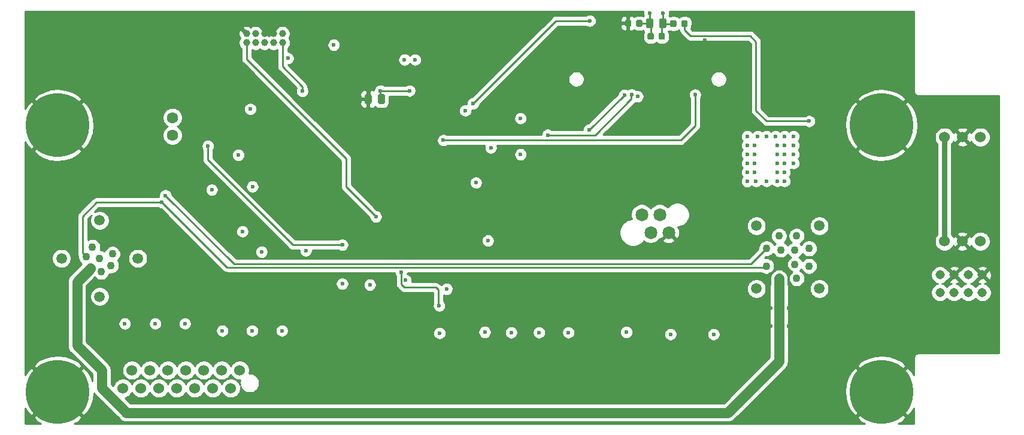
<source format=gbr>
G04 #@! TF.GenerationSoftware,KiCad,Pcbnew,(5.1.4-0)*
G04 #@! TF.CreationDate,2021-02-17T16:17:59+01:00*
G04 #@! TF.ProjectId,DBU_HW,4442555f-4857-42e6-9b69-6361645f7063,A*
G04 #@! TF.SameCoordinates,PX4c4b400PYa037a00*
G04 #@! TF.FileFunction,Copper,L4,Bot*
G04 #@! TF.FilePolarity,Positive*
%FSLAX46Y46*%
G04 Gerber Fmt 4.6, Leading zero omitted, Abs format (unit mm)*
G04 Created by KiCad (PCBNEW (5.1.4-0)) date 2021-02-17 16:17:59*
%MOMM*%
%LPD*%
G04 APERTURE LIST*
%ADD10C,1.524000*%
%ADD11C,0.100000*%
%ADD12C,0.975000*%
%ADD13C,1.825000*%
%ADD14C,1.600000*%
%ADD15C,1.308000*%
%ADD16C,1.498600*%
%ADD17C,1.099820*%
%ADD18C,9.000000*%
%ADD19C,1.000000*%
%ADD20C,0.875000*%
%ADD21C,0.600000*%
%ADD22C,0.800000*%
%ADD23C,0.250000*%
%ADD24C,0.760000*%
%ADD25C,1.400000*%
%ADD26C,0.254000*%
G04 APERTURE END LIST*
D10*
X14490000Y33970000D03*
X15760000Y36510000D03*
X17030000Y33970000D03*
X18300000Y36510000D03*
X19570000Y33970000D03*
X20840000Y36510000D03*
X22110000Y33970000D03*
X23380000Y36510000D03*
X24650000Y33970000D03*
X25920000Y36510000D03*
X27190000Y33970000D03*
X28460000Y36510000D03*
X29730000Y33970000D03*
X31000000Y36510000D03*
D11*
G36*
X49430142Y75588826D02*
G01*
X49453803Y75585316D01*
X49477007Y75579504D01*
X49499529Y75571446D01*
X49521153Y75561218D01*
X49541670Y75548921D01*
X49560883Y75534671D01*
X49578607Y75518607D01*
X49594671Y75500883D01*
X49608921Y75481670D01*
X49621218Y75461153D01*
X49631446Y75439529D01*
X49639504Y75417007D01*
X49645316Y75393803D01*
X49648826Y75370142D01*
X49650000Y75346250D01*
X49650000Y74433750D01*
X49648826Y74409858D01*
X49645316Y74386197D01*
X49639504Y74362993D01*
X49631446Y74340471D01*
X49621218Y74318847D01*
X49608921Y74298330D01*
X49594671Y74279117D01*
X49578607Y74261393D01*
X49560883Y74245329D01*
X49541670Y74231079D01*
X49521153Y74218782D01*
X49499529Y74208554D01*
X49477007Y74200496D01*
X49453803Y74194684D01*
X49430142Y74191174D01*
X49406250Y74190000D01*
X48918750Y74190000D01*
X48894858Y74191174D01*
X48871197Y74194684D01*
X48847993Y74200496D01*
X48825471Y74208554D01*
X48803847Y74218782D01*
X48783330Y74231079D01*
X48764117Y74245329D01*
X48746393Y74261393D01*
X48730329Y74279117D01*
X48716079Y74298330D01*
X48703782Y74318847D01*
X48693554Y74340471D01*
X48685496Y74362993D01*
X48679684Y74386197D01*
X48676174Y74409858D01*
X48675000Y74433750D01*
X48675000Y75346250D01*
X48676174Y75370142D01*
X48679684Y75393803D01*
X48685496Y75417007D01*
X48693554Y75439529D01*
X48703782Y75461153D01*
X48716079Y75481670D01*
X48730329Y75500883D01*
X48746393Y75518607D01*
X48764117Y75534671D01*
X48783330Y75548921D01*
X48803847Y75561218D01*
X48825471Y75571446D01*
X48847993Y75579504D01*
X48871197Y75585316D01*
X48894858Y75588826D01*
X48918750Y75590000D01*
X49406250Y75590000D01*
X49430142Y75588826D01*
X49430142Y75588826D01*
G37*
D12*
X49162500Y74890000D03*
D11*
G36*
X51305142Y75588826D02*
G01*
X51328803Y75585316D01*
X51352007Y75579504D01*
X51374529Y75571446D01*
X51396153Y75561218D01*
X51416670Y75548921D01*
X51435883Y75534671D01*
X51453607Y75518607D01*
X51469671Y75500883D01*
X51483921Y75481670D01*
X51496218Y75461153D01*
X51506446Y75439529D01*
X51514504Y75417007D01*
X51520316Y75393803D01*
X51523826Y75370142D01*
X51525000Y75346250D01*
X51525000Y74433750D01*
X51523826Y74409858D01*
X51520316Y74386197D01*
X51514504Y74362993D01*
X51506446Y74340471D01*
X51496218Y74318847D01*
X51483921Y74298330D01*
X51469671Y74279117D01*
X51453607Y74261393D01*
X51435883Y74245329D01*
X51416670Y74231079D01*
X51396153Y74218782D01*
X51374529Y74208554D01*
X51352007Y74200496D01*
X51328803Y74194684D01*
X51305142Y74191174D01*
X51281250Y74190000D01*
X50793750Y74190000D01*
X50769858Y74191174D01*
X50746197Y74194684D01*
X50722993Y74200496D01*
X50700471Y74208554D01*
X50678847Y74218782D01*
X50658330Y74231079D01*
X50639117Y74245329D01*
X50621393Y74261393D01*
X50605329Y74279117D01*
X50591079Y74298330D01*
X50578782Y74318847D01*
X50568554Y74340471D01*
X50560496Y74362993D01*
X50554684Y74386197D01*
X50551174Y74409858D01*
X50550000Y74433750D01*
X50550000Y75346250D01*
X50551174Y75370142D01*
X50554684Y75393803D01*
X50560496Y75417007D01*
X50568554Y75439529D01*
X50578782Y75461153D01*
X50591079Y75481670D01*
X50605329Y75500883D01*
X50621393Y75518607D01*
X50639117Y75534671D01*
X50658330Y75548921D01*
X50678847Y75561218D01*
X50700471Y75571446D01*
X50722993Y75579504D01*
X50746197Y75585316D01*
X50769858Y75588826D01*
X50793750Y75590000D01*
X51281250Y75590000D01*
X51305142Y75588826D01*
X51305142Y75588826D01*
G37*
D12*
X51037500Y74890000D03*
D11*
G36*
X89225142Y86308826D02*
G01*
X89248803Y86305316D01*
X89272007Y86299504D01*
X89294529Y86291446D01*
X89316153Y86281218D01*
X89336670Y86268921D01*
X89355883Y86254671D01*
X89373607Y86238607D01*
X89389671Y86220883D01*
X89403921Y86201670D01*
X89416218Y86181153D01*
X89426446Y86159529D01*
X89434504Y86137007D01*
X89440316Y86113803D01*
X89443826Y86090142D01*
X89445000Y86066250D01*
X89445000Y85153750D01*
X89443826Y85129858D01*
X89440316Y85106197D01*
X89434504Y85082993D01*
X89426446Y85060471D01*
X89416218Y85038847D01*
X89403921Y85018330D01*
X89389671Y84999117D01*
X89373607Y84981393D01*
X89355883Y84965329D01*
X89336670Y84951079D01*
X89316153Y84938782D01*
X89294529Y84928554D01*
X89272007Y84920496D01*
X89248803Y84914684D01*
X89225142Y84911174D01*
X89201250Y84910000D01*
X88713750Y84910000D01*
X88689858Y84911174D01*
X88666197Y84914684D01*
X88642993Y84920496D01*
X88620471Y84928554D01*
X88598847Y84938782D01*
X88578330Y84951079D01*
X88559117Y84965329D01*
X88541393Y84981393D01*
X88525329Y84999117D01*
X88511079Y85018330D01*
X88498782Y85038847D01*
X88488554Y85060471D01*
X88480496Y85082993D01*
X88474684Y85106197D01*
X88471174Y85129858D01*
X88470000Y85153750D01*
X88470000Y86066250D01*
X88471174Y86090142D01*
X88474684Y86113803D01*
X88480496Y86137007D01*
X88488554Y86159529D01*
X88498782Y86181153D01*
X88511079Y86201670D01*
X88525329Y86220883D01*
X88541393Y86238607D01*
X88559117Y86254671D01*
X88578330Y86268921D01*
X88598847Y86281218D01*
X88620471Y86291446D01*
X88642993Y86299504D01*
X88666197Y86305316D01*
X88689858Y86308826D01*
X88713750Y86310000D01*
X89201250Y86310000D01*
X89225142Y86308826D01*
X89225142Y86308826D01*
G37*
D12*
X88957500Y85610000D03*
D11*
G36*
X91100142Y86308826D02*
G01*
X91123803Y86305316D01*
X91147007Y86299504D01*
X91169529Y86291446D01*
X91191153Y86281218D01*
X91211670Y86268921D01*
X91230883Y86254671D01*
X91248607Y86238607D01*
X91264671Y86220883D01*
X91278921Y86201670D01*
X91291218Y86181153D01*
X91301446Y86159529D01*
X91309504Y86137007D01*
X91315316Y86113803D01*
X91318826Y86090142D01*
X91320000Y86066250D01*
X91320000Y85153750D01*
X91318826Y85129858D01*
X91315316Y85106197D01*
X91309504Y85082993D01*
X91301446Y85060471D01*
X91291218Y85038847D01*
X91278921Y85018330D01*
X91264671Y84999117D01*
X91248607Y84981393D01*
X91230883Y84965329D01*
X91211670Y84951079D01*
X91191153Y84938782D01*
X91169529Y84928554D01*
X91147007Y84920496D01*
X91123803Y84914684D01*
X91100142Y84911174D01*
X91076250Y84910000D01*
X90588750Y84910000D01*
X90564858Y84911174D01*
X90541197Y84914684D01*
X90517993Y84920496D01*
X90495471Y84928554D01*
X90473847Y84938782D01*
X90453330Y84951079D01*
X90434117Y84965329D01*
X90416393Y84981393D01*
X90400329Y84999117D01*
X90386079Y85018330D01*
X90373782Y85038847D01*
X90363554Y85060471D01*
X90355496Y85082993D01*
X90349684Y85106197D01*
X90346174Y85129858D01*
X90345000Y85153750D01*
X90345000Y86066250D01*
X90346174Y86090142D01*
X90349684Y86113803D01*
X90355496Y86137007D01*
X90363554Y86159529D01*
X90373782Y86181153D01*
X90386079Y86201670D01*
X90400329Y86220883D01*
X90416393Y86238607D01*
X90434117Y86254671D01*
X90453330Y86268921D01*
X90473847Y86281218D01*
X90495471Y86291446D01*
X90517993Y86299504D01*
X90541197Y86305316D01*
X90564858Y86308826D01*
X90588750Y86310000D01*
X91076250Y86310000D01*
X91100142Y86308826D01*
X91100142Y86308826D01*
G37*
D12*
X90832500Y85610000D03*
D13*
X87845000Y58530000D03*
X89115000Y55990000D03*
X90385000Y58530000D03*
X91655000Y55990000D03*
D14*
X21500000Y72260000D03*
X21500000Y69760000D03*
D15*
X136000000Y47510000D03*
X136000000Y50010000D03*
X134000000Y47510000D03*
X134000000Y50010000D03*
X132000000Y50010000D03*
X132000000Y47510000D03*
X130000000Y50010000D03*
X130000000Y47510000D03*
D10*
X135715000Y54760000D03*
X133175000Y54760000D03*
X130635000Y54760000D03*
X130635000Y69510000D03*
X133175000Y69510000D03*
X135715000Y69510000D03*
D16*
X5811846Y52340000D03*
X11200000Y46951846D03*
X16588154Y52340000D03*
X11200000Y57728154D03*
D17*
X11200000Y52340000D03*
X11411934Y50454146D03*
X12807466Y51328823D03*
X12992459Y52968618D03*
X11828618Y54132459D03*
X10188823Y53947466D03*
X9314146Y52551934D03*
X9856554Y50996554D03*
D16*
X104055000Y48065000D03*
X112945000Y48065000D03*
X112945000Y56955000D03*
X104055000Y56955000D03*
D17*
X109488060Y51521940D03*
X109488060Y53498060D03*
X107511940Y53498060D03*
X107511940Y51521940D03*
X109742060Y49507720D03*
X111502280Y51267940D03*
X111502280Y53752060D03*
X109742060Y55512280D03*
X107257940Y55512280D03*
X105497720Y53752060D03*
X105497720Y51267940D03*
X107257940Y49507720D03*
D18*
X121740000Y33490000D03*
X5260000Y33490000D03*
X121740000Y71190000D03*
X5260000Y71190000D03*
D19*
X31960000Y82875000D03*
X31960000Y84145000D03*
X33230000Y82875000D03*
X33230000Y84145000D03*
X34500000Y82875000D03*
X34500000Y84145000D03*
X35770000Y82875000D03*
X35770000Y84145000D03*
X37040000Y82875000D03*
X37040000Y84145000D03*
D11*
G36*
X87727691Y86083947D02*
G01*
X87748926Y86080797D01*
X87769750Y86075581D01*
X87789962Y86068349D01*
X87809368Y86059170D01*
X87827781Y86048134D01*
X87845024Y86035346D01*
X87860930Y86020930D01*
X87875346Y86005024D01*
X87888134Y85987781D01*
X87899170Y85969368D01*
X87908349Y85949962D01*
X87915581Y85929750D01*
X87920797Y85908926D01*
X87923947Y85887691D01*
X87925000Y85866250D01*
X87925000Y85353750D01*
X87923947Y85332309D01*
X87920797Y85311074D01*
X87915581Y85290250D01*
X87908349Y85270038D01*
X87899170Y85250632D01*
X87888134Y85232219D01*
X87875346Y85214976D01*
X87860930Y85199070D01*
X87845024Y85184654D01*
X87827781Y85171866D01*
X87809368Y85160830D01*
X87789962Y85151651D01*
X87769750Y85144419D01*
X87748926Y85139203D01*
X87727691Y85136053D01*
X87706250Y85135000D01*
X87268750Y85135000D01*
X87247309Y85136053D01*
X87226074Y85139203D01*
X87205250Y85144419D01*
X87185038Y85151651D01*
X87165632Y85160830D01*
X87147219Y85171866D01*
X87129976Y85184654D01*
X87114070Y85199070D01*
X87099654Y85214976D01*
X87086866Y85232219D01*
X87075830Y85250632D01*
X87066651Y85270038D01*
X87059419Y85290250D01*
X87054203Y85311074D01*
X87051053Y85332309D01*
X87050000Y85353750D01*
X87050000Y85866250D01*
X87051053Y85887691D01*
X87054203Y85908926D01*
X87059419Y85929750D01*
X87066651Y85949962D01*
X87075830Y85969368D01*
X87086866Y85987781D01*
X87099654Y86005024D01*
X87114070Y86020930D01*
X87129976Y86035346D01*
X87147219Y86048134D01*
X87165632Y86059170D01*
X87185038Y86068349D01*
X87205250Y86075581D01*
X87226074Y86080797D01*
X87247309Y86083947D01*
X87268750Y86085000D01*
X87706250Y86085000D01*
X87727691Y86083947D01*
X87727691Y86083947D01*
G37*
D20*
X87487500Y85610000D03*
D11*
G36*
X86152691Y86083947D02*
G01*
X86173926Y86080797D01*
X86194750Y86075581D01*
X86214962Y86068349D01*
X86234368Y86059170D01*
X86252781Y86048134D01*
X86270024Y86035346D01*
X86285930Y86020930D01*
X86300346Y86005024D01*
X86313134Y85987781D01*
X86324170Y85969368D01*
X86333349Y85949962D01*
X86340581Y85929750D01*
X86345797Y85908926D01*
X86348947Y85887691D01*
X86350000Y85866250D01*
X86350000Y85353750D01*
X86348947Y85332309D01*
X86345797Y85311074D01*
X86340581Y85290250D01*
X86333349Y85270038D01*
X86324170Y85250632D01*
X86313134Y85232219D01*
X86300346Y85214976D01*
X86285930Y85199070D01*
X86270024Y85184654D01*
X86252781Y85171866D01*
X86234368Y85160830D01*
X86214962Y85151651D01*
X86194750Y85144419D01*
X86173926Y85139203D01*
X86152691Y85136053D01*
X86131250Y85135000D01*
X85693750Y85135000D01*
X85672309Y85136053D01*
X85651074Y85139203D01*
X85630250Y85144419D01*
X85610038Y85151651D01*
X85590632Y85160830D01*
X85572219Y85171866D01*
X85554976Y85184654D01*
X85539070Y85199070D01*
X85524654Y85214976D01*
X85511866Y85232219D01*
X85500830Y85250632D01*
X85491651Y85270038D01*
X85484419Y85290250D01*
X85479203Y85311074D01*
X85476053Y85332309D01*
X85475000Y85353750D01*
X85475000Y85866250D01*
X85476053Y85887691D01*
X85479203Y85908926D01*
X85484419Y85929750D01*
X85491651Y85949962D01*
X85500830Y85969368D01*
X85511866Y85987781D01*
X85524654Y86005024D01*
X85539070Y86020930D01*
X85554976Y86035346D01*
X85572219Y86048134D01*
X85590632Y86059170D01*
X85610038Y86068349D01*
X85630250Y86075581D01*
X85651074Y86080797D01*
X85672309Y86083947D01*
X85693750Y86085000D01*
X86131250Y86085000D01*
X86152691Y86083947D01*
X86152691Y86083947D01*
G37*
D20*
X85912500Y85610000D03*
D11*
G36*
X92552691Y86033947D02*
G01*
X92573926Y86030797D01*
X92594750Y86025581D01*
X92614962Y86018349D01*
X92634368Y86009170D01*
X92652781Y85998134D01*
X92670024Y85985346D01*
X92685930Y85970930D01*
X92700346Y85955024D01*
X92713134Y85937781D01*
X92724170Y85919368D01*
X92733349Y85899962D01*
X92740581Y85879750D01*
X92745797Y85858926D01*
X92748947Y85837691D01*
X92750000Y85816250D01*
X92750000Y85303750D01*
X92748947Y85282309D01*
X92745797Y85261074D01*
X92740581Y85240250D01*
X92733349Y85220038D01*
X92724170Y85200632D01*
X92713134Y85182219D01*
X92700346Y85164976D01*
X92685930Y85149070D01*
X92670024Y85134654D01*
X92652781Y85121866D01*
X92634368Y85110830D01*
X92614962Y85101651D01*
X92594750Y85094419D01*
X92573926Y85089203D01*
X92552691Y85086053D01*
X92531250Y85085000D01*
X92093750Y85085000D01*
X92072309Y85086053D01*
X92051074Y85089203D01*
X92030250Y85094419D01*
X92010038Y85101651D01*
X91990632Y85110830D01*
X91972219Y85121866D01*
X91954976Y85134654D01*
X91939070Y85149070D01*
X91924654Y85164976D01*
X91911866Y85182219D01*
X91900830Y85200632D01*
X91891651Y85220038D01*
X91884419Y85240250D01*
X91879203Y85261074D01*
X91876053Y85282309D01*
X91875000Y85303750D01*
X91875000Y85816250D01*
X91876053Y85837691D01*
X91879203Y85858926D01*
X91884419Y85879750D01*
X91891651Y85899962D01*
X91900830Y85919368D01*
X91911866Y85937781D01*
X91924654Y85955024D01*
X91939070Y85970930D01*
X91954976Y85985346D01*
X91972219Y85998134D01*
X91990632Y86009170D01*
X92010038Y86018349D01*
X92030250Y86025581D01*
X92051074Y86030797D01*
X92072309Y86033947D01*
X92093750Y86035000D01*
X92531250Y86035000D01*
X92552691Y86033947D01*
X92552691Y86033947D01*
G37*
D20*
X92312500Y85560000D03*
D11*
G36*
X94127691Y86033947D02*
G01*
X94148926Y86030797D01*
X94169750Y86025581D01*
X94189962Y86018349D01*
X94209368Y86009170D01*
X94227781Y85998134D01*
X94245024Y85985346D01*
X94260930Y85970930D01*
X94275346Y85955024D01*
X94288134Y85937781D01*
X94299170Y85919368D01*
X94308349Y85899962D01*
X94315581Y85879750D01*
X94320797Y85858926D01*
X94323947Y85837691D01*
X94325000Y85816250D01*
X94325000Y85303750D01*
X94323947Y85282309D01*
X94320797Y85261074D01*
X94315581Y85240250D01*
X94308349Y85220038D01*
X94299170Y85200632D01*
X94288134Y85182219D01*
X94275346Y85164976D01*
X94260930Y85149070D01*
X94245024Y85134654D01*
X94227781Y85121866D01*
X94209368Y85110830D01*
X94189962Y85101651D01*
X94169750Y85094419D01*
X94148926Y85089203D01*
X94127691Y85086053D01*
X94106250Y85085000D01*
X93668750Y85085000D01*
X93647309Y85086053D01*
X93626074Y85089203D01*
X93605250Y85094419D01*
X93585038Y85101651D01*
X93565632Y85110830D01*
X93547219Y85121866D01*
X93529976Y85134654D01*
X93514070Y85149070D01*
X93499654Y85164976D01*
X93486866Y85182219D01*
X93475830Y85200632D01*
X93466651Y85220038D01*
X93459419Y85240250D01*
X93454203Y85261074D01*
X93451053Y85282309D01*
X93450000Y85303750D01*
X93450000Y85816250D01*
X93451053Y85837691D01*
X93454203Y85858926D01*
X93459419Y85879750D01*
X93466651Y85899962D01*
X93475830Y85919368D01*
X93486866Y85937781D01*
X93499654Y85955024D01*
X93514070Y85970930D01*
X93529976Y85985346D01*
X93547219Y85998134D01*
X93565632Y86009170D01*
X93585038Y86018349D01*
X93605250Y86025581D01*
X93626074Y86030797D01*
X93647309Y86033947D01*
X93668750Y86035000D01*
X94106250Y86035000D01*
X94127691Y86033947D01*
X94127691Y86033947D01*
G37*
D20*
X93887500Y85560000D03*
D11*
G36*
X89347691Y84233947D02*
G01*
X89368926Y84230797D01*
X89389750Y84225581D01*
X89409962Y84218349D01*
X89429368Y84209170D01*
X89447781Y84198134D01*
X89465024Y84185346D01*
X89480930Y84170930D01*
X89495346Y84155024D01*
X89508134Y84137781D01*
X89519170Y84119368D01*
X89528349Y84099962D01*
X89535581Y84079750D01*
X89540797Y84058926D01*
X89543947Y84037691D01*
X89545000Y84016250D01*
X89545000Y83503750D01*
X89543947Y83482309D01*
X89540797Y83461074D01*
X89535581Y83440250D01*
X89528349Y83420038D01*
X89519170Y83400632D01*
X89508134Y83382219D01*
X89495346Y83364976D01*
X89480930Y83349070D01*
X89465024Y83334654D01*
X89447781Y83321866D01*
X89429368Y83310830D01*
X89409962Y83301651D01*
X89389750Y83294419D01*
X89368926Y83289203D01*
X89347691Y83286053D01*
X89326250Y83285000D01*
X88888750Y83285000D01*
X88867309Y83286053D01*
X88846074Y83289203D01*
X88825250Y83294419D01*
X88805038Y83301651D01*
X88785632Y83310830D01*
X88767219Y83321866D01*
X88749976Y83334654D01*
X88734070Y83349070D01*
X88719654Y83364976D01*
X88706866Y83382219D01*
X88695830Y83400632D01*
X88686651Y83420038D01*
X88679419Y83440250D01*
X88674203Y83461074D01*
X88671053Y83482309D01*
X88670000Y83503750D01*
X88670000Y84016250D01*
X88671053Y84037691D01*
X88674203Y84058926D01*
X88679419Y84079750D01*
X88686651Y84099962D01*
X88695830Y84119368D01*
X88706866Y84137781D01*
X88719654Y84155024D01*
X88734070Y84170930D01*
X88749976Y84185346D01*
X88767219Y84198134D01*
X88785632Y84209170D01*
X88805038Y84218349D01*
X88825250Y84225581D01*
X88846074Y84230797D01*
X88867309Y84233947D01*
X88888750Y84235000D01*
X89326250Y84235000D01*
X89347691Y84233947D01*
X89347691Y84233947D01*
G37*
D20*
X89107500Y83760000D03*
D11*
G36*
X90922691Y84233947D02*
G01*
X90943926Y84230797D01*
X90964750Y84225581D01*
X90984962Y84218349D01*
X91004368Y84209170D01*
X91022781Y84198134D01*
X91040024Y84185346D01*
X91055930Y84170930D01*
X91070346Y84155024D01*
X91083134Y84137781D01*
X91094170Y84119368D01*
X91103349Y84099962D01*
X91110581Y84079750D01*
X91115797Y84058926D01*
X91118947Y84037691D01*
X91120000Y84016250D01*
X91120000Y83503750D01*
X91118947Y83482309D01*
X91115797Y83461074D01*
X91110581Y83440250D01*
X91103349Y83420038D01*
X91094170Y83400632D01*
X91083134Y83382219D01*
X91070346Y83364976D01*
X91055930Y83349070D01*
X91040024Y83334654D01*
X91022781Y83321866D01*
X91004368Y83310830D01*
X90984962Y83301651D01*
X90964750Y83294419D01*
X90943926Y83289203D01*
X90922691Y83286053D01*
X90901250Y83285000D01*
X90463750Y83285000D01*
X90442309Y83286053D01*
X90421074Y83289203D01*
X90400250Y83294419D01*
X90380038Y83301651D01*
X90360632Y83310830D01*
X90342219Y83321866D01*
X90324976Y83334654D01*
X90309070Y83349070D01*
X90294654Y83364976D01*
X90281866Y83382219D01*
X90270830Y83400632D01*
X90261651Y83420038D01*
X90254419Y83440250D01*
X90249203Y83461074D01*
X90246053Y83482309D01*
X90245000Y83503750D01*
X90245000Y84016250D01*
X90246053Y84037691D01*
X90249203Y84058926D01*
X90254419Y84079750D01*
X90261651Y84099962D01*
X90270830Y84119368D01*
X90281866Y84137781D01*
X90294654Y84155024D01*
X90309070Y84170930D01*
X90324976Y84185346D01*
X90342219Y84198134D01*
X90360632Y84209170D01*
X90380038Y84218349D01*
X90400250Y84225581D01*
X90421074Y84230797D01*
X90442309Y84233947D01*
X90463750Y84235000D01*
X90901250Y84235000D01*
X90922691Y84233947D01*
X90922691Y84233947D01*
G37*
D20*
X90682500Y83760000D03*
D21*
X107000000Y63283554D03*
X70712500Y67060000D03*
X32800000Y62510000D03*
X40350000Y53450001D03*
X49400000Y48610000D03*
X30800000Y66972500D03*
X32500000Y73472500D03*
X98000000Y41610000D03*
X91900000Y41610000D03*
X62900000Y73260000D03*
X64400000Y63060000D03*
X36967005Y42110000D03*
X27050000Y62047500D03*
X37800000Y80660000D03*
X44300000Y82560000D03*
X45500000Y48760000D03*
X54425000Y49260000D03*
X66100000Y54860000D03*
X70700000Y72160000D03*
X85674807Y41910000D03*
X28551403Y42110000D03*
X32759204Y42110000D03*
X59250000Y41760000D03*
X77480000Y41860000D03*
X65650000Y41910000D03*
X73330000Y41860000D03*
X102750000Y63260000D03*
X69380000Y41860000D03*
X102750000Y64533554D03*
X102750000Y65803553D03*
X102750000Y67073553D03*
X102750000Y68343554D03*
X102750000Y69613553D03*
X104000000Y63263554D03*
X103750000Y64533553D03*
X103750000Y65803555D03*
X103750000Y67073554D03*
X103750000Y68343553D03*
X104250000Y69613552D03*
X105479340Y63263553D03*
X105479340Y69613553D03*
X107000000Y64533554D03*
X107000000Y65803553D03*
X107000000Y67073553D03*
X107000000Y68343553D03*
X106749340Y69613554D03*
X108019340Y63263554D03*
X108019339Y64533554D03*
X108019339Y65803553D03*
X108019339Y67073553D03*
X108019340Y68343553D03*
X108019340Y69613554D03*
X109289339Y65803553D03*
X109289340Y67073553D03*
X109289340Y68343554D03*
X109289340Y69613553D03*
X87250000Y75260000D03*
X55800000Y80460000D03*
X54300000Y80460000D03*
X31383884Y56159315D03*
X34087500Y53260000D03*
X66500000Y68010000D03*
X60250000Y48010000D03*
X23259701Y43112914D03*
X19051899Y43112914D03*
X14750000Y43112914D03*
X88950000Y87060000D03*
X90850000Y87060000D03*
X56750000Y41010000D03*
X56750000Y42160000D03*
X110249340Y62113553D03*
X78475000Y80365000D03*
D22*
X42479340Y57949340D03*
X39939340Y63029339D03*
X39939340Y57949340D03*
X45019339Y57949340D03*
X39939340Y60489340D03*
X42479340Y60489340D03*
D21*
X67600000Y47589584D03*
X83550000Y47589584D03*
X71350000Y47589584D03*
X79450000Y47589584D03*
X75300000Y47589584D03*
X88655000Y80365000D03*
X82475000Y80365000D03*
X98620000Y80365000D03*
X93900000Y75510000D03*
X91900000Y75510000D03*
X31383884Y59010000D03*
X95100000Y85060000D03*
X96790000Y83225000D03*
X24956000Y79014289D03*
X20905500Y79014288D03*
X16855000Y79014289D03*
X47850000Y48610000D03*
X32800000Y64085000D03*
X30800000Y68547500D03*
X32500000Y75047500D03*
X38937005Y47710000D03*
X34729204Y47710000D03*
X30521403Y47710000D03*
X26313602Y47710000D03*
X22105801Y47710000D03*
X17898000Y47710000D03*
X90000000Y48710000D03*
X96100000Y48710000D03*
X94906736Y47410000D03*
X100915648Y47410000D03*
X66900000Y73060000D03*
X64400000Y61360000D03*
X27050000Y60472500D03*
X39400000Y80660000D03*
X45900000Y82560000D03*
X43750000Y48760000D03*
X56750000Y46760000D03*
X66100000Y53260000D03*
X81580000Y41860000D03*
X61000000Y41760000D03*
D22*
X109000000Y85510000D03*
X111540000Y85510000D03*
X114080000Y85510000D03*
X109000000Y82970000D03*
X111540000Y82970000D03*
X109000000Y80430000D03*
X111540000Y80430000D03*
X109000000Y77890000D03*
X74750000Y66010000D03*
X47378680Y66510000D03*
X49174731Y68306051D03*
X50970782Y70102102D03*
X49174731Y64713949D03*
X50970782Y66510000D03*
X52766833Y68306051D03*
X50970782Y62917898D03*
X52766833Y64713949D03*
X54562885Y66510000D03*
D21*
X49378012Y76110592D03*
X57400000Y80460000D03*
X53200000Y80460000D03*
X111499340Y62113554D03*
X112749340Y62113553D03*
X110249340Y60863554D03*
X111499340Y60863553D03*
X112749340Y60863554D03*
X31383884Y54644314D03*
X87644807Y47589584D03*
D22*
X77290000Y66010000D03*
X79830000Y66010000D03*
X82370000Y66010000D03*
X84910000Y66010000D03*
X87450000Y66010000D03*
X89990000Y66010000D03*
X92530000Y66010000D03*
X95070000Y66010000D03*
X97610000Y66010000D03*
X74750000Y63470000D03*
X77290000Y63470000D03*
X79830000Y63470000D03*
X82370000Y63470000D03*
X84910000Y63470000D03*
X87450000Y63470000D03*
X89990000Y63470000D03*
X92530000Y63470000D03*
X95070000Y63470000D03*
X74750000Y60930000D03*
X77290000Y60930000D03*
X79830000Y60930000D03*
X82370000Y60930000D03*
X74750000Y58390000D03*
X77290000Y58390000D03*
X79830000Y58390000D03*
X82370000Y58390000D03*
X95070000Y58140000D03*
X74750000Y55850000D03*
X77290000Y55850000D03*
X79830000Y55850000D03*
X82370000Y55850000D03*
D21*
X45000000Y46760000D03*
X45000000Y45610000D03*
X45000000Y44460000D03*
X45000000Y43310000D03*
X45000000Y41010000D03*
X46305555Y41010000D03*
X47611110Y41010000D03*
X48916665Y41010000D03*
X50222220Y41010000D03*
X51527775Y41010000D03*
X52833330Y41010000D03*
X54138885Y41010000D03*
X55444440Y41010000D03*
X56750000Y43310000D03*
X56750000Y44460000D03*
X45000000Y42160000D03*
X56750000Y45610000D03*
X126250000Y65010000D03*
X126250000Y64010000D03*
X124250000Y58510000D03*
X126250000Y58510000D03*
X122750000Y48161430D03*
X122750000Y50010000D03*
X122750000Y46407860D03*
X121900000Y60010000D03*
X119935000Y60010000D03*
X117750000Y60010000D03*
X17425000Y68260000D03*
X19000000Y68260000D03*
X16500000Y59260000D03*
X16500000Y63260000D03*
X39750000Y81760000D03*
X68000000Y71510000D03*
X66500000Y66510000D03*
X62000000Y53010000D03*
X84700000Y85610000D03*
D22*
X97610000Y58140000D03*
X100150000Y58140000D03*
X95070000Y55600000D03*
X97610000Y55600000D03*
X100150000Y55600000D03*
D21*
X109250000Y70760000D03*
X88250000Y36260000D03*
X90790000Y36260000D03*
X93330000Y36260000D03*
X95870000Y36260000D03*
X98410000Y36260000D03*
X100950000Y36260000D03*
X108570000Y36260000D03*
X111110000Y36260000D03*
X88250000Y33720000D03*
X90790000Y33720000D03*
X93330000Y33720000D03*
X95870000Y33720000D03*
X98410000Y33720000D03*
X106030000Y33720000D03*
X108570000Y33720000D03*
X111110000Y33720000D03*
X103490000Y31180000D03*
X106030000Y31180000D03*
X108570000Y31180000D03*
X111110000Y31180000D03*
X103500000Y45260000D03*
X106040000Y45260000D03*
X108580000Y45260000D03*
X118740000Y45260000D03*
X121280000Y45260000D03*
X103500000Y42720000D03*
X106040000Y42720000D03*
X108580000Y42720000D03*
X111120000Y42720000D03*
X113660000Y42720000D03*
X116200000Y42720000D03*
X118740000Y42720000D03*
X121280000Y42720000D03*
X123820000Y42720000D03*
X125750000Y44010000D03*
X128750000Y60260000D03*
X132290000Y60260000D03*
X134830000Y60260000D03*
X128750000Y57720000D03*
X132290000Y57720000D03*
X134830000Y57720000D03*
D22*
X111540000Y77890000D03*
X114080000Y77890000D03*
X109000000Y75350000D03*
X111540000Y75350000D03*
X114080000Y75350000D03*
X116620000Y85510000D03*
X119160000Y85510000D03*
X121700000Y85510000D03*
X114080000Y82970000D03*
X116620000Y82970000D03*
X119160000Y82970000D03*
X121700000Y82970000D03*
X114080000Y80430000D03*
X116620000Y80430000D03*
X119160000Y80430000D03*
X121700000Y80430000D03*
D21*
X37500000Y33760000D03*
X40040000Y33760000D03*
X42580000Y33760000D03*
X45120000Y33760000D03*
X47660000Y33760000D03*
X50200000Y33760000D03*
X52740000Y33760000D03*
X55280000Y33760000D03*
X57820000Y33760000D03*
X60360000Y33760000D03*
X62900000Y33760000D03*
X65440000Y33760000D03*
X67980000Y33760000D03*
X70520000Y33760000D03*
X73060000Y33760000D03*
X75600000Y33760000D03*
X78140000Y33760000D03*
X80680000Y33760000D03*
X83220000Y33760000D03*
X85760000Y33760000D03*
X50900000Y76060000D03*
X55000000Y76060000D03*
X111500000Y71760000D03*
X20500000Y61260000D03*
X20000000Y60260000D03*
X39850000Y76010000D03*
X53800000Y50360000D03*
X59200000Y45660000D03*
X50250000Y58260000D03*
X64000000Y74260000D03*
X80500000Y85960000D03*
X85380095Y75479905D03*
X80425000Y70535000D03*
X86395000Y75505000D03*
X74550000Y69810000D03*
X95395000Y75510000D03*
X59800000Y69060000D03*
X45500000Y54260000D03*
X26500000Y68260000D03*
D23*
X89107500Y85460000D02*
X88957500Y85610000D01*
X89107500Y83760000D02*
X89107500Y85460000D01*
X88957500Y87052500D02*
X88950000Y87060000D01*
X88957500Y85610000D02*
X88957500Y87052500D01*
X87487500Y85610000D02*
X88957500Y85610000D01*
X90682500Y85460000D02*
X90832500Y85610000D01*
X90682500Y83760000D02*
X90682500Y85460000D01*
X90832500Y87042500D02*
X90850000Y87060000D01*
X90832500Y85610000D02*
X90832500Y87042500D01*
X90882500Y85560000D02*
X90832500Y85610000D01*
X92312500Y85560000D02*
X90882500Y85560000D01*
X49378012Y76110592D02*
X49378012Y74955512D01*
X49378012Y74955512D02*
X49312500Y74890000D01*
X85912500Y85610000D02*
X84700000Y85610000D01*
X50900000Y76060000D02*
X55000000Y76060000D01*
X50900000Y76060000D02*
X50900000Y74902500D01*
X50900000Y74902500D02*
X50887500Y74890000D01*
X105500000Y71760000D02*
X111500000Y71760000D01*
X104000000Y73260000D02*
X105500000Y71760000D01*
X104000000Y83010000D02*
X104000000Y73260000D01*
X103159999Y83850001D02*
X104000000Y83010000D01*
X103159999Y83850001D02*
X94709999Y83850001D01*
X93887500Y84672500D02*
X93887500Y85560000D01*
X94709999Y83850001D02*
X93887500Y84672500D01*
D24*
X130635000Y54760000D02*
X130635000Y69510000D01*
D25*
X8000000Y49046892D02*
X9856554Y50903446D01*
X11500000Y36510000D02*
X8000000Y40010000D01*
X11500000Y34010000D02*
X11500000Y36510000D01*
X9856554Y50903446D02*
X9856554Y50996554D01*
X15000000Y30510000D02*
X11500000Y34010000D01*
X8000000Y40010000D02*
X8000000Y49046892D01*
X100000000Y30510000D02*
X15000000Y30510000D01*
X107257940Y37767940D02*
X100000000Y30510000D01*
X107257940Y49507720D02*
X107257940Y37767940D01*
D23*
X30212050Y51547950D02*
X20500000Y61260000D01*
X103293610Y51547950D02*
X105497720Y53752060D01*
X30212050Y51547950D02*
X103293610Y51547950D01*
X20000000Y60260000D02*
X10750000Y60260000D01*
X8764237Y53101843D02*
X9314146Y52551934D01*
X8764237Y58274237D02*
X8764237Y53101843D01*
X10750000Y60260000D02*
X8764237Y58274237D01*
X105327720Y51097940D02*
X105497720Y51267940D01*
X29162060Y51097940D02*
X105327720Y51097940D01*
X20000000Y60260000D02*
X29162060Y51097940D01*
X39850000Y76010000D02*
X39850000Y76660000D01*
X37040000Y79470000D02*
X37040000Y82875000D01*
X39850000Y76660000D02*
X37040000Y79470000D01*
X50250000Y58260000D02*
X46037498Y62472502D01*
X53800000Y50360000D02*
X53800000Y48710000D01*
X53800000Y48710000D02*
X54250000Y48260000D01*
X54250000Y48260000D02*
X58750000Y48260000D01*
X59125001Y45734999D02*
X59200000Y45660000D01*
X59125001Y47884999D02*
X59125001Y45734999D01*
X58750000Y48260000D02*
X59125001Y47884999D01*
X31960000Y82875000D02*
X31960000Y80550000D01*
X46037498Y66472502D02*
X46037498Y62472502D01*
X31960000Y80550000D02*
X46037498Y66472502D01*
X75700000Y85960000D02*
X80500000Y85960000D01*
X64000000Y74260000D02*
X75700000Y85960000D01*
X85390206Y75490016D02*
X85380095Y75479905D01*
X80435190Y70535000D02*
X80425000Y70535000D01*
X85380095Y75479905D02*
X80435190Y70535000D01*
X81276295Y69810000D02*
X74550000Y69810000D01*
X86390207Y74923912D02*
X81276295Y69810000D01*
X86390207Y75489597D02*
X86390207Y74923912D01*
X95395000Y75510000D02*
X95395000Y71111998D01*
X93343002Y69060000D02*
X95395000Y71111998D01*
X59800000Y69060000D02*
X93343002Y69060000D01*
X40124998Y54260000D02*
X45500000Y54260000D01*
X40124998Y54260000D02*
X38500000Y54260000D01*
X38500000Y54260000D02*
X28500000Y64260000D01*
X26500000Y66260000D02*
X26500000Y68260000D01*
X28500000Y64260000D02*
X26500000Y66260000D01*
D26*
G36*
X88015000Y87152089D02*
G01*
X88015000Y86967911D01*
X88050932Y86787271D01*
X88091030Y86690466D01*
X88090208Y86689792D01*
X88054892Y86646759D01*
X88034142Y86657850D01*
X87873408Y86706608D01*
X87706250Y86723072D01*
X87268750Y86723072D01*
X87101592Y86706608D01*
X86940858Y86657850D01*
X86792725Y86578671D01*
X86771070Y86560900D01*
X86704494Y86615537D01*
X86594180Y86674502D01*
X86474482Y86710812D01*
X86350000Y86723072D01*
X86198250Y86720000D01*
X86039500Y86561250D01*
X86039500Y85737000D01*
X86059500Y85737000D01*
X86059500Y85483000D01*
X86039500Y85483000D01*
X86039500Y84658750D01*
X86198250Y84500000D01*
X86350000Y84496928D01*
X86474482Y84509188D01*
X86594180Y84545498D01*
X86704494Y84604463D01*
X86771070Y84659100D01*
X86792725Y84641329D01*
X86940858Y84562150D01*
X87101592Y84513392D01*
X87268750Y84496928D01*
X87706250Y84496928D01*
X87873408Y84513392D01*
X88034142Y84562150D01*
X88054892Y84573241D01*
X88090208Y84530208D01*
X88164163Y84469514D01*
X88097150Y84344142D01*
X88048392Y84183408D01*
X88031928Y84016250D01*
X88031928Y83503750D01*
X88048392Y83336592D01*
X88097150Y83175858D01*
X88176329Y83027725D01*
X88282885Y82897885D01*
X88412725Y82791329D01*
X88560858Y82712150D01*
X88721592Y82663392D01*
X88888750Y82646928D01*
X89326250Y82646928D01*
X89493408Y82663392D01*
X89654142Y82712150D01*
X89802275Y82791329D01*
X89895000Y82867426D01*
X89987725Y82791329D01*
X90135858Y82712150D01*
X90296592Y82663392D01*
X90463750Y82646928D01*
X90901250Y82646928D01*
X91068408Y82663392D01*
X91229142Y82712150D01*
X91377275Y82791329D01*
X91507115Y82897885D01*
X91613671Y83027725D01*
X91692850Y83175858D01*
X91741608Y83336592D01*
X91758072Y83503750D01*
X91758072Y84016250D01*
X91741608Y84183408D01*
X91692850Y84344142D01*
X91625837Y84469514D01*
X91699792Y84530208D01*
X91709635Y84542202D01*
X91765858Y84512150D01*
X91926592Y84463392D01*
X92093750Y84446928D01*
X92531250Y84446928D01*
X92698408Y84463392D01*
X92859142Y84512150D01*
X93007275Y84591329D01*
X93100000Y84667426D01*
X93126463Y84645709D01*
X93127500Y84635178D01*
X93127500Y84635168D01*
X93138497Y84523515D01*
X93156735Y84463392D01*
X93181954Y84380254D01*
X93252526Y84248224D01*
X93292371Y84199674D01*
X93347499Y84132499D01*
X93376502Y84108697D01*
X94146200Y83338999D01*
X94169998Y83310000D01*
X94285723Y83215027D01*
X94417752Y83144455D01*
X94561013Y83100998D01*
X94672666Y83090001D01*
X94672675Y83090001D01*
X94709998Y83086325D01*
X94747321Y83090001D01*
X102845198Y83090001D01*
X103240000Y82695198D01*
X103240001Y73297332D01*
X103236324Y73260000D01*
X103240001Y73222667D01*
X103250998Y73111014D01*
X103264180Y73067558D01*
X103294454Y72967754D01*
X103365026Y72835724D01*
X103430432Y72756028D01*
X103460000Y72719999D01*
X103488998Y72696201D01*
X104936201Y71248997D01*
X104959999Y71219999D01*
X105075724Y71125026D01*
X105207753Y71054454D01*
X105351014Y71010997D01*
X105462667Y71000000D01*
X105462676Y71000000D01*
X105499999Y70996324D01*
X105537322Y71000000D01*
X110954465Y71000000D01*
X111057111Y70931414D01*
X111227271Y70860932D01*
X111407911Y70825000D01*
X111592089Y70825000D01*
X111772729Y70860932D01*
X111942889Y70931414D01*
X112096028Y71033738D01*
X112226262Y71163972D01*
X112294174Y71265611D01*
X116580707Y71265611D01*
X116665090Y70257630D01*
X116944499Y69285480D01*
X117408197Y68386519D01*
X117492212Y68260783D01*
X118115029Y67744634D01*
X121560395Y71190000D01*
X121919605Y71190000D01*
X125364971Y67744634D01*
X125987788Y68260783D01*
X126477630Y69145768D01*
X126637923Y69647592D01*
X129238000Y69647592D01*
X129238000Y69372408D01*
X129291686Y69102510D01*
X129396995Y68848273D01*
X129549880Y68619465D01*
X129620001Y68549344D01*
X129620000Y55720655D01*
X129549880Y55650535D01*
X129396995Y55421727D01*
X129291686Y55167490D01*
X129238000Y54897592D01*
X129238000Y54622408D01*
X129291686Y54352510D01*
X129396995Y54098273D01*
X129549880Y53869465D01*
X129744465Y53674880D01*
X129973273Y53521995D01*
X130227510Y53416686D01*
X130497408Y53363000D01*
X130772592Y53363000D01*
X131042490Y53416686D01*
X131296727Y53521995D01*
X131525535Y53674880D01*
X131645090Y53794435D01*
X132389040Y53794435D01*
X132456020Y53554344D01*
X132705048Y53437244D01*
X132972135Y53370977D01*
X133247017Y53358090D01*
X133519133Y53399078D01*
X133778023Y53492364D01*
X133893980Y53554344D01*
X133960960Y53794435D01*
X133175000Y54580395D01*
X132389040Y53794435D01*
X131645090Y53794435D01*
X131720120Y53869465D01*
X131873005Y54098273D01*
X131902692Y54169943D01*
X131907364Y54156977D01*
X131969344Y54041020D01*
X132209435Y53974040D01*
X132995395Y54760000D01*
X133354605Y54760000D01*
X134140565Y53974040D01*
X134380656Y54041020D01*
X134444485Y54176760D01*
X134476995Y54098273D01*
X134629880Y53869465D01*
X134824465Y53674880D01*
X135053273Y53521995D01*
X135307510Y53416686D01*
X135577408Y53363000D01*
X135852592Y53363000D01*
X136122490Y53416686D01*
X136376727Y53521995D01*
X136605535Y53674880D01*
X136800120Y53869465D01*
X136953005Y54098273D01*
X137058314Y54352510D01*
X137112000Y54622408D01*
X137112000Y54897592D01*
X137058314Y55167490D01*
X136953005Y55421727D01*
X136800120Y55650535D01*
X136605535Y55845120D01*
X136376727Y55998005D01*
X136122490Y56103314D01*
X135852592Y56157000D01*
X135577408Y56157000D01*
X135307510Y56103314D01*
X135053273Y55998005D01*
X134824465Y55845120D01*
X134629880Y55650535D01*
X134476995Y55421727D01*
X134447308Y55350057D01*
X134442636Y55363023D01*
X134380656Y55478980D01*
X134140565Y55545960D01*
X133354605Y54760000D01*
X132995395Y54760000D01*
X132209435Y55545960D01*
X131969344Y55478980D01*
X131905515Y55343240D01*
X131873005Y55421727D01*
X131720120Y55650535D01*
X131650000Y55720655D01*
X131650000Y55725565D01*
X132389040Y55725565D01*
X133175000Y54939605D01*
X133960960Y55725565D01*
X133893980Y55965656D01*
X133644952Y56082756D01*
X133377865Y56149023D01*
X133102983Y56161910D01*
X132830867Y56120922D01*
X132571977Y56027636D01*
X132456020Y55965656D01*
X132389040Y55725565D01*
X131650000Y55725565D01*
X131650000Y68544435D01*
X132389040Y68544435D01*
X132456020Y68304344D01*
X132705048Y68187244D01*
X132972135Y68120977D01*
X133247017Y68108090D01*
X133519133Y68149078D01*
X133778023Y68242364D01*
X133893980Y68304344D01*
X133960960Y68544435D01*
X133175000Y69330395D01*
X132389040Y68544435D01*
X131650000Y68544435D01*
X131650000Y68549345D01*
X131720120Y68619465D01*
X131873005Y68848273D01*
X131902692Y68919943D01*
X131907364Y68906977D01*
X131969344Y68791020D01*
X132209435Y68724040D01*
X132995395Y69510000D01*
X133354605Y69510000D01*
X134140565Y68724040D01*
X134380656Y68791020D01*
X134444485Y68926760D01*
X134476995Y68848273D01*
X134629880Y68619465D01*
X134824465Y68424880D01*
X135053273Y68271995D01*
X135307510Y68166686D01*
X135577408Y68113000D01*
X135852592Y68113000D01*
X136122490Y68166686D01*
X136376727Y68271995D01*
X136605535Y68424880D01*
X136800120Y68619465D01*
X136953005Y68848273D01*
X137058314Y69102510D01*
X137112000Y69372408D01*
X137112000Y69647592D01*
X137058314Y69917490D01*
X136953005Y70171727D01*
X136800120Y70400535D01*
X136605535Y70595120D01*
X136376727Y70748005D01*
X136122490Y70853314D01*
X135852592Y70907000D01*
X135577408Y70907000D01*
X135307510Y70853314D01*
X135053273Y70748005D01*
X134824465Y70595120D01*
X134629880Y70400535D01*
X134476995Y70171727D01*
X134447308Y70100057D01*
X134442636Y70113023D01*
X134380656Y70228980D01*
X134140565Y70295960D01*
X133354605Y69510000D01*
X132995395Y69510000D01*
X132209435Y70295960D01*
X131969344Y70228980D01*
X131905515Y70093240D01*
X131873005Y70171727D01*
X131720120Y70400535D01*
X131645090Y70475565D01*
X132389040Y70475565D01*
X133175000Y69689605D01*
X133960960Y70475565D01*
X133893980Y70715656D01*
X133644952Y70832756D01*
X133377865Y70899023D01*
X133102983Y70911910D01*
X132830867Y70870922D01*
X132571977Y70777636D01*
X132456020Y70715656D01*
X132389040Y70475565D01*
X131645090Y70475565D01*
X131525535Y70595120D01*
X131296727Y70748005D01*
X131042490Y70853314D01*
X130772592Y70907000D01*
X130497408Y70907000D01*
X130227510Y70853314D01*
X129973273Y70748005D01*
X129744465Y70595120D01*
X129549880Y70400535D01*
X129396995Y70171727D01*
X129291686Y69917490D01*
X129238000Y69647592D01*
X126637923Y69647592D01*
X126785407Y70109314D01*
X126899293Y71114389D01*
X126814910Y72122370D01*
X126535501Y73094520D01*
X126071803Y73993481D01*
X125987788Y74119217D01*
X125364971Y74635366D01*
X121919605Y71190000D01*
X121560395Y71190000D01*
X118115029Y74635366D01*
X117492212Y74119217D01*
X117002370Y73234232D01*
X116694593Y72270686D01*
X116580707Y71265611D01*
X112294174Y71265611D01*
X112328586Y71317111D01*
X112399068Y71487271D01*
X112435000Y71667911D01*
X112435000Y71852089D01*
X112399068Y72032729D01*
X112328586Y72202889D01*
X112226262Y72356028D01*
X112096028Y72486262D01*
X111942889Y72588586D01*
X111772729Y72659068D01*
X111592089Y72695000D01*
X111407911Y72695000D01*
X111227271Y72659068D01*
X111057111Y72588586D01*
X110954465Y72520000D01*
X105814802Y72520000D01*
X104760000Y73574801D01*
X104760000Y74814971D01*
X118294634Y74814971D01*
X121740000Y71369605D01*
X125185366Y74814971D01*
X124669217Y75437788D01*
X123784232Y75927630D01*
X122820686Y76235407D01*
X121815611Y76349293D01*
X120807630Y76264910D01*
X119835480Y75985501D01*
X118936519Y75521803D01*
X118810783Y75437788D01*
X118294634Y74814971D01*
X104760000Y74814971D01*
X104760000Y82972677D01*
X104763676Y83010000D01*
X104760000Y83047323D01*
X104760000Y83047333D01*
X104749003Y83158986D01*
X104705546Y83302247D01*
X104634974Y83434276D01*
X104540001Y83550001D01*
X104511004Y83573798D01*
X103723802Y84360999D01*
X103700000Y84390002D01*
X103584275Y84484975D01*
X103452246Y84555547D01*
X103308985Y84599004D01*
X103197332Y84610001D01*
X103197321Y84610001D01*
X103159999Y84613677D01*
X103122677Y84610001D01*
X95024801Y84610001D01*
X94813445Y84821357D01*
X94818671Y84827725D01*
X94897850Y84975858D01*
X94946608Y85136592D01*
X94963072Y85303750D01*
X94963072Y85816250D01*
X94946608Y85983408D01*
X94897850Y86144142D01*
X94818671Y86292275D01*
X94712115Y86422115D01*
X94582275Y86528671D01*
X94434142Y86607850D01*
X94273408Y86656608D01*
X94106250Y86673072D01*
X93668750Y86673072D01*
X93501592Y86656608D01*
X93340858Y86607850D01*
X93192725Y86528671D01*
X93100000Y86452574D01*
X93007275Y86528671D01*
X92859142Y86607850D01*
X92698408Y86656608D01*
X92531250Y86673072D01*
X92093750Y86673072D01*
X91926592Y86656608D01*
X91766805Y86608137D01*
X91705706Y86682586D01*
X91749068Y86787271D01*
X91785000Y86967911D01*
X91785000Y87152089D01*
X91752595Y87315000D01*
X126315000Y87315000D01*
X126315001Y76043657D01*
X126311686Y76010000D01*
X126324912Y75875717D01*
X126364081Y75746594D01*
X126427688Y75627593D01*
X126513289Y75523289D01*
X126617593Y75437688D01*
X126736594Y75374081D01*
X126865717Y75334912D01*
X126966353Y75325000D01*
X127000000Y75321686D01*
X127033647Y75325000D01*
X138315000Y75325000D01*
X138315001Y38945000D01*
X127033647Y38945000D01*
X127000000Y38948314D01*
X126966353Y38945000D01*
X126865717Y38935088D01*
X126736594Y38895919D01*
X126617593Y38832312D01*
X126513289Y38746711D01*
X126427688Y38642407D01*
X126364081Y38523406D01*
X126324912Y38394283D01*
X126311686Y38260000D01*
X126315001Y38226343D01*
X126315001Y35821999D01*
X126071803Y36293481D01*
X125987788Y36419217D01*
X125364971Y36935366D01*
X121919605Y33490000D01*
X125364971Y30044634D01*
X125987788Y30560783D01*
X126315000Y31151949D01*
X126315000Y28945000D01*
X124130161Y28945000D01*
X124543481Y29158197D01*
X124669217Y29242212D01*
X125185366Y29865029D01*
X121740000Y33310395D01*
X118294634Y29865029D01*
X118810783Y29242212D01*
X119347748Y28945000D01*
X7650161Y28945000D01*
X8063481Y29158197D01*
X8189217Y29242212D01*
X8705366Y29865029D01*
X5260000Y33310395D01*
X1814634Y29865029D01*
X2330783Y29242212D01*
X2867748Y28945000D01*
X685000Y28945000D01*
X685000Y31158000D01*
X928197Y30686519D01*
X1012212Y30560783D01*
X1635029Y30044634D01*
X5080395Y33490000D01*
X5439605Y33490000D01*
X8884971Y30044634D01*
X9507788Y30560783D01*
X9997630Y31445768D01*
X10305407Y32409314D01*
X10400185Y33245757D01*
X10551445Y33061445D01*
X10602392Y33019634D01*
X14009639Y29612386D01*
X14051445Y29561445D01*
X14254725Y29394618D01*
X14486646Y29270653D01*
X14738294Y29194317D01*
X14934421Y29175000D01*
X14934423Y29175000D01*
X14999999Y29168541D01*
X15065575Y29175000D01*
X99934421Y29175000D01*
X100000000Y29168541D01*
X100065579Y29175000D01*
X100261706Y29194317D01*
X100513354Y29270653D01*
X100745275Y29394618D01*
X100948555Y29561445D01*
X100990366Y29612392D01*
X104943585Y33565611D01*
X116580707Y33565611D01*
X116665090Y32557630D01*
X116944499Y31585480D01*
X117408197Y30686519D01*
X117492212Y30560783D01*
X118115029Y30044634D01*
X121560395Y33490000D01*
X118115029Y36935366D01*
X117492212Y36419217D01*
X117002370Y35534232D01*
X116694593Y34570686D01*
X116580707Y33565611D01*
X104943585Y33565611D01*
X108155554Y36777579D01*
X108206495Y36819385D01*
X108373322Y37022665D01*
X108422660Y37114971D01*
X118294634Y37114971D01*
X121740000Y33669605D01*
X125185366Y37114971D01*
X124669217Y37737788D01*
X123784232Y38227630D01*
X122820686Y38535407D01*
X121815611Y38649293D01*
X120807630Y38564910D01*
X119835480Y38285501D01*
X118936519Y37821803D01*
X118810783Y37737788D01*
X118294634Y37114971D01*
X108422660Y37114971D01*
X108497287Y37254586D01*
X108573623Y37506234D01*
X108592940Y37702361D01*
X108599399Y37767939D01*
X108592940Y37833518D01*
X108592940Y48201342D01*
X111560700Y48201342D01*
X111560700Y47928658D01*
X111613898Y47661215D01*
X111718249Y47409288D01*
X111869744Y47182560D01*
X112062560Y46989744D01*
X112289288Y46838249D01*
X112541215Y46733898D01*
X112808658Y46680700D01*
X113081342Y46680700D01*
X113348785Y46733898D01*
X113600712Y46838249D01*
X113827440Y46989744D01*
X114020256Y47182560D01*
X114171751Y47409288D01*
X114276102Y47661215D01*
X114329300Y47928658D01*
X114329300Y48201342D01*
X114276102Y48468785D01*
X114171751Y48720712D01*
X114020256Y48947440D01*
X113827440Y49140256D01*
X113600712Y49291751D01*
X113348785Y49396102D01*
X113081342Y49449300D01*
X112808658Y49449300D01*
X112541215Y49396102D01*
X112289288Y49291751D01*
X112062560Y49140256D01*
X111869744Y48947440D01*
X111718249Y48720712D01*
X111613898Y48468785D01*
X111560700Y48201342D01*
X108592940Y48201342D01*
X108592940Y49211091D01*
X108602686Y49162095D01*
X108692007Y48946455D01*
X108821681Y48752384D01*
X108986724Y48587341D01*
X109180795Y48457667D01*
X109396435Y48368346D01*
X109625357Y48322810D01*
X109858763Y48322810D01*
X110087685Y48368346D01*
X110303325Y48457667D01*
X110497396Y48587341D01*
X110662439Y48752384D01*
X110792113Y48946455D01*
X110881434Y49162095D01*
X110926970Y49391017D01*
X110926970Y49624423D01*
X110881434Y49853345D01*
X110792113Y50068985D01*
X110662439Y50263056D01*
X110497396Y50428099D01*
X110303325Y50557773D01*
X110225875Y50589854D01*
X110243396Y50601561D01*
X110408439Y50766604D01*
X110420146Y50784125D01*
X110452227Y50706675D01*
X110581901Y50512604D01*
X110746944Y50347561D01*
X110941015Y50217887D01*
X111156655Y50128566D01*
X111385577Y50083030D01*
X111618983Y50083030D01*
X111847905Y50128566D01*
X111868157Y50136955D01*
X128711000Y50136955D01*
X128711000Y49883045D01*
X128760535Y49634013D01*
X128857703Y49399430D01*
X128998768Y49188310D01*
X129178310Y49008768D01*
X129389430Y48867703D01*
X129624013Y48770535D01*
X129676977Y48760000D01*
X129624013Y48749465D01*
X129389430Y48652297D01*
X129178310Y48511232D01*
X128998768Y48331690D01*
X128857703Y48120570D01*
X128760535Y47885987D01*
X128711000Y47636955D01*
X128711000Y47383045D01*
X128760535Y47134013D01*
X128857703Y46899430D01*
X128998768Y46688310D01*
X129178310Y46508768D01*
X129389430Y46367703D01*
X129624013Y46270535D01*
X129873045Y46221000D01*
X130126955Y46221000D01*
X130375987Y46270535D01*
X130610570Y46367703D01*
X130821690Y46508768D01*
X131000000Y46687078D01*
X131178310Y46508768D01*
X131389430Y46367703D01*
X131624013Y46270535D01*
X131873045Y46221000D01*
X132126955Y46221000D01*
X132375987Y46270535D01*
X132610570Y46367703D01*
X132821690Y46508768D01*
X133000000Y46687078D01*
X133178310Y46508768D01*
X133389430Y46367703D01*
X133624013Y46270535D01*
X133873045Y46221000D01*
X134126955Y46221000D01*
X134375987Y46270535D01*
X134610570Y46367703D01*
X134821690Y46508768D01*
X135000000Y46687078D01*
X135178310Y46508768D01*
X135389430Y46367703D01*
X135624013Y46270535D01*
X135873045Y46221000D01*
X136126955Y46221000D01*
X136375987Y46270535D01*
X136610570Y46367703D01*
X136821690Y46508768D01*
X137001232Y46688310D01*
X137142297Y46899430D01*
X137239465Y47134013D01*
X137289000Y47383045D01*
X137289000Y47636955D01*
X137239465Y47885987D01*
X137142297Y48120570D01*
X137001232Y48331690D01*
X136821690Y48511232D01*
X136610570Y48652297D01*
X136375987Y48749465D01*
X136331397Y48758334D01*
X136565293Y48844632D01*
X136654907Y48892532D01*
X136708782Y49121613D01*
X136000000Y49830395D01*
X135291218Y49121613D01*
X135345093Y48892532D01*
X135575684Y48786237D01*
X135681357Y48760871D01*
X135624013Y48749465D01*
X135389430Y48652297D01*
X135178310Y48511232D01*
X135000000Y48332922D01*
X134821690Y48511232D01*
X134610570Y48652297D01*
X134375987Y48749465D01*
X134323023Y48760000D01*
X134375987Y48770535D01*
X134610570Y48867703D01*
X134821690Y49008768D01*
X135001232Y49188310D01*
X135081419Y49308319D01*
X135111613Y49301218D01*
X135820395Y50010000D01*
X136179605Y50010000D01*
X136888387Y49301218D01*
X137117468Y49355093D01*
X137223763Y49585684D01*
X137283028Y49832581D01*
X137292988Y50086296D01*
X137253259Y50337079D01*
X137165368Y50575293D01*
X137117468Y50664907D01*
X136888387Y50718782D01*
X136179605Y50010000D01*
X135820395Y50010000D01*
X135111613Y50718782D01*
X135081419Y50711681D01*
X135001232Y50831690D01*
X134934535Y50898387D01*
X135291218Y50898387D01*
X136000000Y50189605D01*
X136708782Y50898387D01*
X136654907Y51127468D01*
X136424316Y51233763D01*
X136177419Y51293028D01*
X135923704Y51302988D01*
X135672921Y51263259D01*
X135434707Y51175368D01*
X135345093Y51127468D01*
X135291218Y50898387D01*
X134934535Y50898387D01*
X134821690Y51011232D01*
X134610570Y51152297D01*
X134375987Y51249465D01*
X134126955Y51299000D01*
X133873045Y51299000D01*
X133624013Y51249465D01*
X133389430Y51152297D01*
X133178310Y51011232D01*
X132998768Y50831690D01*
X132918581Y50711681D01*
X132888387Y50718782D01*
X132179605Y50010000D01*
X132888387Y49301218D01*
X132918581Y49308319D01*
X132998768Y49188310D01*
X133178310Y49008768D01*
X133389430Y48867703D01*
X133624013Y48770535D01*
X133676977Y48760000D01*
X133624013Y48749465D01*
X133389430Y48652297D01*
X133178310Y48511232D01*
X133000000Y48332922D01*
X132821690Y48511232D01*
X132610570Y48652297D01*
X132375987Y48749465D01*
X132331397Y48758334D01*
X132565293Y48844632D01*
X132654907Y48892532D01*
X132708782Y49121613D01*
X132000000Y49830395D01*
X131291218Y49121613D01*
X131345093Y48892532D01*
X131575684Y48786237D01*
X131681357Y48760871D01*
X131624013Y48749465D01*
X131389430Y48652297D01*
X131178310Y48511232D01*
X131000000Y48332922D01*
X130821690Y48511232D01*
X130610570Y48652297D01*
X130375987Y48749465D01*
X130323023Y48760000D01*
X130375987Y48770535D01*
X130610570Y48867703D01*
X130821690Y49008768D01*
X131001232Y49188310D01*
X131081419Y49308319D01*
X131111613Y49301218D01*
X131820395Y50010000D01*
X131111613Y50718782D01*
X131081419Y50711681D01*
X131001232Y50831690D01*
X130934535Y50898387D01*
X131291218Y50898387D01*
X132000000Y50189605D01*
X132708782Y50898387D01*
X132654907Y51127468D01*
X132424316Y51233763D01*
X132177419Y51293028D01*
X131923704Y51302988D01*
X131672921Y51263259D01*
X131434707Y51175368D01*
X131345093Y51127468D01*
X131291218Y50898387D01*
X130934535Y50898387D01*
X130821690Y51011232D01*
X130610570Y51152297D01*
X130375987Y51249465D01*
X130126955Y51299000D01*
X129873045Y51299000D01*
X129624013Y51249465D01*
X129389430Y51152297D01*
X129178310Y51011232D01*
X128998768Y50831690D01*
X128857703Y50620570D01*
X128760535Y50385987D01*
X128711000Y50136955D01*
X111868157Y50136955D01*
X112063545Y50217887D01*
X112257616Y50347561D01*
X112422659Y50512604D01*
X112552333Y50706675D01*
X112641654Y50922315D01*
X112687190Y51151237D01*
X112687190Y51384643D01*
X112641654Y51613565D01*
X112552333Y51829205D01*
X112422659Y52023276D01*
X112257616Y52188319D01*
X112063545Y52317993D01*
X111847905Y52407314D01*
X111618983Y52452850D01*
X111385577Y52452850D01*
X111156655Y52407314D01*
X110941015Y52317993D01*
X110746944Y52188319D01*
X110581901Y52023276D01*
X110570194Y52005755D01*
X110538113Y52083205D01*
X110408439Y52277276D01*
X110243396Y52442319D01*
X110142104Y52510000D01*
X110243396Y52577681D01*
X110408439Y52742724D01*
X110538113Y52936795D01*
X110570194Y53014245D01*
X110581901Y52996724D01*
X110746944Y52831681D01*
X110941015Y52702007D01*
X111156655Y52612686D01*
X111385577Y52567150D01*
X111618983Y52567150D01*
X111847905Y52612686D01*
X112063545Y52702007D01*
X112257616Y52831681D01*
X112422659Y52996724D01*
X112552333Y53190795D01*
X112641654Y53406435D01*
X112687190Y53635357D01*
X112687190Y53868763D01*
X112641654Y54097685D01*
X112552333Y54313325D01*
X112422659Y54507396D01*
X112257616Y54672439D01*
X112063545Y54802113D01*
X111847905Y54891434D01*
X111618983Y54936970D01*
X111385577Y54936970D01*
X111156655Y54891434D01*
X110941015Y54802113D01*
X110746944Y54672439D01*
X110581901Y54507396D01*
X110452227Y54313325D01*
X110420146Y54235875D01*
X110408439Y54253396D01*
X110243396Y54418439D01*
X110225875Y54430146D01*
X110303325Y54462227D01*
X110497396Y54591901D01*
X110662439Y54756944D01*
X110792113Y54951015D01*
X110881434Y55166655D01*
X110926970Y55395577D01*
X110926970Y55628983D01*
X110881434Y55857905D01*
X110792113Y56073545D01*
X110662439Y56267616D01*
X110497396Y56432659D01*
X110303325Y56562333D01*
X110087685Y56651654D01*
X109858763Y56697190D01*
X109625357Y56697190D01*
X109396435Y56651654D01*
X109180795Y56562333D01*
X108986724Y56432659D01*
X108821681Y56267616D01*
X108692007Y56073545D01*
X108602686Y55857905D01*
X108557150Y55628983D01*
X108557150Y55395577D01*
X108602686Y55166655D01*
X108692007Y54951015D01*
X108821681Y54756944D01*
X108986724Y54591901D01*
X109004245Y54580194D01*
X108926795Y54548113D01*
X108732724Y54418439D01*
X108567681Y54253396D01*
X108500000Y54152104D01*
X108432319Y54253396D01*
X108267276Y54418439D01*
X108073205Y54548113D01*
X107995755Y54580194D01*
X108013276Y54591901D01*
X108178319Y54756944D01*
X108307993Y54951015D01*
X108397314Y55166655D01*
X108442850Y55395577D01*
X108442850Y55628983D01*
X108397314Y55857905D01*
X108307993Y56073545D01*
X108178319Y56267616D01*
X108013276Y56432659D01*
X107819205Y56562333D01*
X107603565Y56651654D01*
X107374643Y56697190D01*
X107141237Y56697190D01*
X106912315Y56651654D01*
X106696675Y56562333D01*
X106502604Y56432659D01*
X106337561Y56267616D01*
X106207887Y56073545D01*
X106118566Y55857905D01*
X106073030Y55628983D01*
X106073030Y55395577D01*
X106118566Y55166655D01*
X106207887Y54951015D01*
X106337561Y54756944D01*
X106502604Y54591901D01*
X106696675Y54462227D01*
X106774125Y54430146D01*
X106756604Y54418439D01*
X106591561Y54253396D01*
X106579854Y54235875D01*
X106547773Y54313325D01*
X106418099Y54507396D01*
X106253056Y54672439D01*
X106058985Y54802113D01*
X105843345Y54891434D01*
X105614423Y54936970D01*
X105381017Y54936970D01*
X105152095Y54891434D01*
X104936455Y54802113D01*
X104742384Y54672439D01*
X104577341Y54507396D01*
X104447667Y54313325D01*
X104358346Y54097685D01*
X104312810Y53868763D01*
X104312810Y53641952D01*
X102978809Y52307950D01*
X30526852Y52307950D01*
X29482713Y53352089D01*
X33152500Y53352089D01*
X33152500Y53167911D01*
X33188432Y52987271D01*
X33258914Y52817111D01*
X33361238Y52663972D01*
X33491472Y52533738D01*
X33644611Y52431414D01*
X33814771Y52360932D01*
X33995411Y52325000D01*
X34179589Y52325000D01*
X34360229Y52360932D01*
X34530389Y52431414D01*
X34683528Y52533738D01*
X34813762Y52663972D01*
X34916086Y52817111D01*
X34986568Y52987271D01*
X35022500Y53167911D01*
X35022500Y53352089D01*
X34986568Y53532729D01*
X34916086Y53702889D01*
X34813762Y53856028D01*
X34683528Y53986262D01*
X34530389Y54088586D01*
X34360229Y54159068D01*
X34179589Y54195000D01*
X33995411Y54195000D01*
X33814771Y54159068D01*
X33644611Y54088586D01*
X33491472Y53986262D01*
X33361238Y53856028D01*
X33258914Y53702889D01*
X33188432Y53532729D01*
X33152500Y53352089D01*
X29482713Y53352089D01*
X26583398Y56251404D01*
X30448884Y56251404D01*
X30448884Y56067226D01*
X30484816Y55886586D01*
X30555298Y55716426D01*
X30657622Y55563287D01*
X30787856Y55433053D01*
X30940995Y55330729D01*
X31111155Y55260247D01*
X31291795Y55224315D01*
X31475973Y55224315D01*
X31656613Y55260247D01*
X31826773Y55330729D01*
X31979912Y55433053D01*
X32110146Y55563287D01*
X32212470Y55716426D01*
X32282952Y55886586D01*
X32318884Y56067226D01*
X32318884Y56251404D01*
X32282952Y56432044D01*
X32212470Y56602204D01*
X32110146Y56755343D01*
X31979912Y56885577D01*
X31826773Y56987901D01*
X31656613Y57058383D01*
X31475973Y57094315D01*
X31291795Y57094315D01*
X31111155Y57058383D01*
X30940995Y56987901D01*
X30787856Y56885577D01*
X30657622Y56755343D01*
X30555298Y56602204D01*
X30484816Y56432044D01*
X30448884Y56251404D01*
X26583398Y56251404D01*
X21423153Y61411648D01*
X21399068Y61532729D01*
X21328586Y61702889D01*
X21226262Y61856028D01*
X21096028Y61986262D01*
X20942889Y62088586D01*
X20819756Y62139589D01*
X26115000Y62139589D01*
X26115000Y61955411D01*
X26150932Y61774771D01*
X26221414Y61604611D01*
X26323738Y61451472D01*
X26453972Y61321238D01*
X26607111Y61218914D01*
X26777271Y61148432D01*
X26957911Y61112500D01*
X27142089Y61112500D01*
X27322729Y61148432D01*
X27492889Y61218914D01*
X27646028Y61321238D01*
X27776262Y61451472D01*
X27878586Y61604611D01*
X27949068Y61774771D01*
X27985000Y61955411D01*
X27985000Y62139589D01*
X27949068Y62320229D01*
X27878586Y62490389D01*
X27776262Y62643528D01*
X27646028Y62773762D01*
X27492889Y62876086D01*
X27322729Y62946568D01*
X27142089Y62982500D01*
X26957911Y62982500D01*
X26777271Y62946568D01*
X26607111Y62876086D01*
X26453972Y62773762D01*
X26323738Y62643528D01*
X26221414Y62490389D01*
X26150932Y62320229D01*
X26115000Y62139589D01*
X20819756Y62139589D01*
X20772729Y62159068D01*
X20592089Y62195000D01*
X20407911Y62195000D01*
X20227271Y62159068D01*
X20057111Y62088586D01*
X19903972Y61986262D01*
X19773738Y61856028D01*
X19671414Y61702889D01*
X19600932Y61532729D01*
X19565000Y61352089D01*
X19565000Y61167911D01*
X19578977Y61097643D01*
X19557111Y61088586D01*
X19454465Y61020000D01*
X10787323Y61020000D01*
X10750000Y61023676D01*
X10712677Y61020000D01*
X10712667Y61020000D01*
X10601014Y61009003D01*
X10465032Y60967754D01*
X10457753Y60965546D01*
X10325723Y60894974D01*
X10242083Y60826332D01*
X10209999Y60800001D01*
X10186201Y60771003D01*
X8253240Y58838041D01*
X8224236Y58814238D01*
X8169108Y58747063D01*
X8129263Y58698513D01*
X8082269Y58610594D01*
X8058691Y58566483D01*
X8015234Y58423222D01*
X8004237Y58311569D01*
X8004237Y58311559D01*
X8000561Y58274237D01*
X8004237Y58236914D01*
X8004238Y53139175D01*
X8000561Y53101843D01*
X8004238Y53064510D01*
X8011846Y52987271D01*
X8015235Y52952858D01*
X8058691Y52809597D01*
X8129263Y52677567D01*
X8130671Y52675851D01*
X8129236Y52668637D01*
X8129236Y52435231D01*
X8174772Y52206309D01*
X8264093Y51990669D01*
X8393767Y51796598D01*
X8558810Y51631555D01*
X8641461Y51576329D01*
X7102387Y50037253D01*
X7051446Y49995447D01*
X6937974Y49857180D01*
X6884618Y49792166D01*
X6760654Y49560246D01*
X6684317Y49308597D01*
X6658541Y49046892D01*
X6665001Y48981303D01*
X6665000Y40075579D01*
X6658541Y40010000D01*
X6665000Y39944422D01*
X6684317Y39748295D01*
X6760653Y39496647D01*
X6884618Y39264726D01*
X7051445Y39061445D01*
X7102392Y39019634D01*
X10165001Y35957024D01*
X10165000Y35013538D01*
X10055501Y35394520D01*
X9591803Y36293481D01*
X9507788Y36419217D01*
X8884971Y36935366D01*
X5439605Y33490000D01*
X5080395Y33490000D01*
X1635029Y36935366D01*
X1012212Y36419217D01*
X685000Y35828051D01*
X685000Y37114971D01*
X1814634Y37114971D01*
X5260000Y33669605D01*
X8705366Y37114971D01*
X8189217Y37737788D01*
X7304232Y38227630D01*
X6340686Y38535407D01*
X5335611Y38649293D01*
X4327630Y38564910D01*
X3355480Y38285501D01*
X2456519Y37821803D01*
X2330783Y37737788D01*
X1814634Y37114971D01*
X685000Y37114971D01*
X685000Y52476342D01*
X4427546Y52476342D01*
X4427546Y52203658D01*
X4480744Y51936215D01*
X4585095Y51684288D01*
X4736590Y51457560D01*
X4929406Y51264744D01*
X5156134Y51113249D01*
X5408061Y51008898D01*
X5675504Y50955700D01*
X5948188Y50955700D01*
X6215631Y51008898D01*
X6467558Y51113249D01*
X6694286Y51264744D01*
X6887102Y51457560D01*
X7038597Y51684288D01*
X7142948Y51936215D01*
X7196146Y52203658D01*
X7196146Y52476342D01*
X7142948Y52743785D01*
X7038597Y52995712D01*
X6887102Y53222440D01*
X6694286Y53415256D01*
X6467558Y53566751D01*
X6215631Y53671102D01*
X5948188Y53724300D01*
X5675504Y53724300D01*
X5408061Y53671102D01*
X5156134Y53566751D01*
X4929406Y53415256D01*
X4736590Y53222440D01*
X4585095Y52995712D01*
X4480744Y52743785D01*
X4427546Y52476342D01*
X685000Y52476342D01*
X685000Y67565029D01*
X1814634Y67565029D01*
X2330783Y66942212D01*
X3215768Y66452370D01*
X4179314Y66144593D01*
X5184389Y66030707D01*
X6192370Y66115090D01*
X7164520Y66394499D01*
X8063481Y66858197D01*
X8189217Y66942212D01*
X8705366Y67565029D01*
X5260000Y71010395D01*
X1814634Y67565029D01*
X685000Y67565029D01*
X685000Y68858000D01*
X928197Y68386519D01*
X1012212Y68260783D01*
X1635029Y67744634D01*
X5080395Y71190000D01*
X5439605Y71190000D01*
X8884971Y67744634D01*
X9507788Y68260783D01*
X9997630Y69145768D01*
X10305407Y70109314D01*
X10419293Y71114389D01*
X10334910Y72122370D01*
X10254732Y72401335D01*
X20065000Y72401335D01*
X20065000Y72118665D01*
X20120147Y71841426D01*
X20228320Y71580273D01*
X20385363Y71345241D01*
X20585241Y71145363D01*
X20787827Y71010000D01*
X20585241Y70874637D01*
X20385363Y70674759D01*
X20228320Y70439727D01*
X20120147Y70178574D01*
X20065000Y69901335D01*
X20065000Y69618665D01*
X20120147Y69341426D01*
X20228320Y69080273D01*
X20385363Y68845241D01*
X20585241Y68645363D01*
X20820273Y68488320D01*
X21081426Y68380147D01*
X21358665Y68325000D01*
X21641335Y68325000D01*
X21777518Y68352089D01*
X25565000Y68352089D01*
X25565000Y68167911D01*
X25600932Y67987271D01*
X25671414Y67817111D01*
X25740001Y67714464D01*
X25740000Y66297323D01*
X25736324Y66260000D01*
X25740000Y66222678D01*
X25740000Y66222668D01*
X25750997Y66111015D01*
X25775358Y66030707D01*
X25794454Y65967754D01*
X25865026Y65835724D01*
X25904871Y65787174D01*
X25959999Y65719999D01*
X25989003Y65696196D01*
X27988997Y63696201D01*
X27989003Y63696196D01*
X37936201Y53748997D01*
X37959999Y53719999D01*
X37988997Y53696201D01*
X38075724Y53625026D01*
X38207753Y53554454D01*
X38351014Y53510997D01*
X38500000Y53496323D01*
X38537333Y53500000D01*
X39415000Y53500000D01*
X39415000Y53357912D01*
X39450932Y53177272D01*
X39521414Y53007112D01*
X39623738Y52853973D01*
X39753972Y52723739D01*
X39907111Y52621415D01*
X40077271Y52550933D01*
X40257911Y52515001D01*
X40442089Y52515001D01*
X40622729Y52550933D01*
X40792889Y52621415D01*
X40946028Y52723739D01*
X41076262Y52853973D01*
X41178586Y53007112D01*
X41249068Y53177272D01*
X41285000Y53357912D01*
X41285000Y53500000D01*
X44954465Y53500000D01*
X45057111Y53431414D01*
X45227271Y53360932D01*
X45407911Y53325000D01*
X45592089Y53325000D01*
X45772729Y53360932D01*
X45942889Y53431414D01*
X46096028Y53533738D01*
X46226262Y53663972D01*
X46328586Y53817111D01*
X46399068Y53987271D01*
X46435000Y54167911D01*
X46435000Y54352089D01*
X46399068Y54532729D01*
X46328586Y54702889D01*
X46226262Y54856028D01*
X46130201Y54952089D01*
X65165000Y54952089D01*
X65165000Y54767911D01*
X65200932Y54587271D01*
X65271414Y54417111D01*
X65373738Y54263972D01*
X65503972Y54133738D01*
X65657111Y54031414D01*
X65827271Y53960932D01*
X66007911Y53925000D01*
X66192089Y53925000D01*
X66372729Y53960932D01*
X66542889Y54031414D01*
X66696028Y54133738D01*
X66826262Y54263972D01*
X66928586Y54417111D01*
X66999068Y54587271D01*
X67035000Y54767911D01*
X67035000Y54952089D01*
X66999068Y55132729D01*
X66928586Y55302889D01*
X66826262Y55456028D01*
X66696028Y55586262D01*
X66542889Y55688586D01*
X66372729Y55759068D01*
X66192089Y55795000D01*
X66007911Y55795000D01*
X65827271Y55759068D01*
X65657111Y55688586D01*
X65503972Y55586262D01*
X65373738Y55456028D01*
X65271414Y55302889D01*
X65200932Y55132729D01*
X65165000Y54952089D01*
X46130201Y54952089D01*
X46096028Y54986262D01*
X45942889Y55088586D01*
X45772729Y55159068D01*
X45592089Y55195000D01*
X45407911Y55195000D01*
X45227271Y55159068D01*
X45057111Y55088586D01*
X44954465Y55020000D01*
X38814802Y55020000D01*
X37654221Y56180581D01*
X84680000Y56180581D01*
X84680000Y55799419D01*
X84754361Y55425581D01*
X84900225Y55073434D01*
X85111987Y54756509D01*
X85381509Y54486987D01*
X85698434Y54275225D01*
X86050581Y54129361D01*
X86424419Y54055000D01*
X86805581Y54055000D01*
X87179419Y54129361D01*
X87531566Y54275225D01*
X87848491Y54486987D01*
X88118013Y54756509D01*
X88135795Y54783121D01*
X88381984Y54618623D01*
X88663611Y54501969D01*
X88962585Y54442500D01*
X89267415Y54442500D01*
X89566389Y54501969D01*
X89848016Y54618623D01*
X90101474Y54787978D01*
X90230497Y54917001D01*
X90761606Y54917001D01*
X90846800Y54661543D01*
X91121499Y54529397D01*
X91416699Y54453381D01*
X91721058Y54436416D01*
X92022878Y54479155D01*
X92310561Y54579955D01*
X92463200Y54661543D01*
X92548394Y54917001D01*
X91655000Y55810395D01*
X90761606Y54917001D01*
X90230497Y54917001D01*
X90317022Y55003526D01*
X90416169Y55151910D01*
X90582001Y55096606D01*
X91475395Y55990000D01*
X91461253Y56004142D01*
X91640858Y56183747D01*
X91655000Y56169605D01*
X91669143Y56183747D01*
X91848748Y56004142D01*
X91834605Y55990000D01*
X92727999Y55096606D01*
X92983457Y55181800D01*
X93115603Y55456499D01*
X93191619Y55751699D01*
X93208584Y56056058D01*
X93165845Y56357878D01*
X93065045Y56645561D01*
X92985167Y56795000D01*
X93055883Y56795000D01*
X93391081Y56861675D01*
X93706831Y56992463D01*
X93854814Y57091342D01*
X102670700Y57091342D01*
X102670700Y56818658D01*
X102723898Y56551215D01*
X102828249Y56299288D01*
X102979744Y56072560D01*
X103172560Y55879744D01*
X103399288Y55728249D01*
X103651215Y55623898D01*
X103918658Y55570700D01*
X104191342Y55570700D01*
X104458785Y55623898D01*
X104710712Y55728249D01*
X104937440Y55879744D01*
X105130256Y56072560D01*
X105281751Y56299288D01*
X105386102Y56551215D01*
X105439300Y56818658D01*
X105439300Y57091342D01*
X111560700Y57091342D01*
X111560700Y56818658D01*
X111613898Y56551215D01*
X111718249Y56299288D01*
X111869744Y56072560D01*
X112062560Y55879744D01*
X112289288Y55728249D01*
X112541215Y55623898D01*
X112808658Y55570700D01*
X113081342Y55570700D01*
X113348785Y55623898D01*
X113600712Y55728249D01*
X113827440Y55879744D01*
X114020256Y56072560D01*
X114171751Y56299288D01*
X114276102Y56551215D01*
X114329300Y56818658D01*
X114329300Y57091342D01*
X114276102Y57358785D01*
X114171751Y57610712D01*
X114020256Y57837440D01*
X113827440Y58030256D01*
X113600712Y58181751D01*
X113348785Y58286102D01*
X113081342Y58339300D01*
X112808658Y58339300D01*
X112541215Y58286102D01*
X112289288Y58181751D01*
X112062560Y58030256D01*
X111869744Y57837440D01*
X111718249Y57610712D01*
X111613898Y57358785D01*
X111560700Y57091342D01*
X105439300Y57091342D01*
X105386102Y57358785D01*
X105281751Y57610712D01*
X105130256Y57837440D01*
X104937440Y58030256D01*
X104710712Y58181751D01*
X104458785Y58286102D01*
X104191342Y58339300D01*
X103918658Y58339300D01*
X103651215Y58286102D01*
X103399288Y58181751D01*
X103172560Y58030256D01*
X102979744Y57837440D01*
X102828249Y57610712D01*
X102723898Y57358785D01*
X102670700Y57091342D01*
X93854814Y57091342D01*
X93990998Y57182337D01*
X94232663Y57424002D01*
X94422537Y57708169D01*
X94553325Y58023919D01*
X94620000Y58359117D01*
X94620000Y58700883D01*
X94553325Y59036081D01*
X94422537Y59351831D01*
X94232663Y59635998D01*
X93990998Y59877663D01*
X93706831Y60067537D01*
X93391081Y60198325D01*
X93055883Y60265000D01*
X92714117Y60265000D01*
X92378919Y60198325D01*
X92063169Y60067537D01*
X91779002Y59877663D01*
X91537337Y59635998D01*
X91509363Y59594133D01*
X91371474Y59732022D01*
X91118016Y59901377D01*
X90836389Y60018031D01*
X90537415Y60077500D01*
X90232585Y60077500D01*
X89933611Y60018031D01*
X89651984Y59901377D01*
X89398526Y59732022D01*
X89182978Y59516474D01*
X89115000Y59414738D01*
X89047022Y59516474D01*
X88831474Y59732022D01*
X88578016Y59901377D01*
X88296389Y60018031D01*
X87997415Y60077500D01*
X87692585Y60077500D01*
X87393611Y60018031D01*
X87111984Y59901377D01*
X86858526Y59732022D01*
X86642978Y59516474D01*
X86473623Y59263016D01*
X86356969Y58981389D01*
X86297500Y58682415D01*
X86297500Y58377585D01*
X86356969Y58078611D01*
X86420888Y57924298D01*
X86050581Y57850639D01*
X85698434Y57704775D01*
X85381509Y57493013D01*
X85111987Y57223491D01*
X84900225Y56906566D01*
X84754361Y56554419D01*
X84680000Y56180581D01*
X37654221Y56180581D01*
X31232713Y62602089D01*
X31865000Y62602089D01*
X31865000Y62417911D01*
X31900932Y62237271D01*
X31971414Y62067111D01*
X32073738Y61913972D01*
X32203972Y61783738D01*
X32357111Y61681414D01*
X32527271Y61610932D01*
X32707911Y61575000D01*
X32892089Y61575000D01*
X33072729Y61610932D01*
X33242889Y61681414D01*
X33396028Y61783738D01*
X33526262Y61913972D01*
X33628586Y62067111D01*
X33699068Y62237271D01*
X33735000Y62417911D01*
X33735000Y62602089D01*
X33699068Y62782729D01*
X33628586Y62952889D01*
X33526262Y63106028D01*
X33396028Y63236262D01*
X33242889Y63338586D01*
X33072729Y63409068D01*
X32892089Y63445000D01*
X32707911Y63445000D01*
X32527271Y63409068D01*
X32357111Y63338586D01*
X32203972Y63236262D01*
X32073738Y63106028D01*
X31971414Y62952889D01*
X31900932Y62782729D01*
X31865000Y62602089D01*
X31232713Y62602089D01*
X29063804Y64770997D01*
X29063799Y64771003D01*
X27260000Y66574801D01*
X27260000Y67064589D01*
X29865000Y67064589D01*
X29865000Y66880411D01*
X29900932Y66699771D01*
X29971414Y66529611D01*
X30073738Y66376472D01*
X30203972Y66246238D01*
X30357111Y66143914D01*
X30527271Y66073432D01*
X30707911Y66037500D01*
X30892089Y66037500D01*
X31072729Y66073432D01*
X31242889Y66143914D01*
X31396028Y66246238D01*
X31526262Y66376472D01*
X31628586Y66529611D01*
X31699068Y66699771D01*
X31735000Y66880411D01*
X31735000Y67064589D01*
X31699068Y67245229D01*
X31628586Y67415389D01*
X31526262Y67568528D01*
X31396028Y67698762D01*
X31242889Y67801086D01*
X31072729Y67871568D01*
X30892089Y67907500D01*
X30707911Y67907500D01*
X30527271Y67871568D01*
X30357111Y67801086D01*
X30203972Y67698762D01*
X30073738Y67568528D01*
X29971414Y67415389D01*
X29900932Y67245229D01*
X29865000Y67064589D01*
X27260000Y67064589D01*
X27260000Y67714465D01*
X27328586Y67817111D01*
X27399068Y67987271D01*
X27435000Y68167911D01*
X27435000Y68352089D01*
X27399068Y68532729D01*
X27328586Y68702889D01*
X27226262Y68856028D01*
X27096028Y68986262D01*
X26942889Y69088586D01*
X26772729Y69159068D01*
X26592089Y69195000D01*
X26407911Y69195000D01*
X26227271Y69159068D01*
X26057111Y69088586D01*
X25903972Y68986262D01*
X25773738Y68856028D01*
X25671414Y68702889D01*
X25600932Y68532729D01*
X25565000Y68352089D01*
X21777518Y68352089D01*
X21918574Y68380147D01*
X22179727Y68488320D01*
X22414759Y68645363D01*
X22614637Y68845241D01*
X22771680Y69080273D01*
X22879853Y69341426D01*
X22935000Y69618665D01*
X22935000Y69901335D01*
X22879853Y70178574D01*
X22771680Y70439727D01*
X22614637Y70674759D01*
X22414759Y70874637D01*
X22212173Y71010000D01*
X22414759Y71145363D01*
X22614637Y71345241D01*
X22771680Y71580273D01*
X22879853Y71841426D01*
X22935000Y72118665D01*
X22935000Y72401335D01*
X22879853Y72678574D01*
X22771680Y72939727D01*
X22614637Y73174759D01*
X22414759Y73374637D01*
X22179727Y73531680D01*
X22100278Y73564589D01*
X31565000Y73564589D01*
X31565000Y73380411D01*
X31600932Y73199771D01*
X31671414Y73029611D01*
X31773738Y72876472D01*
X31903972Y72746238D01*
X32057111Y72643914D01*
X32227271Y72573432D01*
X32407911Y72537500D01*
X32592089Y72537500D01*
X32772729Y72573432D01*
X32942889Y72643914D01*
X33096028Y72746238D01*
X33226262Y72876472D01*
X33328586Y73029611D01*
X33399068Y73199771D01*
X33435000Y73380411D01*
X33435000Y73564589D01*
X33399068Y73745229D01*
X33328586Y73915389D01*
X33226262Y74068528D01*
X33096028Y74198762D01*
X32942889Y74301086D01*
X32772729Y74371568D01*
X32592089Y74407500D01*
X32407911Y74407500D01*
X32227271Y74371568D01*
X32057111Y74301086D01*
X31903972Y74198762D01*
X31773738Y74068528D01*
X31671414Y73915389D01*
X31600932Y73745229D01*
X31565000Y73564589D01*
X22100278Y73564589D01*
X21918574Y73639853D01*
X21641335Y73695000D01*
X21358665Y73695000D01*
X21081426Y73639853D01*
X20820273Y73531680D01*
X20585241Y73374637D01*
X20385363Y73174759D01*
X20228320Y72939727D01*
X20120147Y72678574D01*
X20065000Y72401335D01*
X10254732Y72401335D01*
X10055501Y73094520D01*
X9591803Y73993481D01*
X9507788Y74119217D01*
X8884971Y74635366D01*
X5439605Y71190000D01*
X5080395Y71190000D01*
X1635029Y74635366D01*
X1012212Y74119217D01*
X685000Y73528051D01*
X685000Y74814971D01*
X1814634Y74814971D01*
X5260000Y71369605D01*
X8705366Y74814971D01*
X8189217Y75437788D01*
X7304232Y75927630D01*
X6340686Y76235407D01*
X5335611Y76349293D01*
X4327630Y76264910D01*
X3355480Y75985501D01*
X2456519Y75521803D01*
X2330783Y75437788D01*
X1814634Y74814971D01*
X685000Y74814971D01*
X685000Y84062594D01*
X30822489Y84062594D01*
X30860423Y83842260D01*
X30940613Y83633560D01*
X30968412Y83581550D01*
X31057280Y83566930D01*
X30954176Y83412624D01*
X30868617Y83206067D01*
X30825000Y82986788D01*
X30825000Y82763212D01*
X30868617Y82543933D01*
X30954176Y82337376D01*
X31078388Y82151480D01*
X31200000Y82029868D01*
X31200001Y80587332D01*
X31196324Y80550000D01*
X31210998Y80401015D01*
X31254454Y80257754D01*
X31325026Y80125724D01*
X31396201Y80038998D01*
X31420000Y80009999D01*
X31448998Y79986201D01*
X45277498Y66157700D01*
X45277499Y62509834D01*
X45273822Y62472502D01*
X45288496Y62323517D01*
X45331952Y62180256D01*
X45402524Y62048226D01*
X45473699Y61961500D01*
X45497498Y61932501D01*
X45526496Y61908703D01*
X49326848Y58108350D01*
X49350932Y57987271D01*
X49421414Y57817111D01*
X49523738Y57663972D01*
X49653972Y57533738D01*
X49807111Y57431414D01*
X49977271Y57360932D01*
X50157911Y57325000D01*
X50342089Y57325000D01*
X50522729Y57360932D01*
X50692889Y57431414D01*
X50846028Y57533738D01*
X50976262Y57663972D01*
X51078586Y57817111D01*
X51149068Y57987271D01*
X51185000Y58167911D01*
X51185000Y58352089D01*
X51149068Y58532729D01*
X51078586Y58702889D01*
X50976262Y58856028D01*
X50846028Y58986262D01*
X50692889Y59088586D01*
X50522729Y59159068D01*
X50401650Y59183152D01*
X46797498Y62787303D01*
X46797498Y63152089D01*
X63465000Y63152089D01*
X63465000Y62967911D01*
X63500932Y62787271D01*
X63571414Y62617111D01*
X63673738Y62463972D01*
X63803972Y62333738D01*
X63957111Y62231414D01*
X64127271Y62160932D01*
X64307911Y62125000D01*
X64492089Y62125000D01*
X64672729Y62160932D01*
X64842889Y62231414D01*
X64996028Y62333738D01*
X65126262Y62463972D01*
X65228586Y62617111D01*
X65299068Y62787271D01*
X65335000Y62967911D01*
X65335000Y63152089D01*
X65299068Y63332729D01*
X65228586Y63502889D01*
X65126262Y63656028D01*
X64996028Y63786262D01*
X64842889Y63888586D01*
X64672729Y63959068D01*
X64492089Y63995000D01*
X64307911Y63995000D01*
X64127271Y63959068D01*
X63957111Y63888586D01*
X63803972Y63786262D01*
X63673738Y63656028D01*
X63571414Y63502889D01*
X63500932Y63332729D01*
X63465000Y63152089D01*
X46797498Y63152089D01*
X46797498Y66435169D01*
X46801175Y66472502D01*
X46786501Y66621488D01*
X46743044Y66764749D01*
X46672472Y66896778D01*
X46601297Y66983505D01*
X46577499Y67012503D01*
X46548502Y67036300D01*
X44432713Y69152089D01*
X58865000Y69152089D01*
X58865000Y68967911D01*
X58900932Y68787271D01*
X58971414Y68617111D01*
X59073738Y68463972D01*
X59203972Y68333738D01*
X59357111Y68231414D01*
X59527271Y68160932D01*
X59707911Y68125000D01*
X59892089Y68125000D01*
X60072729Y68160932D01*
X60242889Y68231414D01*
X60345535Y68300000D01*
X65608086Y68300000D01*
X65600932Y68282729D01*
X65565000Y68102089D01*
X65565000Y67917911D01*
X65600932Y67737271D01*
X65671414Y67567111D01*
X65773738Y67413972D01*
X65903972Y67283738D01*
X66057111Y67181414D01*
X66227271Y67110932D01*
X66407911Y67075000D01*
X66592089Y67075000D01*
X66772729Y67110932D01*
X66872091Y67152089D01*
X69777500Y67152089D01*
X69777500Y66967911D01*
X69813432Y66787271D01*
X69883914Y66617111D01*
X69986238Y66463972D01*
X70116472Y66333738D01*
X70269611Y66231414D01*
X70439771Y66160932D01*
X70620411Y66125000D01*
X70804589Y66125000D01*
X70985229Y66160932D01*
X71155389Y66231414D01*
X71308528Y66333738D01*
X71438762Y66463972D01*
X71541086Y66617111D01*
X71611568Y66787271D01*
X71647500Y66967911D01*
X71647500Y67152089D01*
X71611568Y67332729D01*
X71541086Y67502889D01*
X71438762Y67656028D01*
X71308528Y67786262D01*
X71155389Y67888586D01*
X70985229Y67959068D01*
X70804589Y67995000D01*
X70620411Y67995000D01*
X70439771Y67959068D01*
X70269611Y67888586D01*
X70116472Y67786262D01*
X69986238Y67656028D01*
X69883914Y67502889D01*
X69813432Y67332729D01*
X69777500Y67152089D01*
X66872091Y67152089D01*
X66942889Y67181414D01*
X67096028Y67283738D01*
X67226262Y67413972D01*
X67328586Y67567111D01*
X67399068Y67737271D01*
X67435000Y67917911D01*
X67435000Y68102089D01*
X67399068Y68282729D01*
X67391914Y68300000D01*
X93305680Y68300000D01*
X93343002Y68296324D01*
X93380324Y68300000D01*
X93380335Y68300000D01*
X93491988Y68310997D01*
X93635249Y68354454D01*
X93767278Y68425026D01*
X93883003Y68519999D01*
X93906806Y68549002D01*
X95063446Y69705642D01*
X101815000Y69705642D01*
X101815000Y69521464D01*
X101850932Y69340824D01*
X101921414Y69170664D01*
X102023738Y69017525D01*
X102062710Y68978553D01*
X102023738Y68939582D01*
X101921414Y68786443D01*
X101850932Y68616283D01*
X101815000Y68435643D01*
X101815000Y68251465D01*
X101850932Y68070825D01*
X101921414Y67900665D01*
X102023738Y67747526D01*
X102062711Y67708553D01*
X102023738Y67669581D01*
X101921414Y67516442D01*
X101850932Y67346282D01*
X101815000Y67165642D01*
X101815000Y66981464D01*
X101850932Y66800824D01*
X101921414Y66630664D01*
X102023738Y66477525D01*
X102062710Y66438553D01*
X102023738Y66399581D01*
X101921414Y66246442D01*
X101850932Y66076282D01*
X101815000Y65895642D01*
X101815000Y65711464D01*
X101850932Y65530824D01*
X101921414Y65360664D01*
X102023738Y65207525D01*
X102062710Y65168553D01*
X102023738Y65129582D01*
X101921414Y64976443D01*
X101850932Y64806283D01*
X101815000Y64625643D01*
X101815000Y64441465D01*
X101850932Y64260825D01*
X101921414Y64090665D01*
X102023738Y63937526D01*
X102064487Y63896777D01*
X102023738Y63856028D01*
X101921414Y63702889D01*
X101850932Y63532729D01*
X101815000Y63352089D01*
X101815000Y63167911D01*
X101850932Y62987271D01*
X101921414Y62817111D01*
X102023738Y62663972D01*
X102153972Y62533738D01*
X102307111Y62431414D01*
X102477271Y62360932D01*
X102657911Y62325000D01*
X102842089Y62325000D01*
X103022729Y62360932D01*
X103192889Y62431414D01*
X103346028Y62533738D01*
X103376777Y62564487D01*
X103403972Y62537292D01*
X103557111Y62434968D01*
X103727271Y62364486D01*
X103907911Y62328554D01*
X104092089Y62328554D01*
X104272729Y62364486D01*
X104442889Y62434968D01*
X104596028Y62537292D01*
X104726262Y62667526D01*
X104739670Y62687592D01*
X104753078Y62667525D01*
X104883312Y62537291D01*
X105036451Y62434967D01*
X105206611Y62364485D01*
X105387251Y62328553D01*
X105571429Y62328553D01*
X105752069Y62364485D01*
X105922229Y62434967D01*
X106075368Y62537291D01*
X106205602Y62667525D01*
X106246352Y62728512D01*
X106273738Y62687526D01*
X106403972Y62557292D01*
X106557111Y62454968D01*
X106727271Y62384486D01*
X106907911Y62348554D01*
X107092089Y62348554D01*
X107272729Y62384486D01*
X107442889Y62454968D01*
X107494704Y62489590D01*
X107576451Y62434968D01*
X107746611Y62364486D01*
X107927251Y62328554D01*
X108111429Y62328554D01*
X108292069Y62364486D01*
X108462229Y62434968D01*
X108615368Y62537292D01*
X108745602Y62667526D01*
X108847926Y62820665D01*
X108918408Y62990825D01*
X108954340Y63171465D01*
X108954340Y63355643D01*
X108918408Y63536283D01*
X108847926Y63706443D01*
X108745602Y63859582D01*
X108706630Y63898554D01*
X108745601Y63937526D01*
X108847925Y64090665D01*
X108918407Y64260825D01*
X108954339Y64441465D01*
X108954339Y64625643D01*
X108918407Y64806283D01*
X108848968Y64973924D01*
X109016610Y64904485D01*
X109197250Y64868553D01*
X109381428Y64868553D01*
X109562068Y64904485D01*
X109732228Y64974967D01*
X109885367Y65077291D01*
X110015601Y65207525D01*
X110117925Y65360664D01*
X110188407Y65530824D01*
X110224339Y65711464D01*
X110224339Y65895642D01*
X110188407Y66076282D01*
X110117925Y66246442D01*
X110015601Y66399581D01*
X109976630Y66438552D01*
X110015602Y66477525D01*
X110117926Y66630664D01*
X110188408Y66800824D01*
X110224340Y66981464D01*
X110224340Y67165642D01*
X110188408Y67346282D01*
X110117926Y67516442D01*
X110085462Y67565029D01*
X118294634Y67565029D01*
X118810783Y66942212D01*
X119695768Y66452370D01*
X120659314Y66144593D01*
X121664389Y66030707D01*
X122672370Y66115090D01*
X123644520Y66394499D01*
X124543481Y66858197D01*
X124669217Y66942212D01*
X125185366Y67565029D01*
X121740000Y71010395D01*
X118294634Y67565029D01*
X110085462Y67565029D01*
X110015602Y67669581D01*
X109976630Y67708553D01*
X110015602Y67747526D01*
X110117926Y67900665D01*
X110188408Y68070825D01*
X110224340Y68251465D01*
X110224340Y68435643D01*
X110188408Y68616283D01*
X110117926Y68786443D01*
X110015602Y68939582D01*
X109976631Y68978553D01*
X110015602Y69017525D01*
X110117926Y69170664D01*
X110188408Y69340824D01*
X110224340Y69521464D01*
X110224340Y69705642D01*
X110188408Y69886282D01*
X110117926Y70056442D01*
X110015602Y70209581D01*
X109885368Y70339815D01*
X109732229Y70442139D01*
X109562069Y70512621D01*
X109381429Y70548553D01*
X109197251Y70548553D01*
X109016611Y70512621D01*
X108846451Y70442139D01*
X108693312Y70339815D01*
X108654341Y70300843D01*
X108615368Y70339816D01*
X108462229Y70442140D01*
X108292069Y70512622D01*
X108111429Y70548554D01*
X107927251Y70548554D01*
X107746611Y70512622D01*
X107576451Y70442140D01*
X107423312Y70339816D01*
X107384340Y70300844D01*
X107345368Y70339816D01*
X107192229Y70442140D01*
X107022069Y70512622D01*
X106841429Y70548554D01*
X106657251Y70548554D01*
X106476611Y70512622D01*
X106306451Y70442140D01*
X106153312Y70339816D01*
X106114340Y70300843D01*
X106075368Y70339815D01*
X105922229Y70442139D01*
X105752069Y70512621D01*
X105571429Y70548553D01*
X105387251Y70548553D01*
X105206611Y70512621D01*
X105036451Y70442139D01*
X104883312Y70339815D01*
X104864670Y70321172D01*
X104846028Y70339814D01*
X104692889Y70442138D01*
X104522729Y70512620D01*
X104342089Y70548552D01*
X104157911Y70548552D01*
X103977271Y70512620D01*
X103807111Y70442138D01*
X103653972Y70339814D01*
X103523738Y70209580D01*
X103500000Y70174054D01*
X103476262Y70209581D01*
X103346028Y70339815D01*
X103192889Y70442139D01*
X103022729Y70512621D01*
X102842089Y70548553D01*
X102657911Y70548553D01*
X102477271Y70512621D01*
X102307111Y70442139D01*
X102153972Y70339815D01*
X102023738Y70209581D01*
X101921414Y70056442D01*
X101850932Y69886282D01*
X101815000Y69705642D01*
X95063446Y69705642D01*
X95906008Y70548203D01*
X95935001Y70571997D01*
X95958795Y70600990D01*
X95958799Y70600994D01*
X96029973Y70687721D01*
X96029974Y70687722D01*
X96100546Y70819751D01*
X96144003Y70963012D01*
X96155000Y71074665D01*
X96155000Y71074674D01*
X96158676Y71111997D01*
X96155000Y71149320D01*
X96155000Y74964465D01*
X96223586Y75067111D01*
X96294068Y75237271D01*
X96330000Y75417911D01*
X96330000Y75602089D01*
X96294068Y75782729D01*
X96223586Y75952889D01*
X96121262Y76106028D01*
X95991028Y76236262D01*
X95837889Y76338586D01*
X95667729Y76409068D01*
X95487089Y76445000D01*
X95302911Y76445000D01*
X95122271Y76409068D01*
X94952111Y76338586D01*
X94798972Y76236262D01*
X94668738Y76106028D01*
X94566414Y75952889D01*
X94495932Y75782729D01*
X94460000Y75602089D01*
X94460000Y75417911D01*
X94495932Y75237271D01*
X94566414Y75067111D01*
X94635000Y74964464D01*
X94635001Y71426802D01*
X93028201Y69820000D01*
X82361096Y69820000D01*
X86901210Y74360113D01*
X86927386Y74381595D01*
X86977271Y74360932D01*
X87157911Y74325000D01*
X87342089Y74325000D01*
X87522729Y74360932D01*
X87692889Y74431414D01*
X87846028Y74533738D01*
X87976262Y74663972D01*
X88078586Y74817111D01*
X88149068Y74987271D01*
X88185000Y75167911D01*
X88185000Y75352089D01*
X88149068Y75532729D01*
X88078586Y75702889D01*
X87976262Y75856028D01*
X87846028Y75986262D01*
X87692889Y76088586D01*
X87522729Y76159068D01*
X87342089Y76195000D01*
X87157911Y76195000D01*
X87048962Y76173328D01*
X86991028Y76231262D01*
X86837889Y76333586D01*
X86667729Y76404068D01*
X86487089Y76440000D01*
X86302911Y76440000D01*
X86122271Y76404068D01*
X85952111Y76333586D01*
X85868769Y76277899D01*
X85822984Y76308491D01*
X85652824Y76378973D01*
X85472184Y76414905D01*
X85288006Y76414905D01*
X85107366Y76378973D01*
X84937206Y76308491D01*
X84784067Y76206167D01*
X84653833Y76075933D01*
X84551509Y75922794D01*
X84481027Y75752634D01*
X84456942Y75631554D01*
X80286072Y71460683D01*
X80152271Y71434068D01*
X79982111Y71363586D01*
X79828972Y71261262D01*
X79698738Y71131028D01*
X79596414Y70977889D01*
X79525932Y70807729D01*
X79490000Y70627089D01*
X79490000Y70570000D01*
X75095535Y70570000D01*
X74992889Y70638586D01*
X74822729Y70709068D01*
X74642089Y70745000D01*
X74457911Y70745000D01*
X74277271Y70709068D01*
X74107111Y70638586D01*
X73953972Y70536262D01*
X73823738Y70406028D01*
X73721414Y70252889D01*
X73650932Y70082729D01*
X73615000Y69902089D01*
X73615000Y69820000D01*
X60345535Y69820000D01*
X60242889Y69888586D01*
X60072729Y69959068D01*
X59892089Y69995000D01*
X59707911Y69995000D01*
X59527271Y69959068D01*
X59357111Y69888586D01*
X59203972Y69786262D01*
X59073738Y69656028D01*
X58971414Y69502889D01*
X58900932Y69332729D01*
X58865000Y69152089D01*
X44432713Y69152089D01*
X41332713Y72252089D01*
X69765000Y72252089D01*
X69765000Y72067911D01*
X69800932Y71887271D01*
X69871414Y71717111D01*
X69973738Y71563972D01*
X70103972Y71433738D01*
X70257111Y71331414D01*
X70427271Y71260932D01*
X70607911Y71225000D01*
X70792089Y71225000D01*
X70972729Y71260932D01*
X71142889Y71331414D01*
X71296028Y71433738D01*
X71426262Y71563972D01*
X71528586Y71717111D01*
X71599068Y71887271D01*
X71635000Y72067911D01*
X71635000Y72252089D01*
X71599068Y72432729D01*
X71528586Y72602889D01*
X71426262Y72756028D01*
X71296028Y72886262D01*
X71142889Y72988586D01*
X70972729Y73059068D01*
X70792089Y73095000D01*
X70607911Y73095000D01*
X70427271Y73059068D01*
X70257111Y72988586D01*
X70103972Y72886262D01*
X69973738Y72756028D01*
X69871414Y72602889D01*
X69800932Y72432729D01*
X69765000Y72252089D01*
X41332713Y72252089D01*
X40232713Y73352089D01*
X61965000Y73352089D01*
X61965000Y73167911D01*
X62000932Y72987271D01*
X62071414Y72817111D01*
X62173738Y72663972D01*
X62303972Y72533738D01*
X62457111Y72431414D01*
X62627271Y72360932D01*
X62807911Y72325000D01*
X62992089Y72325000D01*
X63172729Y72360932D01*
X63342889Y72431414D01*
X63496028Y72533738D01*
X63626262Y72663972D01*
X63728586Y72817111D01*
X63799068Y72987271D01*
X63835000Y73167911D01*
X63835000Y73339503D01*
X63907911Y73325000D01*
X64092089Y73325000D01*
X64272729Y73360932D01*
X64442889Y73431414D01*
X64596028Y73533738D01*
X64726262Y73663972D01*
X64828586Y73817111D01*
X64899068Y73987271D01*
X64923153Y74108352D01*
X68622574Y77807773D01*
X77435000Y77807773D01*
X77435000Y77582227D01*
X77479002Y77361016D01*
X77565314Y77152639D01*
X77690621Y76965105D01*
X77850105Y76805621D01*
X78037639Y76680314D01*
X78246016Y76594002D01*
X78467227Y76550000D01*
X78692773Y76550000D01*
X78913984Y76594002D01*
X79122361Y76680314D01*
X79309895Y76805621D01*
X79469379Y76965105D01*
X79594686Y77152639D01*
X79680998Y77361016D01*
X79725000Y77582227D01*
X79725000Y77807773D01*
X97565000Y77807773D01*
X97565000Y77582227D01*
X97609002Y77361016D01*
X97695314Y77152639D01*
X97820621Y76965105D01*
X97980105Y76805621D01*
X98167639Y76680314D01*
X98376016Y76594002D01*
X98597227Y76550000D01*
X98822773Y76550000D01*
X99043984Y76594002D01*
X99252361Y76680314D01*
X99439895Y76805621D01*
X99599379Y76965105D01*
X99724686Y77152639D01*
X99810998Y77361016D01*
X99855000Y77582227D01*
X99855000Y77807773D01*
X99810998Y78028984D01*
X99724686Y78237361D01*
X99599379Y78424895D01*
X99439895Y78584379D01*
X99252361Y78709686D01*
X99043984Y78795998D01*
X98822773Y78840000D01*
X98597227Y78840000D01*
X98376016Y78795998D01*
X98167639Y78709686D01*
X97980105Y78584379D01*
X97820621Y78424895D01*
X97695314Y78237361D01*
X97609002Y78028984D01*
X97565000Y77807773D01*
X79725000Y77807773D01*
X79680998Y78028984D01*
X79594686Y78237361D01*
X79469379Y78424895D01*
X79309895Y78584379D01*
X79122361Y78709686D01*
X78913984Y78795998D01*
X78692773Y78840000D01*
X78467227Y78840000D01*
X78246016Y78795998D01*
X78037639Y78709686D01*
X77850105Y78584379D01*
X77690621Y78424895D01*
X77565314Y78237361D01*
X77479002Y78028984D01*
X77435000Y77807773D01*
X68622574Y77807773D01*
X76014802Y85200000D01*
X79954465Y85200000D01*
X80057111Y85131414D01*
X80227271Y85060932D01*
X80407911Y85025000D01*
X80592089Y85025000D01*
X80772729Y85060932D01*
X80942889Y85131414D01*
X80948255Y85135000D01*
X84836928Y85135000D01*
X84849188Y85010518D01*
X84885498Y84890820D01*
X84944463Y84780506D01*
X85023815Y84683815D01*
X85120506Y84604463D01*
X85230820Y84545498D01*
X85350518Y84509188D01*
X85475000Y84496928D01*
X85626750Y84500000D01*
X85785500Y84658750D01*
X85785500Y85483000D01*
X84998750Y85483000D01*
X84840000Y85324250D01*
X84836928Y85135000D01*
X80948255Y85135000D01*
X81096028Y85233738D01*
X81226262Y85363972D01*
X81328586Y85517111D01*
X81399068Y85687271D01*
X81435000Y85867911D01*
X81435000Y86052089D01*
X81428454Y86085000D01*
X84836928Y86085000D01*
X84840000Y85895750D01*
X84998750Y85737000D01*
X85785500Y85737000D01*
X85785500Y86561250D01*
X85626750Y86720000D01*
X85475000Y86723072D01*
X85350518Y86710812D01*
X85230820Y86674502D01*
X85120506Y86615537D01*
X85023815Y86536185D01*
X84944463Y86439494D01*
X84885498Y86329180D01*
X84849188Y86209482D01*
X84836928Y86085000D01*
X81428454Y86085000D01*
X81399068Y86232729D01*
X81328586Y86402889D01*
X81226262Y86556028D01*
X81096028Y86686262D01*
X80942889Y86788586D01*
X80772729Y86859068D01*
X80592089Y86895000D01*
X80407911Y86895000D01*
X80227271Y86859068D01*
X80057111Y86788586D01*
X79954465Y86720000D01*
X75737325Y86720000D01*
X75700000Y86723676D01*
X75662675Y86720000D01*
X75662667Y86720000D01*
X75551014Y86709003D01*
X75407753Y86665546D01*
X75275724Y86594974D01*
X75159999Y86500001D01*
X75136201Y86471003D01*
X63848352Y75183153D01*
X63727271Y75159068D01*
X63557111Y75088586D01*
X63403972Y74986262D01*
X63273738Y74856028D01*
X63171414Y74702889D01*
X63100932Y74532729D01*
X63065000Y74352089D01*
X63065000Y74180497D01*
X62992089Y74195000D01*
X62807911Y74195000D01*
X62627271Y74159068D01*
X62457111Y74088586D01*
X62303972Y73986262D01*
X62173738Y73856028D01*
X62071414Y73702889D01*
X62000932Y73532729D01*
X61965000Y73352089D01*
X40232713Y73352089D01*
X39394802Y74190000D01*
X48036928Y74190000D01*
X48049188Y74065518D01*
X48085498Y73945820D01*
X48144463Y73835506D01*
X48223815Y73738815D01*
X48320506Y73659463D01*
X48430820Y73600498D01*
X48550518Y73564188D01*
X48675000Y73551928D01*
X48876750Y73555000D01*
X49035500Y73713750D01*
X49035500Y74763000D01*
X48198750Y74763000D01*
X48040000Y74604250D01*
X48036928Y74190000D01*
X39394802Y74190000D01*
X32720000Y80864801D01*
X32720000Y81857734D01*
X32898933Y81783617D01*
X33118212Y81740000D01*
X33341788Y81740000D01*
X33561067Y81783617D01*
X33767624Y81869176D01*
X33865000Y81934241D01*
X33962376Y81869176D01*
X34168933Y81783617D01*
X34388212Y81740000D01*
X34611788Y81740000D01*
X34831067Y81783617D01*
X35037624Y81869176D01*
X35135000Y81934241D01*
X35232376Y81869176D01*
X35438933Y81783617D01*
X35658212Y81740000D01*
X35881788Y81740000D01*
X36101067Y81783617D01*
X36280001Y81857734D01*
X36280000Y79507323D01*
X36276324Y79470000D01*
X36280000Y79432678D01*
X36280000Y79432668D01*
X36290997Y79321015D01*
X36334454Y79177754D01*
X36405026Y79045724D01*
X36444871Y78997174D01*
X36499999Y78929999D01*
X36529003Y78906196D01*
X39009961Y76425238D01*
X38950932Y76282729D01*
X38915000Y76102089D01*
X38915000Y75917911D01*
X38950932Y75737271D01*
X39021414Y75567111D01*
X39123738Y75413972D01*
X39253972Y75283738D01*
X39407111Y75181414D01*
X39577271Y75110932D01*
X39757911Y75075000D01*
X39942089Y75075000D01*
X40122729Y75110932D01*
X40292889Y75181414D01*
X40446028Y75283738D01*
X40576262Y75413972D01*
X40678586Y75567111D01*
X40688066Y75590000D01*
X48036928Y75590000D01*
X48040000Y75175750D01*
X48198750Y75017000D01*
X49035500Y75017000D01*
X49035500Y76066250D01*
X49289500Y76066250D01*
X49289500Y75017000D01*
X49309500Y75017000D01*
X49309500Y74763000D01*
X49289500Y74763000D01*
X49289500Y73713750D01*
X49448250Y73555000D01*
X49650000Y73551928D01*
X49774482Y73564188D01*
X49894180Y73600498D01*
X50004494Y73659463D01*
X50101185Y73738815D01*
X50164992Y73816564D01*
X50170208Y73810208D01*
X50303836Y73700542D01*
X50456291Y73619053D01*
X50621715Y73568872D01*
X50793750Y73551928D01*
X51281250Y73551928D01*
X51453285Y73568872D01*
X51618709Y73619053D01*
X51771164Y73700542D01*
X51904792Y73810208D01*
X52014458Y73943836D01*
X52095947Y74096291D01*
X52146128Y74261715D01*
X52163072Y74433750D01*
X52163072Y75300000D01*
X54454465Y75300000D01*
X54557111Y75231414D01*
X54727271Y75160932D01*
X54907911Y75125000D01*
X55092089Y75125000D01*
X55272729Y75160932D01*
X55442889Y75231414D01*
X55596028Y75333738D01*
X55726262Y75463972D01*
X55828586Y75617111D01*
X55899068Y75787271D01*
X55935000Y75967911D01*
X55935000Y76152089D01*
X55899068Y76332729D01*
X55828586Y76502889D01*
X55726262Y76656028D01*
X55596028Y76786262D01*
X55442889Y76888586D01*
X55272729Y76959068D01*
X55092089Y76995000D01*
X54907911Y76995000D01*
X54727271Y76959068D01*
X54557111Y76888586D01*
X54454465Y76820000D01*
X51445535Y76820000D01*
X51342889Y76888586D01*
X51172729Y76959068D01*
X50992089Y76995000D01*
X50807911Y76995000D01*
X50627271Y76959068D01*
X50457111Y76888586D01*
X50303972Y76786262D01*
X50173738Y76656028D01*
X50071414Y76502889D01*
X50000932Y76332729D01*
X49965000Y76152089D01*
X49965000Y76141647D01*
X49894180Y76179502D01*
X49774482Y76215812D01*
X49650000Y76228072D01*
X49448250Y76225000D01*
X49289500Y76066250D01*
X49035500Y76066250D01*
X48876750Y76225000D01*
X48675000Y76228072D01*
X48550518Y76215812D01*
X48430820Y76179502D01*
X48320506Y76120537D01*
X48223815Y76041185D01*
X48144463Y75944494D01*
X48085498Y75834180D01*
X48049188Y75714482D01*
X48036928Y75590000D01*
X40688066Y75590000D01*
X40749068Y75737271D01*
X40785000Y75917911D01*
X40785000Y76102089D01*
X40749068Y76282729D01*
X40678586Y76452889D01*
X40610000Y76555535D01*
X40610000Y76622678D01*
X40613676Y76660001D01*
X40610000Y76697324D01*
X40610000Y76697333D01*
X40599003Y76808986D01*
X40555546Y76952247D01*
X40532694Y76995000D01*
X40484974Y77084277D01*
X40413799Y77171003D01*
X40390001Y77200001D01*
X40361003Y77223799D01*
X37859801Y79725000D01*
X37892089Y79725000D01*
X38072729Y79760932D01*
X38242889Y79831414D01*
X38396028Y79933738D01*
X38526262Y80063972D01*
X38628586Y80217111D01*
X38699068Y80387271D01*
X38731852Y80552089D01*
X53365000Y80552089D01*
X53365000Y80367911D01*
X53400932Y80187271D01*
X53471414Y80017111D01*
X53573738Y79863972D01*
X53703972Y79733738D01*
X53857111Y79631414D01*
X54027271Y79560932D01*
X54207911Y79525000D01*
X54392089Y79525000D01*
X54572729Y79560932D01*
X54742889Y79631414D01*
X54896028Y79733738D01*
X55026262Y79863972D01*
X55050000Y79899498D01*
X55073738Y79863972D01*
X55203972Y79733738D01*
X55357111Y79631414D01*
X55527271Y79560932D01*
X55707911Y79525000D01*
X55892089Y79525000D01*
X56072729Y79560932D01*
X56242889Y79631414D01*
X56396028Y79733738D01*
X56526262Y79863972D01*
X56628586Y80017111D01*
X56699068Y80187271D01*
X56735000Y80367911D01*
X56735000Y80552089D01*
X56699068Y80732729D01*
X56628586Y80902889D01*
X56526262Y81056028D01*
X56396028Y81186262D01*
X56242889Y81288586D01*
X56072729Y81359068D01*
X55892089Y81395000D01*
X55707911Y81395000D01*
X55527271Y81359068D01*
X55357111Y81288586D01*
X55203972Y81186262D01*
X55073738Y81056028D01*
X55050000Y81020502D01*
X55026262Y81056028D01*
X54896028Y81186262D01*
X54742889Y81288586D01*
X54572729Y81359068D01*
X54392089Y81395000D01*
X54207911Y81395000D01*
X54027271Y81359068D01*
X53857111Y81288586D01*
X53703972Y81186262D01*
X53573738Y81056028D01*
X53471414Y80902889D01*
X53400932Y80732729D01*
X53365000Y80552089D01*
X38731852Y80552089D01*
X38735000Y80567911D01*
X38735000Y80752089D01*
X38699068Y80932729D01*
X38628586Y81102889D01*
X38526262Y81256028D01*
X38396028Y81386262D01*
X38242889Y81488586D01*
X38072729Y81559068D01*
X37892089Y81595000D01*
X37800000Y81595000D01*
X37800000Y82029868D01*
X37921612Y82151480D01*
X38045824Y82337376D01*
X38131383Y82543933D01*
X38152896Y82652089D01*
X43365000Y82652089D01*
X43365000Y82467911D01*
X43400932Y82287271D01*
X43471414Y82117111D01*
X43573738Y81963972D01*
X43703972Y81833738D01*
X43857111Y81731414D01*
X44027271Y81660932D01*
X44207911Y81625000D01*
X44392089Y81625000D01*
X44572729Y81660932D01*
X44742889Y81731414D01*
X44896028Y81833738D01*
X45026262Y81963972D01*
X45128586Y82117111D01*
X45199068Y82287271D01*
X45235000Y82467911D01*
X45235000Y82652089D01*
X45199068Y82832729D01*
X45128586Y83002889D01*
X45026262Y83156028D01*
X44896028Y83286262D01*
X44742889Y83388586D01*
X44572729Y83459068D01*
X44392089Y83495000D01*
X44207911Y83495000D01*
X44027271Y83459068D01*
X43857111Y83388586D01*
X43703972Y83286262D01*
X43573738Y83156028D01*
X43471414Y83002889D01*
X43400932Y82832729D01*
X43365000Y82652089D01*
X38152896Y82652089D01*
X38175000Y82763212D01*
X38175000Y82986788D01*
X38131383Y83206067D01*
X38045824Y83412624D01*
X37980759Y83510000D01*
X38045824Y83607376D01*
X38131383Y83813933D01*
X38175000Y84033212D01*
X38175000Y84256788D01*
X38131383Y84476067D01*
X38045824Y84682624D01*
X37921612Y84868520D01*
X37763520Y85026612D01*
X37577624Y85150824D01*
X37371067Y85236383D01*
X37151788Y85280000D01*
X36928212Y85280000D01*
X36708933Y85236383D01*
X36502376Y85150824D01*
X36348070Y85047720D01*
X36333450Y85136588D01*
X36129174Y85227458D01*
X35911095Y85276731D01*
X35687594Y85282511D01*
X35467260Y85244577D01*
X35258560Y85164387D01*
X35206550Y85136588D01*
X35185790Y85010398D01*
X35135000Y84959608D01*
X35084210Y85010398D01*
X35063450Y85136588D01*
X34859174Y85227458D01*
X34641095Y85276731D01*
X34417594Y85282511D01*
X34197260Y85244577D01*
X33988560Y85164387D01*
X33936550Y85136588D01*
X33921930Y85047720D01*
X33767624Y85150824D01*
X33561067Y85236383D01*
X33341788Y85280000D01*
X33118212Y85280000D01*
X32898933Y85236383D01*
X32692376Y85150824D01*
X32538070Y85047720D01*
X32523450Y85136588D01*
X32319174Y85227458D01*
X32101095Y85276731D01*
X31877594Y85282511D01*
X31657260Y85244577D01*
X31448560Y85164387D01*
X31396550Y85136588D01*
X31361439Y84923166D01*
X31960000Y84324605D01*
X31974143Y84338747D01*
X32095000Y84217890D01*
X32095000Y84072110D01*
X32032890Y84010000D01*
X31887110Y84010000D01*
X31766253Y84130857D01*
X31780395Y84145000D01*
X31181834Y84743561D01*
X30968412Y84708450D01*
X30877542Y84504174D01*
X30828269Y84286095D01*
X30822489Y84062594D01*
X685000Y84062594D01*
X685000Y87315000D01*
X88047405Y87315000D01*
X88015000Y87152089D01*
X88015000Y87152089D01*
G37*
X88015000Y87152089D02*
X88015000Y86967911D01*
X88050932Y86787271D01*
X88091030Y86690466D01*
X88090208Y86689792D01*
X88054892Y86646759D01*
X88034142Y86657850D01*
X87873408Y86706608D01*
X87706250Y86723072D01*
X87268750Y86723072D01*
X87101592Y86706608D01*
X86940858Y86657850D01*
X86792725Y86578671D01*
X86771070Y86560900D01*
X86704494Y86615537D01*
X86594180Y86674502D01*
X86474482Y86710812D01*
X86350000Y86723072D01*
X86198250Y86720000D01*
X86039500Y86561250D01*
X86039500Y85737000D01*
X86059500Y85737000D01*
X86059500Y85483000D01*
X86039500Y85483000D01*
X86039500Y84658750D01*
X86198250Y84500000D01*
X86350000Y84496928D01*
X86474482Y84509188D01*
X86594180Y84545498D01*
X86704494Y84604463D01*
X86771070Y84659100D01*
X86792725Y84641329D01*
X86940858Y84562150D01*
X87101592Y84513392D01*
X87268750Y84496928D01*
X87706250Y84496928D01*
X87873408Y84513392D01*
X88034142Y84562150D01*
X88054892Y84573241D01*
X88090208Y84530208D01*
X88164163Y84469514D01*
X88097150Y84344142D01*
X88048392Y84183408D01*
X88031928Y84016250D01*
X88031928Y83503750D01*
X88048392Y83336592D01*
X88097150Y83175858D01*
X88176329Y83027725D01*
X88282885Y82897885D01*
X88412725Y82791329D01*
X88560858Y82712150D01*
X88721592Y82663392D01*
X88888750Y82646928D01*
X89326250Y82646928D01*
X89493408Y82663392D01*
X89654142Y82712150D01*
X89802275Y82791329D01*
X89895000Y82867426D01*
X89987725Y82791329D01*
X90135858Y82712150D01*
X90296592Y82663392D01*
X90463750Y82646928D01*
X90901250Y82646928D01*
X91068408Y82663392D01*
X91229142Y82712150D01*
X91377275Y82791329D01*
X91507115Y82897885D01*
X91613671Y83027725D01*
X91692850Y83175858D01*
X91741608Y83336592D01*
X91758072Y83503750D01*
X91758072Y84016250D01*
X91741608Y84183408D01*
X91692850Y84344142D01*
X91625837Y84469514D01*
X91699792Y84530208D01*
X91709635Y84542202D01*
X91765858Y84512150D01*
X91926592Y84463392D01*
X92093750Y84446928D01*
X92531250Y84446928D01*
X92698408Y84463392D01*
X92859142Y84512150D01*
X93007275Y84591329D01*
X93100000Y84667426D01*
X93126463Y84645709D01*
X93127500Y84635178D01*
X93127500Y84635168D01*
X93138497Y84523515D01*
X93156735Y84463392D01*
X93181954Y84380254D01*
X93252526Y84248224D01*
X93292371Y84199674D01*
X93347499Y84132499D01*
X93376502Y84108697D01*
X94146200Y83338999D01*
X94169998Y83310000D01*
X94285723Y83215027D01*
X94417752Y83144455D01*
X94561013Y83100998D01*
X94672666Y83090001D01*
X94672675Y83090001D01*
X94709998Y83086325D01*
X94747321Y83090001D01*
X102845198Y83090001D01*
X103240000Y82695198D01*
X103240001Y73297332D01*
X103236324Y73260000D01*
X103240001Y73222667D01*
X103250998Y73111014D01*
X103264180Y73067558D01*
X103294454Y72967754D01*
X103365026Y72835724D01*
X103430432Y72756028D01*
X103460000Y72719999D01*
X103488998Y72696201D01*
X104936201Y71248997D01*
X104959999Y71219999D01*
X105075724Y71125026D01*
X105207753Y71054454D01*
X105351014Y71010997D01*
X105462667Y71000000D01*
X105462676Y71000000D01*
X105499999Y70996324D01*
X105537322Y71000000D01*
X110954465Y71000000D01*
X111057111Y70931414D01*
X111227271Y70860932D01*
X111407911Y70825000D01*
X111592089Y70825000D01*
X111772729Y70860932D01*
X111942889Y70931414D01*
X112096028Y71033738D01*
X112226262Y71163972D01*
X112294174Y71265611D01*
X116580707Y71265611D01*
X116665090Y70257630D01*
X116944499Y69285480D01*
X117408197Y68386519D01*
X117492212Y68260783D01*
X118115029Y67744634D01*
X121560395Y71190000D01*
X121919605Y71190000D01*
X125364971Y67744634D01*
X125987788Y68260783D01*
X126477630Y69145768D01*
X126637923Y69647592D01*
X129238000Y69647592D01*
X129238000Y69372408D01*
X129291686Y69102510D01*
X129396995Y68848273D01*
X129549880Y68619465D01*
X129620001Y68549344D01*
X129620000Y55720655D01*
X129549880Y55650535D01*
X129396995Y55421727D01*
X129291686Y55167490D01*
X129238000Y54897592D01*
X129238000Y54622408D01*
X129291686Y54352510D01*
X129396995Y54098273D01*
X129549880Y53869465D01*
X129744465Y53674880D01*
X129973273Y53521995D01*
X130227510Y53416686D01*
X130497408Y53363000D01*
X130772592Y53363000D01*
X131042490Y53416686D01*
X131296727Y53521995D01*
X131525535Y53674880D01*
X131645090Y53794435D01*
X132389040Y53794435D01*
X132456020Y53554344D01*
X132705048Y53437244D01*
X132972135Y53370977D01*
X133247017Y53358090D01*
X133519133Y53399078D01*
X133778023Y53492364D01*
X133893980Y53554344D01*
X133960960Y53794435D01*
X133175000Y54580395D01*
X132389040Y53794435D01*
X131645090Y53794435D01*
X131720120Y53869465D01*
X131873005Y54098273D01*
X131902692Y54169943D01*
X131907364Y54156977D01*
X131969344Y54041020D01*
X132209435Y53974040D01*
X132995395Y54760000D01*
X133354605Y54760000D01*
X134140565Y53974040D01*
X134380656Y54041020D01*
X134444485Y54176760D01*
X134476995Y54098273D01*
X134629880Y53869465D01*
X134824465Y53674880D01*
X135053273Y53521995D01*
X135307510Y53416686D01*
X135577408Y53363000D01*
X135852592Y53363000D01*
X136122490Y53416686D01*
X136376727Y53521995D01*
X136605535Y53674880D01*
X136800120Y53869465D01*
X136953005Y54098273D01*
X137058314Y54352510D01*
X137112000Y54622408D01*
X137112000Y54897592D01*
X137058314Y55167490D01*
X136953005Y55421727D01*
X136800120Y55650535D01*
X136605535Y55845120D01*
X136376727Y55998005D01*
X136122490Y56103314D01*
X135852592Y56157000D01*
X135577408Y56157000D01*
X135307510Y56103314D01*
X135053273Y55998005D01*
X134824465Y55845120D01*
X134629880Y55650535D01*
X134476995Y55421727D01*
X134447308Y55350057D01*
X134442636Y55363023D01*
X134380656Y55478980D01*
X134140565Y55545960D01*
X133354605Y54760000D01*
X132995395Y54760000D01*
X132209435Y55545960D01*
X131969344Y55478980D01*
X131905515Y55343240D01*
X131873005Y55421727D01*
X131720120Y55650535D01*
X131650000Y55720655D01*
X131650000Y55725565D01*
X132389040Y55725565D01*
X133175000Y54939605D01*
X133960960Y55725565D01*
X133893980Y55965656D01*
X133644952Y56082756D01*
X133377865Y56149023D01*
X133102983Y56161910D01*
X132830867Y56120922D01*
X132571977Y56027636D01*
X132456020Y55965656D01*
X132389040Y55725565D01*
X131650000Y55725565D01*
X131650000Y68544435D01*
X132389040Y68544435D01*
X132456020Y68304344D01*
X132705048Y68187244D01*
X132972135Y68120977D01*
X133247017Y68108090D01*
X133519133Y68149078D01*
X133778023Y68242364D01*
X133893980Y68304344D01*
X133960960Y68544435D01*
X133175000Y69330395D01*
X132389040Y68544435D01*
X131650000Y68544435D01*
X131650000Y68549345D01*
X131720120Y68619465D01*
X131873005Y68848273D01*
X131902692Y68919943D01*
X131907364Y68906977D01*
X131969344Y68791020D01*
X132209435Y68724040D01*
X132995395Y69510000D01*
X133354605Y69510000D01*
X134140565Y68724040D01*
X134380656Y68791020D01*
X134444485Y68926760D01*
X134476995Y68848273D01*
X134629880Y68619465D01*
X134824465Y68424880D01*
X135053273Y68271995D01*
X135307510Y68166686D01*
X135577408Y68113000D01*
X135852592Y68113000D01*
X136122490Y68166686D01*
X136376727Y68271995D01*
X136605535Y68424880D01*
X136800120Y68619465D01*
X136953005Y68848273D01*
X137058314Y69102510D01*
X137112000Y69372408D01*
X137112000Y69647592D01*
X137058314Y69917490D01*
X136953005Y70171727D01*
X136800120Y70400535D01*
X136605535Y70595120D01*
X136376727Y70748005D01*
X136122490Y70853314D01*
X135852592Y70907000D01*
X135577408Y70907000D01*
X135307510Y70853314D01*
X135053273Y70748005D01*
X134824465Y70595120D01*
X134629880Y70400535D01*
X134476995Y70171727D01*
X134447308Y70100057D01*
X134442636Y70113023D01*
X134380656Y70228980D01*
X134140565Y70295960D01*
X133354605Y69510000D01*
X132995395Y69510000D01*
X132209435Y70295960D01*
X131969344Y70228980D01*
X131905515Y70093240D01*
X131873005Y70171727D01*
X131720120Y70400535D01*
X131645090Y70475565D01*
X132389040Y70475565D01*
X133175000Y69689605D01*
X133960960Y70475565D01*
X133893980Y70715656D01*
X133644952Y70832756D01*
X133377865Y70899023D01*
X133102983Y70911910D01*
X132830867Y70870922D01*
X132571977Y70777636D01*
X132456020Y70715656D01*
X132389040Y70475565D01*
X131645090Y70475565D01*
X131525535Y70595120D01*
X131296727Y70748005D01*
X131042490Y70853314D01*
X130772592Y70907000D01*
X130497408Y70907000D01*
X130227510Y70853314D01*
X129973273Y70748005D01*
X129744465Y70595120D01*
X129549880Y70400535D01*
X129396995Y70171727D01*
X129291686Y69917490D01*
X129238000Y69647592D01*
X126637923Y69647592D01*
X126785407Y70109314D01*
X126899293Y71114389D01*
X126814910Y72122370D01*
X126535501Y73094520D01*
X126071803Y73993481D01*
X125987788Y74119217D01*
X125364971Y74635366D01*
X121919605Y71190000D01*
X121560395Y71190000D01*
X118115029Y74635366D01*
X117492212Y74119217D01*
X117002370Y73234232D01*
X116694593Y72270686D01*
X116580707Y71265611D01*
X112294174Y71265611D01*
X112328586Y71317111D01*
X112399068Y71487271D01*
X112435000Y71667911D01*
X112435000Y71852089D01*
X112399068Y72032729D01*
X112328586Y72202889D01*
X112226262Y72356028D01*
X112096028Y72486262D01*
X111942889Y72588586D01*
X111772729Y72659068D01*
X111592089Y72695000D01*
X111407911Y72695000D01*
X111227271Y72659068D01*
X111057111Y72588586D01*
X110954465Y72520000D01*
X105814802Y72520000D01*
X104760000Y73574801D01*
X104760000Y74814971D01*
X118294634Y74814971D01*
X121740000Y71369605D01*
X125185366Y74814971D01*
X124669217Y75437788D01*
X123784232Y75927630D01*
X122820686Y76235407D01*
X121815611Y76349293D01*
X120807630Y76264910D01*
X119835480Y75985501D01*
X118936519Y75521803D01*
X118810783Y75437788D01*
X118294634Y74814971D01*
X104760000Y74814971D01*
X104760000Y82972677D01*
X104763676Y83010000D01*
X104760000Y83047323D01*
X104760000Y83047333D01*
X104749003Y83158986D01*
X104705546Y83302247D01*
X104634974Y83434276D01*
X104540001Y83550001D01*
X104511004Y83573798D01*
X103723802Y84360999D01*
X103700000Y84390002D01*
X103584275Y84484975D01*
X103452246Y84555547D01*
X103308985Y84599004D01*
X103197332Y84610001D01*
X103197321Y84610001D01*
X103159999Y84613677D01*
X103122677Y84610001D01*
X95024801Y84610001D01*
X94813445Y84821357D01*
X94818671Y84827725D01*
X94897850Y84975858D01*
X94946608Y85136592D01*
X94963072Y85303750D01*
X94963072Y85816250D01*
X94946608Y85983408D01*
X94897850Y86144142D01*
X94818671Y86292275D01*
X94712115Y86422115D01*
X94582275Y86528671D01*
X94434142Y86607850D01*
X94273408Y86656608D01*
X94106250Y86673072D01*
X93668750Y86673072D01*
X93501592Y86656608D01*
X93340858Y86607850D01*
X93192725Y86528671D01*
X93100000Y86452574D01*
X93007275Y86528671D01*
X92859142Y86607850D01*
X92698408Y86656608D01*
X92531250Y86673072D01*
X92093750Y86673072D01*
X91926592Y86656608D01*
X91766805Y86608137D01*
X91705706Y86682586D01*
X91749068Y86787271D01*
X91785000Y86967911D01*
X91785000Y87152089D01*
X91752595Y87315000D01*
X126315000Y87315000D01*
X126315001Y76043657D01*
X126311686Y76010000D01*
X126324912Y75875717D01*
X126364081Y75746594D01*
X126427688Y75627593D01*
X126513289Y75523289D01*
X126617593Y75437688D01*
X126736594Y75374081D01*
X126865717Y75334912D01*
X126966353Y75325000D01*
X127000000Y75321686D01*
X127033647Y75325000D01*
X138315000Y75325000D01*
X138315001Y38945000D01*
X127033647Y38945000D01*
X127000000Y38948314D01*
X126966353Y38945000D01*
X126865717Y38935088D01*
X126736594Y38895919D01*
X126617593Y38832312D01*
X126513289Y38746711D01*
X126427688Y38642407D01*
X126364081Y38523406D01*
X126324912Y38394283D01*
X126311686Y38260000D01*
X126315001Y38226343D01*
X126315001Y35821999D01*
X126071803Y36293481D01*
X125987788Y36419217D01*
X125364971Y36935366D01*
X121919605Y33490000D01*
X125364971Y30044634D01*
X125987788Y30560783D01*
X126315000Y31151949D01*
X126315000Y28945000D01*
X124130161Y28945000D01*
X124543481Y29158197D01*
X124669217Y29242212D01*
X125185366Y29865029D01*
X121740000Y33310395D01*
X118294634Y29865029D01*
X118810783Y29242212D01*
X119347748Y28945000D01*
X7650161Y28945000D01*
X8063481Y29158197D01*
X8189217Y29242212D01*
X8705366Y29865029D01*
X5260000Y33310395D01*
X1814634Y29865029D01*
X2330783Y29242212D01*
X2867748Y28945000D01*
X685000Y28945000D01*
X685000Y31158000D01*
X928197Y30686519D01*
X1012212Y30560783D01*
X1635029Y30044634D01*
X5080395Y33490000D01*
X5439605Y33490000D01*
X8884971Y30044634D01*
X9507788Y30560783D01*
X9997630Y31445768D01*
X10305407Y32409314D01*
X10400185Y33245757D01*
X10551445Y33061445D01*
X10602392Y33019634D01*
X14009639Y29612386D01*
X14051445Y29561445D01*
X14254725Y29394618D01*
X14486646Y29270653D01*
X14738294Y29194317D01*
X14934421Y29175000D01*
X14934423Y29175000D01*
X14999999Y29168541D01*
X15065575Y29175000D01*
X99934421Y29175000D01*
X100000000Y29168541D01*
X100065579Y29175000D01*
X100261706Y29194317D01*
X100513354Y29270653D01*
X100745275Y29394618D01*
X100948555Y29561445D01*
X100990366Y29612392D01*
X104943585Y33565611D01*
X116580707Y33565611D01*
X116665090Y32557630D01*
X116944499Y31585480D01*
X117408197Y30686519D01*
X117492212Y30560783D01*
X118115029Y30044634D01*
X121560395Y33490000D01*
X118115029Y36935366D01*
X117492212Y36419217D01*
X117002370Y35534232D01*
X116694593Y34570686D01*
X116580707Y33565611D01*
X104943585Y33565611D01*
X108155554Y36777579D01*
X108206495Y36819385D01*
X108373322Y37022665D01*
X108422660Y37114971D01*
X118294634Y37114971D01*
X121740000Y33669605D01*
X125185366Y37114971D01*
X124669217Y37737788D01*
X123784232Y38227630D01*
X122820686Y38535407D01*
X121815611Y38649293D01*
X120807630Y38564910D01*
X119835480Y38285501D01*
X118936519Y37821803D01*
X118810783Y37737788D01*
X118294634Y37114971D01*
X108422660Y37114971D01*
X108497287Y37254586D01*
X108573623Y37506234D01*
X108592940Y37702361D01*
X108599399Y37767939D01*
X108592940Y37833518D01*
X108592940Y48201342D01*
X111560700Y48201342D01*
X111560700Y47928658D01*
X111613898Y47661215D01*
X111718249Y47409288D01*
X111869744Y47182560D01*
X112062560Y46989744D01*
X112289288Y46838249D01*
X112541215Y46733898D01*
X112808658Y46680700D01*
X113081342Y46680700D01*
X113348785Y46733898D01*
X113600712Y46838249D01*
X113827440Y46989744D01*
X114020256Y47182560D01*
X114171751Y47409288D01*
X114276102Y47661215D01*
X114329300Y47928658D01*
X114329300Y48201342D01*
X114276102Y48468785D01*
X114171751Y48720712D01*
X114020256Y48947440D01*
X113827440Y49140256D01*
X113600712Y49291751D01*
X113348785Y49396102D01*
X113081342Y49449300D01*
X112808658Y49449300D01*
X112541215Y49396102D01*
X112289288Y49291751D01*
X112062560Y49140256D01*
X111869744Y48947440D01*
X111718249Y48720712D01*
X111613898Y48468785D01*
X111560700Y48201342D01*
X108592940Y48201342D01*
X108592940Y49211091D01*
X108602686Y49162095D01*
X108692007Y48946455D01*
X108821681Y48752384D01*
X108986724Y48587341D01*
X109180795Y48457667D01*
X109396435Y48368346D01*
X109625357Y48322810D01*
X109858763Y48322810D01*
X110087685Y48368346D01*
X110303325Y48457667D01*
X110497396Y48587341D01*
X110662439Y48752384D01*
X110792113Y48946455D01*
X110881434Y49162095D01*
X110926970Y49391017D01*
X110926970Y49624423D01*
X110881434Y49853345D01*
X110792113Y50068985D01*
X110662439Y50263056D01*
X110497396Y50428099D01*
X110303325Y50557773D01*
X110225875Y50589854D01*
X110243396Y50601561D01*
X110408439Y50766604D01*
X110420146Y50784125D01*
X110452227Y50706675D01*
X110581901Y50512604D01*
X110746944Y50347561D01*
X110941015Y50217887D01*
X111156655Y50128566D01*
X111385577Y50083030D01*
X111618983Y50083030D01*
X111847905Y50128566D01*
X111868157Y50136955D01*
X128711000Y50136955D01*
X128711000Y49883045D01*
X128760535Y49634013D01*
X128857703Y49399430D01*
X128998768Y49188310D01*
X129178310Y49008768D01*
X129389430Y48867703D01*
X129624013Y48770535D01*
X129676977Y48760000D01*
X129624013Y48749465D01*
X129389430Y48652297D01*
X129178310Y48511232D01*
X128998768Y48331690D01*
X128857703Y48120570D01*
X128760535Y47885987D01*
X128711000Y47636955D01*
X128711000Y47383045D01*
X128760535Y47134013D01*
X128857703Y46899430D01*
X128998768Y46688310D01*
X129178310Y46508768D01*
X129389430Y46367703D01*
X129624013Y46270535D01*
X129873045Y46221000D01*
X130126955Y46221000D01*
X130375987Y46270535D01*
X130610570Y46367703D01*
X130821690Y46508768D01*
X131000000Y46687078D01*
X131178310Y46508768D01*
X131389430Y46367703D01*
X131624013Y46270535D01*
X131873045Y46221000D01*
X132126955Y46221000D01*
X132375987Y46270535D01*
X132610570Y46367703D01*
X132821690Y46508768D01*
X133000000Y46687078D01*
X133178310Y46508768D01*
X133389430Y46367703D01*
X133624013Y46270535D01*
X133873045Y46221000D01*
X134126955Y46221000D01*
X134375987Y46270535D01*
X134610570Y46367703D01*
X134821690Y46508768D01*
X135000000Y46687078D01*
X135178310Y46508768D01*
X135389430Y46367703D01*
X135624013Y46270535D01*
X135873045Y46221000D01*
X136126955Y46221000D01*
X136375987Y46270535D01*
X136610570Y46367703D01*
X136821690Y46508768D01*
X137001232Y46688310D01*
X137142297Y46899430D01*
X137239465Y47134013D01*
X137289000Y47383045D01*
X137289000Y47636955D01*
X137239465Y47885987D01*
X137142297Y48120570D01*
X137001232Y48331690D01*
X136821690Y48511232D01*
X136610570Y48652297D01*
X136375987Y48749465D01*
X136331397Y48758334D01*
X136565293Y48844632D01*
X136654907Y48892532D01*
X136708782Y49121613D01*
X136000000Y49830395D01*
X135291218Y49121613D01*
X135345093Y48892532D01*
X135575684Y48786237D01*
X135681357Y48760871D01*
X135624013Y48749465D01*
X135389430Y48652297D01*
X135178310Y48511232D01*
X135000000Y48332922D01*
X134821690Y48511232D01*
X134610570Y48652297D01*
X134375987Y48749465D01*
X134323023Y48760000D01*
X134375987Y48770535D01*
X134610570Y48867703D01*
X134821690Y49008768D01*
X135001232Y49188310D01*
X135081419Y49308319D01*
X135111613Y49301218D01*
X135820395Y50010000D01*
X136179605Y50010000D01*
X136888387Y49301218D01*
X137117468Y49355093D01*
X137223763Y49585684D01*
X137283028Y49832581D01*
X137292988Y50086296D01*
X137253259Y50337079D01*
X137165368Y50575293D01*
X137117468Y50664907D01*
X136888387Y50718782D01*
X136179605Y50010000D01*
X135820395Y50010000D01*
X135111613Y50718782D01*
X135081419Y50711681D01*
X135001232Y50831690D01*
X134934535Y50898387D01*
X135291218Y50898387D01*
X136000000Y50189605D01*
X136708782Y50898387D01*
X136654907Y51127468D01*
X136424316Y51233763D01*
X136177419Y51293028D01*
X135923704Y51302988D01*
X135672921Y51263259D01*
X135434707Y51175368D01*
X135345093Y51127468D01*
X135291218Y50898387D01*
X134934535Y50898387D01*
X134821690Y51011232D01*
X134610570Y51152297D01*
X134375987Y51249465D01*
X134126955Y51299000D01*
X133873045Y51299000D01*
X133624013Y51249465D01*
X133389430Y51152297D01*
X133178310Y51011232D01*
X132998768Y50831690D01*
X132918581Y50711681D01*
X132888387Y50718782D01*
X132179605Y50010000D01*
X132888387Y49301218D01*
X132918581Y49308319D01*
X132998768Y49188310D01*
X133178310Y49008768D01*
X133389430Y48867703D01*
X133624013Y48770535D01*
X133676977Y48760000D01*
X133624013Y48749465D01*
X133389430Y48652297D01*
X133178310Y48511232D01*
X133000000Y48332922D01*
X132821690Y48511232D01*
X132610570Y48652297D01*
X132375987Y48749465D01*
X132331397Y48758334D01*
X132565293Y48844632D01*
X132654907Y48892532D01*
X132708782Y49121613D01*
X132000000Y49830395D01*
X131291218Y49121613D01*
X131345093Y48892532D01*
X131575684Y48786237D01*
X131681357Y48760871D01*
X131624013Y48749465D01*
X131389430Y48652297D01*
X131178310Y48511232D01*
X131000000Y48332922D01*
X130821690Y48511232D01*
X130610570Y48652297D01*
X130375987Y48749465D01*
X130323023Y48760000D01*
X130375987Y48770535D01*
X130610570Y48867703D01*
X130821690Y49008768D01*
X131001232Y49188310D01*
X131081419Y49308319D01*
X131111613Y49301218D01*
X131820395Y50010000D01*
X131111613Y50718782D01*
X131081419Y50711681D01*
X131001232Y50831690D01*
X130934535Y50898387D01*
X131291218Y50898387D01*
X132000000Y50189605D01*
X132708782Y50898387D01*
X132654907Y51127468D01*
X132424316Y51233763D01*
X132177419Y51293028D01*
X131923704Y51302988D01*
X131672921Y51263259D01*
X131434707Y51175368D01*
X131345093Y51127468D01*
X131291218Y50898387D01*
X130934535Y50898387D01*
X130821690Y51011232D01*
X130610570Y51152297D01*
X130375987Y51249465D01*
X130126955Y51299000D01*
X129873045Y51299000D01*
X129624013Y51249465D01*
X129389430Y51152297D01*
X129178310Y51011232D01*
X128998768Y50831690D01*
X128857703Y50620570D01*
X128760535Y50385987D01*
X128711000Y50136955D01*
X111868157Y50136955D01*
X112063545Y50217887D01*
X112257616Y50347561D01*
X112422659Y50512604D01*
X112552333Y50706675D01*
X112641654Y50922315D01*
X112687190Y51151237D01*
X112687190Y51384643D01*
X112641654Y51613565D01*
X112552333Y51829205D01*
X112422659Y52023276D01*
X112257616Y52188319D01*
X112063545Y52317993D01*
X111847905Y52407314D01*
X111618983Y52452850D01*
X111385577Y52452850D01*
X111156655Y52407314D01*
X110941015Y52317993D01*
X110746944Y52188319D01*
X110581901Y52023276D01*
X110570194Y52005755D01*
X110538113Y52083205D01*
X110408439Y52277276D01*
X110243396Y52442319D01*
X110142104Y52510000D01*
X110243396Y52577681D01*
X110408439Y52742724D01*
X110538113Y52936795D01*
X110570194Y53014245D01*
X110581901Y52996724D01*
X110746944Y52831681D01*
X110941015Y52702007D01*
X111156655Y52612686D01*
X111385577Y52567150D01*
X111618983Y52567150D01*
X111847905Y52612686D01*
X112063545Y52702007D01*
X112257616Y52831681D01*
X112422659Y52996724D01*
X112552333Y53190795D01*
X112641654Y53406435D01*
X112687190Y53635357D01*
X112687190Y53868763D01*
X112641654Y54097685D01*
X112552333Y54313325D01*
X112422659Y54507396D01*
X112257616Y54672439D01*
X112063545Y54802113D01*
X111847905Y54891434D01*
X111618983Y54936970D01*
X111385577Y54936970D01*
X111156655Y54891434D01*
X110941015Y54802113D01*
X110746944Y54672439D01*
X110581901Y54507396D01*
X110452227Y54313325D01*
X110420146Y54235875D01*
X110408439Y54253396D01*
X110243396Y54418439D01*
X110225875Y54430146D01*
X110303325Y54462227D01*
X110497396Y54591901D01*
X110662439Y54756944D01*
X110792113Y54951015D01*
X110881434Y55166655D01*
X110926970Y55395577D01*
X110926970Y55628983D01*
X110881434Y55857905D01*
X110792113Y56073545D01*
X110662439Y56267616D01*
X110497396Y56432659D01*
X110303325Y56562333D01*
X110087685Y56651654D01*
X109858763Y56697190D01*
X109625357Y56697190D01*
X109396435Y56651654D01*
X109180795Y56562333D01*
X108986724Y56432659D01*
X108821681Y56267616D01*
X108692007Y56073545D01*
X108602686Y55857905D01*
X108557150Y55628983D01*
X108557150Y55395577D01*
X108602686Y55166655D01*
X108692007Y54951015D01*
X108821681Y54756944D01*
X108986724Y54591901D01*
X109004245Y54580194D01*
X108926795Y54548113D01*
X108732724Y54418439D01*
X108567681Y54253396D01*
X108500000Y54152104D01*
X108432319Y54253396D01*
X108267276Y54418439D01*
X108073205Y54548113D01*
X107995755Y54580194D01*
X108013276Y54591901D01*
X108178319Y54756944D01*
X108307993Y54951015D01*
X108397314Y55166655D01*
X108442850Y55395577D01*
X108442850Y55628983D01*
X108397314Y55857905D01*
X108307993Y56073545D01*
X108178319Y56267616D01*
X108013276Y56432659D01*
X107819205Y56562333D01*
X107603565Y56651654D01*
X107374643Y56697190D01*
X107141237Y56697190D01*
X106912315Y56651654D01*
X106696675Y56562333D01*
X106502604Y56432659D01*
X106337561Y56267616D01*
X106207887Y56073545D01*
X106118566Y55857905D01*
X106073030Y55628983D01*
X106073030Y55395577D01*
X106118566Y55166655D01*
X106207887Y54951015D01*
X106337561Y54756944D01*
X106502604Y54591901D01*
X106696675Y54462227D01*
X106774125Y54430146D01*
X106756604Y54418439D01*
X106591561Y54253396D01*
X106579854Y54235875D01*
X106547773Y54313325D01*
X106418099Y54507396D01*
X106253056Y54672439D01*
X106058985Y54802113D01*
X105843345Y54891434D01*
X105614423Y54936970D01*
X105381017Y54936970D01*
X105152095Y54891434D01*
X104936455Y54802113D01*
X104742384Y54672439D01*
X104577341Y54507396D01*
X104447667Y54313325D01*
X104358346Y54097685D01*
X104312810Y53868763D01*
X104312810Y53641952D01*
X102978809Y52307950D01*
X30526852Y52307950D01*
X29482713Y53352089D01*
X33152500Y53352089D01*
X33152500Y53167911D01*
X33188432Y52987271D01*
X33258914Y52817111D01*
X33361238Y52663972D01*
X33491472Y52533738D01*
X33644611Y52431414D01*
X33814771Y52360932D01*
X33995411Y52325000D01*
X34179589Y52325000D01*
X34360229Y52360932D01*
X34530389Y52431414D01*
X34683528Y52533738D01*
X34813762Y52663972D01*
X34916086Y52817111D01*
X34986568Y52987271D01*
X35022500Y53167911D01*
X35022500Y53352089D01*
X34986568Y53532729D01*
X34916086Y53702889D01*
X34813762Y53856028D01*
X34683528Y53986262D01*
X34530389Y54088586D01*
X34360229Y54159068D01*
X34179589Y54195000D01*
X33995411Y54195000D01*
X33814771Y54159068D01*
X33644611Y54088586D01*
X33491472Y53986262D01*
X33361238Y53856028D01*
X33258914Y53702889D01*
X33188432Y53532729D01*
X33152500Y53352089D01*
X29482713Y53352089D01*
X26583398Y56251404D01*
X30448884Y56251404D01*
X30448884Y56067226D01*
X30484816Y55886586D01*
X30555298Y55716426D01*
X30657622Y55563287D01*
X30787856Y55433053D01*
X30940995Y55330729D01*
X31111155Y55260247D01*
X31291795Y55224315D01*
X31475973Y55224315D01*
X31656613Y55260247D01*
X31826773Y55330729D01*
X31979912Y55433053D01*
X32110146Y55563287D01*
X32212470Y55716426D01*
X32282952Y55886586D01*
X32318884Y56067226D01*
X32318884Y56251404D01*
X32282952Y56432044D01*
X32212470Y56602204D01*
X32110146Y56755343D01*
X31979912Y56885577D01*
X31826773Y56987901D01*
X31656613Y57058383D01*
X31475973Y57094315D01*
X31291795Y57094315D01*
X31111155Y57058383D01*
X30940995Y56987901D01*
X30787856Y56885577D01*
X30657622Y56755343D01*
X30555298Y56602204D01*
X30484816Y56432044D01*
X30448884Y56251404D01*
X26583398Y56251404D01*
X21423153Y61411648D01*
X21399068Y61532729D01*
X21328586Y61702889D01*
X21226262Y61856028D01*
X21096028Y61986262D01*
X20942889Y62088586D01*
X20819756Y62139589D01*
X26115000Y62139589D01*
X26115000Y61955411D01*
X26150932Y61774771D01*
X26221414Y61604611D01*
X26323738Y61451472D01*
X26453972Y61321238D01*
X26607111Y61218914D01*
X26777271Y61148432D01*
X26957911Y61112500D01*
X27142089Y61112500D01*
X27322729Y61148432D01*
X27492889Y61218914D01*
X27646028Y61321238D01*
X27776262Y61451472D01*
X27878586Y61604611D01*
X27949068Y61774771D01*
X27985000Y61955411D01*
X27985000Y62139589D01*
X27949068Y62320229D01*
X27878586Y62490389D01*
X27776262Y62643528D01*
X27646028Y62773762D01*
X27492889Y62876086D01*
X27322729Y62946568D01*
X27142089Y62982500D01*
X26957911Y62982500D01*
X26777271Y62946568D01*
X26607111Y62876086D01*
X26453972Y62773762D01*
X26323738Y62643528D01*
X26221414Y62490389D01*
X26150932Y62320229D01*
X26115000Y62139589D01*
X20819756Y62139589D01*
X20772729Y62159068D01*
X20592089Y62195000D01*
X20407911Y62195000D01*
X20227271Y62159068D01*
X20057111Y62088586D01*
X19903972Y61986262D01*
X19773738Y61856028D01*
X19671414Y61702889D01*
X19600932Y61532729D01*
X19565000Y61352089D01*
X19565000Y61167911D01*
X19578977Y61097643D01*
X19557111Y61088586D01*
X19454465Y61020000D01*
X10787323Y61020000D01*
X10750000Y61023676D01*
X10712677Y61020000D01*
X10712667Y61020000D01*
X10601014Y61009003D01*
X10465032Y60967754D01*
X10457753Y60965546D01*
X10325723Y60894974D01*
X10242083Y60826332D01*
X10209999Y60800001D01*
X10186201Y60771003D01*
X8253240Y58838041D01*
X8224236Y58814238D01*
X8169108Y58747063D01*
X8129263Y58698513D01*
X8082269Y58610594D01*
X8058691Y58566483D01*
X8015234Y58423222D01*
X8004237Y58311569D01*
X8004237Y58311559D01*
X8000561Y58274237D01*
X8004237Y58236914D01*
X8004238Y53139175D01*
X8000561Y53101843D01*
X8004238Y53064510D01*
X8011846Y52987271D01*
X8015235Y52952858D01*
X8058691Y52809597D01*
X8129263Y52677567D01*
X8130671Y52675851D01*
X8129236Y52668637D01*
X8129236Y52435231D01*
X8174772Y52206309D01*
X8264093Y51990669D01*
X8393767Y51796598D01*
X8558810Y51631555D01*
X8641461Y51576329D01*
X7102387Y50037253D01*
X7051446Y49995447D01*
X6937974Y49857180D01*
X6884618Y49792166D01*
X6760654Y49560246D01*
X6684317Y49308597D01*
X6658541Y49046892D01*
X6665001Y48981303D01*
X6665000Y40075579D01*
X6658541Y40010000D01*
X6665000Y39944422D01*
X6684317Y39748295D01*
X6760653Y39496647D01*
X6884618Y39264726D01*
X7051445Y39061445D01*
X7102392Y39019634D01*
X10165001Y35957024D01*
X10165000Y35013538D01*
X10055501Y35394520D01*
X9591803Y36293481D01*
X9507788Y36419217D01*
X8884971Y36935366D01*
X5439605Y33490000D01*
X5080395Y33490000D01*
X1635029Y36935366D01*
X1012212Y36419217D01*
X685000Y35828051D01*
X685000Y37114971D01*
X1814634Y37114971D01*
X5260000Y33669605D01*
X8705366Y37114971D01*
X8189217Y37737788D01*
X7304232Y38227630D01*
X6340686Y38535407D01*
X5335611Y38649293D01*
X4327630Y38564910D01*
X3355480Y38285501D01*
X2456519Y37821803D01*
X2330783Y37737788D01*
X1814634Y37114971D01*
X685000Y37114971D01*
X685000Y52476342D01*
X4427546Y52476342D01*
X4427546Y52203658D01*
X4480744Y51936215D01*
X4585095Y51684288D01*
X4736590Y51457560D01*
X4929406Y51264744D01*
X5156134Y51113249D01*
X5408061Y51008898D01*
X5675504Y50955700D01*
X5948188Y50955700D01*
X6215631Y51008898D01*
X6467558Y51113249D01*
X6694286Y51264744D01*
X6887102Y51457560D01*
X7038597Y51684288D01*
X7142948Y51936215D01*
X7196146Y52203658D01*
X7196146Y52476342D01*
X7142948Y52743785D01*
X7038597Y52995712D01*
X6887102Y53222440D01*
X6694286Y53415256D01*
X6467558Y53566751D01*
X6215631Y53671102D01*
X5948188Y53724300D01*
X5675504Y53724300D01*
X5408061Y53671102D01*
X5156134Y53566751D01*
X4929406Y53415256D01*
X4736590Y53222440D01*
X4585095Y52995712D01*
X4480744Y52743785D01*
X4427546Y52476342D01*
X685000Y52476342D01*
X685000Y67565029D01*
X1814634Y67565029D01*
X2330783Y66942212D01*
X3215768Y66452370D01*
X4179314Y66144593D01*
X5184389Y66030707D01*
X6192370Y66115090D01*
X7164520Y66394499D01*
X8063481Y66858197D01*
X8189217Y66942212D01*
X8705366Y67565029D01*
X5260000Y71010395D01*
X1814634Y67565029D01*
X685000Y67565029D01*
X685000Y68858000D01*
X928197Y68386519D01*
X1012212Y68260783D01*
X1635029Y67744634D01*
X5080395Y71190000D01*
X5439605Y71190000D01*
X8884971Y67744634D01*
X9507788Y68260783D01*
X9997630Y69145768D01*
X10305407Y70109314D01*
X10419293Y71114389D01*
X10334910Y72122370D01*
X10254732Y72401335D01*
X20065000Y72401335D01*
X20065000Y72118665D01*
X20120147Y71841426D01*
X20228320Y71580273D01*
X20385363Y71345241D01*
X20585241Y71145363D01*
X20787827Y71010000D01*
X20585241Y70874637D01*
X20385363Y70674759D01*
X20228320Y70439727D01*
X20120147Y70178574D01*
X20065000Y69901335D01*
X20065000Y69618665D01*
X20120147Y69341426D01*
X20228320Y69080273D01*
X20385363Y68845241D01*
X20585241Y68645363D01*
X20820273Y68488320D01*
X21081426Y68380147D01*
X21358665Y68325000D01*
X21641335Y68325000D01*
X21777518Y68352089D01*
X25565000Y68352089D01*
X25565000Y68167911D01*
X25600932Y67987271D01*
X25671414Y67817111D01*
X25740001Y67714464D01*
X25740000Y66297323D01*
X25736324Y66260000D01*
X25740000Y66222678D01*
X25740000Y66222668D01*
X25750997Y66111015D01*
X25775358Y66030707D01*
X25794454Y65967754D01*
X25865026Y65835724D01*
X25904871Y65787174D01*
X25959999Y65719999D01*
X25989003Y65696196D01*
X27988997Y63696201D01*
X27989003Y63696196D01*
X37936201Y53748997D01*
X37959999Y53719999D01*
X37988997Y53696201D01*
X38075724Y53625026D01*
X38207753Y53554454D01*
X38351014Y53510997D01*
X38500000Y53496323D01*
X38537333Y53500000D01*
X39415000Y53500000D01*
X39415000Y53357912D01*
X39450932Y53177272D01*
X39521414Y53007112D01*
X39623738Y52853973D01*
X39753972Y52723739D01*
X39907111Y52621415D01*
X40077271Y52550933D01*
X40257911Y52515001D01*
X40442089Y52515001D01*
X40622729Y52550933D01*
X40792889Y52621415D01*
X40946028Y52723739D01*
X41076262Y52853973D01*
X41178586Y53007112D01*
X41249068Y53177272D01*
X41285000Y53357912D01*
X41285000Y53500000D01*
X44954465Y53500000D01*
X45057111Y53431414D01*
X45227271Y53360932D01*
X45407911Y53325000D01*
X45592089Y53325000D01*
X45772729Y53360932D01*
X45942889Y53431414D01*
X46096028Y53533738D01*
X46226262Y53663972D01*
X46328586Y53817111D01*
X46399068Y53987271D01*
X46435000Y54167911D01*
X46435000Y54352089D01*
X46399068Y54532729D01*
X46328586Y54702889D01*
X46226262Y54856028D01*
X46130201Y54952089D01*
X65165000Y54952089D01*
X65165000Y54767911D01*
X65200932Y54587271D01*
X65271414Y54417111D01*
X65373738Y54263972D01*
X65503972Y54133738D01*
X65657111Y54031414D01*
X65827271Y53960932D01*
X66007911Y53925000D01*
X66192089Y53925000D01*
X66372729Y53960932D01*
X66542889Y54031414D01*
X66696028Y54133738D01*
X66826262Y54263972D01*
X66928586Y54417111D01*
X66999068Y54587271D01*
X67035000Y54767911D01*
X67035000Y54952089D01*
X66999068Y55132729D01*
X66928586Y55302889D01*
X66826262Y55456028D01*
X66696028Y55586262D01*
X66542889Y55688586D01*
X66372729Y55759068D01*
X66192089Y55795000D01*
X66007911Y55795000D01*
X65827271Y55759068D01*
X65657111Y55688586D01*
X65503972Y55586262D01*
X65373738Y55456028D01*
X65271414Y55302889D01*
X65200932Y55132729D01*
X65165000Y54952089D01*
X46130201Y54952089D01*
X46096028Y54986262D01*
X45942889Y55088586D01*
X45772729Y55159068D01*
X45592089Y55195000D01*
X45407911Y55195000D01*
X45227271Y55159068D01*
X45057111Y55088586D01*
X44954465Y55020000D01*
X38814802Y55020000D01*
X37654221Y56180581D01*
X84680000Y56180581D01*
X84680000Y55799419D01*
X84754361Y55425581D01*
X84900225Y55073434D01*
X85111987Y54756509D01*
X85381509Y54486987D01*
X85698434Y54275225D01*
X86050581Y54129361D01*
X86424419Y54055000D01*
X86805581Y54055000D01*
X87179419Y54129361D01*
X87531566Y54275225D01*
X87848491Y54486987D01*
X88118013Y54756509D01*
X88135795Y54783121D01*
X88381984Y54618623D01*
X88663611Y54501969D01*
X88962585Y54442500D01*
X89267415Y54442500D01*
X89566389Y54501969D01*
X89848016Y54618623D01*
X90101474Y54787978D01*
X90230497Y54917001D01*
X90761606Y54917001D01*
X90846800Y54661543D01*
X91121499Y54529397D01*
X91416699Y54453381D01*
X91721058Y54436416D01*
X92022878Y54479155D01*
X92310561Y54579955D01*
X92463200Y54661543D01*
X92548394Y54917001D01*
X91655000Y55810395D01*
X90761606Y54917001D01*
X90230497Y54917001D01*
X90317022Y55003526D01*
X90416169Y55151910D01*
X90582001Y55096606D01*
X91475395Y55990000D01*
X91461253Y56004142D01*
X91640858Y56183747D01*
X91655000Y56169605D01*
X91669143Y56183747D01*
X91848748Y56004142D01*
X91834605Y55990000D01*
X92727999Y55096606D01*
X92983457Y55181800D01*
X93115603Y55456499D01*
X93191619Y55751699D01*
X93208584Y56056058D01*
X93165845Y56357878D01*
X93065045Y56645561D01*
X92985167Y56795000D01*
X93055883Y56795000D01*
X93391081Y56861675D01*
X93706831Y56992463D01*
X93854814Y57091342D01*
X102670700Y57091342D01*
X102670700Y56818658D01*
X102723898Y56551215D01*
X102828249Y56299288D01*
X102979744Y56072560D01*
X103172560Y55879744D01*
X103399288Y55728249D01*
X103651215Y55623898D01*
X103918658Y55570700D01*
X104191342Y55570700D01*
X104458785Y55623898D01*
X104710712Y55728249D01*
X104937440Y55879744D01*
X105130256Y56072560D01*
X105281751Y56299288D01*
X105386102Y56551215D01*
X105439300Y56818658D01*
X105439300Y57091342D01*
X111560700Y57091342D01*
X111560700Y56818658D01*
X111613898Y56551215D01*
X111718249Y56299288D01*
X111869744Y56072560D01*
X112062560Y55879744D01*
X112289288Y55728249D01*
X112541215Y55623898D01*
X112808658Y55570700D01*
X113081342Y55570700D01*
X113348785Y55623898D01*
X113600712Y55728249D01*
X113827440Y55879744D01*
X114020256Y56072560D01*
X114171751Y56299288D01*
X114276102Y56551215D01*
X114329300Y56818658D01*
X114329300Y57091342D01*
X114276102Y57358785D01*
X114171751Y57610712D01*
X114020256Y57837440D01*
X113827440Y58030256D01*
X113600712Y58181751D01*
X113348785Y58286102D01*
X113081342Y58339300D01*
X112808658Y58339300D01*
X112541215Y58286102D01*
X112289288Y58181751D01*
X112062560Y58030256D01*
X111869744Y57837440D01*
X111718249Y57610712D01*
X111613898Y57358785D01*
X111560700Y57091342D01*
X105439300Y57091342D01*
X105386102Y57358785D01*
X105281751Y57610712D01*
X105130256Y57837440D01*
X104937440Y58030256D01*
X104710712Y58181751D01*
X104458785Y58286102D01*
X104191342Y58339300D01*
X103918658Y58339300D01*
X103651215Y58286102D01*
X103399288Y58181751D01*
X103172560Y58030256D01*
X102979744Y57837440D01*
X102828249Y57610712D01*
X102723898Y57358785D01*
X102670700Y57091342D01*
X93854814Y57091342D01*
X93990998Y57182337D01*
X94232663Y57424002D01*
X94422537Y57708169D01*
X94553325Y58023919D01*
X94620000Y58359117D01*
X94620000Y58700883D01*
X94553325Y59036081D01*
X94422537Y59351831D01*
X94232663Y59635998D01*
X93990998Y59877663D01*
X93706831Y60067537D01*
X93391081Y60198325D01*
X93055883Y60265000D01*
X92714117Y60265000D01*
X92378919Y60198325D01*
X92063169Y60067537D01*
X91779002Y59877663D01*
X91537337Y59635998D01*
X91509363Y59594133D01*
X91371474Y59732022D01*
X91118016Y59901377D01*
X90836389Y60018031D01*
X90537415Y60077500D01*
X90232585Y60077500D01*
X89933611Y60018031D01*
X89651984Y59901377D01*
X89398526Y59732022D01*
X89182978Y59516474D01*
X89115000Y59414738D01*
X89047022Y59516474D01*
X88831474Y59732022D01*
X88578016Y59901377D01*
X88296389Y60018031D01*
X87997415Y60077500D01*
X87692585Y60077500D01*
X87393611Y60018031D01*
X87111984Y59901377D01*
X86858526Y59732022D01*
X86642978Y59516474D01*
X86473623Y59263016D01*
X86356969Y58981389D01*
X86297500Y58682415D01*
X86297500Y58377585D01*
X86356969Y58078611D01*
X86420888Y57924298D01*
X86050581Y57850639D01*
X85698434Y57704775D01*
X85381509Y57493013D01*
X85111987Y57223491D01*
X84900225Y56906566D01*
X84754361Y56554419D01*
X84680000Y56180581D01*
X37654221Y56180581D01*
X31232713Y62602089D01*
X31865000Y62602089D01*
X31865000Y62417911D01*
X31900932Y62237271D01*
X31971414Y62067111D01*
X32073738Y61913972D01*
X32203972Y61783738D01*
X32357111Y61681414D01*
X32527271Y61610932D01*
X32707911Y61575000D01*
X32892089Y61575000D01*
X33072729Y61610932D01*
X33242889Y61681414D01*
X33396028Y61783738D01*
X33526262Y61913972D01*
X33628586Y62067111D01*
X33699068Y62237271D01*
X33735000Y62417911D01*
X33735000Y62602089D01*
X33699068Y62782729D01*
X33628586Y62952889D01*
X33526262Y63106028D01*
X33396028Y63236262D01*
X33242889Y63338586D01*
X33072729Y63409068D01*
X32892089Y63445000D01*
X32707911Y63445000D01*
X32527271Y63409068D01*
X32357111Y63338586D01*
X32203972Y63236262D01*
X32073738Y63106028D01*
X31971414Y62952889D01*
X31900932Y62782729D01*
X31865000Y62602089D01*
X31232713Y62602089D01*
X29063804Y64770997D01*
X29063799Y64771003D01*
X27260000Y66574801D01*
X27260000Y67064589D01*
X29865000Y67064589D01*
X29865000Y66880411D01*
X29900932Y66699771D01*
X29971414Y66529611D01*
X30073738Y66376472D01*
X30203972Y66246238D01*
X30357111Y66143914D01*
X30527271Y66073432D01*
X30707911Y66037500D01*
X30892089Y66037500D01*
X31072729Y66073432D01*
X31242889Y66143914D01*
X31396028Y66246238D01*
X31526262Y66376472D01*
X31628586Y66529611D01*
X31699068Y66699771D01*
X31735000Y66880411D01*
X31735000Y67064589D01*
X31699068Y67245229D01*
X31628586Y67415389D01*
X31526262Y67568528D01*
X31396028Y67698762D01*
X31242889Y67801086D01*
X31072729Y67871568D01*
X30892089Y67907500D01*
X30707911Y67907500D01*
X30527271Y67871568D01*
X30357111Y67801086D01*
X30203972Y67698762D01*
X30073738Y67568528D01*
X29971414Y67415389D01*
X29900932Y67245229D01*
X29865000Y67064589D01*
X27260000Y67064589D01*
X27260000Y67714465D01*
X27328586Y67817111D01*
X27399068Y67987271D01*
X27435000Y68167911D01*
X27435000Y68352089D01*
X27399068Y68532729D01*
X27328586Y68702889D01*
X27226262Y68856028D01*
X27096028Y68986262D01*
X26942889Y69088586D01*
X26772729Y69159068D01*
X26592089Y69195000D01*
X26407911Y69195000D01*
X26227271Y69159068D01*
X26057111Y69088586D01*
X25903972Y68986262D01*
X25773738Y68856028D01*
X25671414Y68702889D01*
X25600932Y68532729D01*
X25565000Y68352089D01*
X21777518Y68352089D01*
X21918574Y68380147D01*
X22179727Y68488320D01*
X22414759Y68645363D01*
X22614637Y68845241D01*
X22771680Y69080273D01*
X22879853Y69341426D01*
X22935000Y69618665D01*
X22935000Y69901335D01*
X22879853Y70178574D01*
X22771680Y70439727D01*
X22614637Y70674759D01*
X22414759Y70874637D01*
X22212173Y71010000D01*
X22414759Y71145363D01*
X22614637Y71345241D01*
X22771680Y71580273D01*
X22879853Y71841426D01*
X22935000Y72118665D01*
X22935000Y72401335D01*
X22879853Y72678574D01*
X22771680Y72939727D01*
X22614637Y73174759D01*
X22414759Y73374637D01*
X22179727Y73531680D01*
X22100278Y73564589D01*
X31565000Y73564589D01*
X31565000Y73380411D01*
X31600932Y73199771D01*
X31671414Y73029611D01*
X31773738Y72876472D01*
X31903972Y72746238D01*
X32057111Y72643914D01*
X32227271Y72573432D01*
X32407911Y72537500D01*
X32592089Y72537500D01*
X32772729Y72573432D01*
X32942889Y72643914D01*
X33096028Y72746238D01*
X33226262Y72876472D01*
X33328586Y73029611D01*
X33399068Y73199771D01*
X33435000Y73380411D01*
X33435000Y73564589D01*
X33399068Y73745229D01*
X33328586Y73915389D01*
X33226262Y74068528D01*
X33096028Y74198762D01*
X32942889Y74301086D01*
X32772729Y74371568D01*
X32592089Y74407500D01*
X32407911Y74407500D01*
X32227271Y74371568D01*
X32057111Y74301086D01*
X31903972Y74198762D01*
X31773738Y74068528D01*
X31671414Y73915389D01*
X31600932Y73745229D01*
X31565000Y73564589D01*
X22100278Y73564589D01*
X21918574Y73639853D01*
X21641335Y73695000D01*
X21358665Y73695000D01*
X21081426Y73639853D01*
X20820273Y73531680D01*
X20585241Y73374637D01*
X20385363Y73174759D01*
X20228320Y72939727D01*
X20120147Y72678574D01*
X20065000Y72401335D01*
X10254732Y72401335D01*
X10055501Y73094520D01*
X9591803Y73993481D01*
X9507788Y74119217D01*
X8884971Y74635366D01*
X5439605Y71190000D01*
X5080395Y71190000D01*
X1635029Y74635366D01*
X1012212Y74119217D01*
X685000Y73528051D01*
X685000Y74814971D01*
X1814634Y74814971D01*
X5260000Y71369605D01*
X8705366Y74814971D01*
X8189217Y75437788D01*
X7304232Y75927630D01*
X6340686Y76235407D01*
X5335611Y76349293D01*
X4327630Y76264910D01*
X3355480Y75985501D01*
X2456519Y75521803D01*
X2330783Y75437788D01*
X1814634Y74814971D01*
X685000Y74814971D01*
X685000Y84062594D01*
X30822489Y84062594D01*
X30860423Y83842260D01*
X30940613Y83633560D01*
X30968412Y83581550D01*
X31057280Y83566930D01*
X30954176Y83412624D01*
X30868617Y83206067D01*
X30825000Y82986788D01*
X30825000Y82763212D01*
X30868617Y82543933D01*
X30954176Y82337376D01*
X31078388Y82151480D01*
X31200000Y82029868D01*
X31200001Y80587332D01*
X31196324Y80550000D01*
X31210998Y80401015D01*
X31254454Y80257754D01*
X31325026Y80125724D01*
X31396201Y80038998D01*
X31420000Y80009999D01*
X31448998Y79986201D01*
X45277498Y66157700D01*
X45277499Y62509834D01*
X45273822Y62472502D01*
X45288496Y62323517D01*
X45331952Y62180256D01*
X45402524Y62048226D01*
X45473699Y61961500D01*
X45497498Y61932501D01*
X45526496Y61908703D01*
X49326848Y58108350D01*
X49350932Y57987271D01*
X49421414Y57817111D01*
X49523738Y57663972D01*
X49653972Y57533738D01*
X49807111Y57431414D01*
X49977271Y57360932D01*
X50157911Y57325000D01*
X50342089Y57325000D01*
X50522729Y57360932D01*
X50692889Y57431414D01*
X50846028Y57533738D01*
X50976262Y57663972D01*
X51078586Y57817111D01*
X51149068Y57987271D01*
X51185000Y58167911D01*
X51185000Y58352089D01*
X51149068Y58532729D01*
X51078586Y58702889D01*
X50976262Y58856028D01*
X50846028Y58986262D01*
X50692889Y59088586D01*
X50522729Y59159068D01*
X50401650Y59183152D01*
X46797498Y62787303D01*
X46797498Y63152089D01*
X63465000Y63152089D01*
X63465000Y62967911D01*
X63500932Y62787271D01*
X63571414Y62617111D01*
X63673738Y62463972D01*
X63803972Y62333738D01*
X63957111Y62231414D01*
X64127271Y62160932D01*
X64307911Y62125000D01*
X64492089Y62125000D01*
X64672729Y62160932D01*
X64842889Y62231414D01*
X64996028Y62333738D01*
X65126262Y62463972D01*
X65228586Y62617111D01*
X65299068Y62787271D01*
X65335000Y62967911D01*
X65335000Y63152089D01*
X65299068Y63332729D01*
X65228586Y63502889D01*
X65126262Y63656028D01*
X64996028Y63786262D01*
X64842889Y63888586D01*
X64672729Y63959068D01*
X64492089Y63995000D01*
X64307911Y63995000D01*
X64127271Y63959068D01*
X63957111Y63888586D01*
X63803972Y63786262D01*
X63673738Y63656028D01*
X63571414Y63502889D01*
X63500932Y63332729D01*
X63465000Y63152089D01*
X46797498Y63152089D01*
X46797498Y66435169D01*
X46801175Y66472502D01*
X46786501Y66621488D01*
X46743044Y66764749D01*
X46672472Y66896778D01*
X46601297Y66983505D01*
X46577499Y67012503D01*
X46548502Y67036300D01*
X44432713Y69152089D01*
X58865000Y69152089D01*
X58865000Y68967911D01*
X58900932Y68787271D01*
X58971414Y68617111D01*
X59073738Y68463972D01*
X59203972Y68333738D01*
X59357111Y68231414D01*
X59527271Y68160932D01*
X59707911Y68125000D01*
X59892089Y68125000D01*
X60072729Y68160932D01*
X60242889Y68231414D01*
X60345535Y68300000D01*
X65608086Y68300000D01*
X65600932Y68282729D01*
X65565000Y68102089D01*
X65565000Y67917911D01*
X65600932Y67737271D01*
X65671414Y67567111D01*
X65773738Y67413972D01*
X65903972Y67283738D01*
X66057111Y67181414D01*
X66227271Y67110932D01*
X66407911Y67075000D01*
X66592089Y67075000D01*
X66772729Y67110932D01*
X66872091Y67152089D01*
X69777500Y67152089D01*
X69777500Y66967911D01*
X69813432Y66787271D01*
X69883914Y66617111D01*
X69986238Y66463972D01*
X70116472Y66333738D01*
X70269611Y66231414D01*
X70439771Y66160932D01*
X70620411Y66125000D01*
X70804589Y66125000D01*
X70985229Y66160932D01*
X71155389Y66231414D01*
X71308528Y66333738D01*
X71438762Y66463972D01*
X71541086Y66617111D01*
X71611568Y66787271D01*
X71647500Y66967911D01*
X71647500Y67152089D01*
X71611568Y67332729D01*
X71541086Y67502889D01*
X71438762Y67656028D01*
X71308528Y67786262D01*
X71155389Y67888586D01*
X70985229Y67959068D01*
X70804589Y67995000D01*
X70620411Y67995000D01*
X70439771Y67959068D01*
X70269611Y67888586D01*
X70116472Y67786262D01*
X69986238Y67656028D01*
X69883914Y67502889D01*
X69813432Y67332729D01*
X69777500Y67152089D01*
X66872091Y67152089D01*
X66942889Y67181414D01*
X67096028Y67283738D01*
X67226262Y67413972D01*
X67328586Y67567111D01*
X67399068Y67737271D01*
X67435000Y67917911D01*
X67435000Y68102089D01*
X67399068Y68282729D01*
X67391914Y68300000D01*
X93305680Y68300000D01*
X93343002Y68296324D01*
X93380324Y68300000D01*
X93380335Y68300000D01*
X93491988Y68310997D01*
X93635249Y68354454D01*
X93767278Y68425026D01*
X93883003Y68519999D01*
X93906806Y68549002D01*
X95063446Y69705642D01*
X101815000Y69705642D01*
X101815000Y69521464D01*
X101850932Y69340824D01*
X101921414Y69170664D01*
X102023738Y69017525D01*
X102062710Y68978553D01*
X102023738Y68939582D01*
X101921414Y68786443D01*
X101850932Y68616283D01*
X101815000Y68435643D01*
X101815000Y68251465D01*
X101850932Y68070825D01*
X101921414Y67900665D01*
X102023738Y67747526D01*
X102062711Y67708553D01*
X102023738Y67669581D01*
X101921414Y67516442D01*
X101850932Y67346282D01*
X101815000Y67165642D01*
X101815000Y66981464D01*
X101850932Y66800824D01*
X101921414Y66630664D01*
X102023738Y66477525D01*
X102062710Y66438553D01*
X102023738Y66399581D01*
X101921414Y66246442D01*
X101850932Y66076282D01*
X101815000Y65895642D01*
X101815000Y65711464D01*
X101850932Y65530824D01*
X101921414Y65360664D01*
X102023738Y65207525D01*
X102062710Y65168553D01*
X102023738Y65129582D01*
X101921414Y64976443D01*
X101850932Y64806283D01*
X101815000Y64625643D01*
X101815000Y64441465D01*
X101850932Y64260825D01*
X101921414Y64090665D01*
X102023738Y63937526D01*
X102064487Y63896777D01*
X102023738Y63856028D01*
X101921414Y63702889D01*
X101850932Y63532729D01*
X101815000Y63352089D01*
X101815000Y63167911D01*
X101850932Y62987271D01*
X101921414Y62817111D01*
X102023738Y62663972D01*
X102153972Y62533738D01*
X102307111Y62431414D01*
X102477271Y62360932D01*
X102657911Y62325000D01*
X102842089Y62325000D01*
X103022729Y62360932D01*
X103192889Y62431414D01*
X103346028Y62533738D01*
X103376777Y62564487D01*
X103403972Y62537292D01*
X103557111Y62434968D01*
X103727271Y62364486D01*
X103907911Y62328554D01*
X104092089Y62328554D01*
X104272729Y62364486D01*
X104442889Y62434968D01*
X104596028Y62537292D01*
X104726262Y62667526D01*
X104739670Y62687592D01*
X104753078Y62667525D01*
X104883312Y62537291D01*
X105036451Y62434967D01*
X105206611Y62364485D01*
X105387251Y62328553D01*
X105571429Y62328553D01*
X105752069Y62364485D01*
X105922229Y62434967D01*
X106075368Y62537291D01*
X106205602Y62667525D01*
X106246352Y62728512D01*
X106273738Y62687526D01*
X106403972Y62557292D01*
X106557111Y62454968D01*
X106727271Y62384486D01*
X106907911Y62348554D01*
X107092089Y62348554D01*
X107272729Y62384486D01*
X107442889Y62454968D01*
X107494704Y62489590D01*
X107576451Y62434968D01*
X107746611Y62364486D01*
X107927251Y62328554D01*
X108111429Y62328554D01*
X108292069Y62364486D01*
X108462229Y62434968D01*
X108615368Y62537292D01*
X108745602Y62667526D01*
X108847926Y62820665D01*
X108918408Y62990825D01*
X108954340Y63171465D01*
X108954340Y63355643D01*
X108918408Y63536283D01*
X108847926Y63706443D01*
X108745602Y63859582D01*
X108706630Y63898554D01*
X108745601Y63937526D01*
X108847925Y64090665D01*
X108918407Y64260825D01*
X108954339Y64441465D01*
X108954339Y64625643D01*
X108918407Y64806283D01*
X108848968Y64973924D01*
X109016610Y64904485D01*
X109197250Y64868553D01*
X109381428Y64868553D01*
X109562068Y64904485D01*
X109732228Y64974967D01*
X109885367Y65077291D01*
X110015601Y65207525D01*
X110117925Y65360664D01*
X110188407Y65530824D01*
X110224339Y65711464D01*
X110224339Y65895642D01*
X110188407Y66076282D01*
X110117925Y66246442D01*
X110015601Y66399581D01*
X109976630Y66438552D01*
X110015602Y66477525D01*
X110117926Y66630664D01*
X110188408Y66800824D01*
X110224340Y66981464D01*
X110224340Y67165642D01*
X110188408Y67346282D01*
X110117926Y67516442D01*
X110085462Y67565029D01*
X118294634Y67565029D01*
X118810783Y66942212D01*
X119695768Y66452370D01*
X120659314Y66144593D01*
X121664389Y66030707D01*
X122672370Y66115090D01*
X123644520Y66394499D01*
X124543481Y66858197D01*
X124669217Y66942212D01*
X125185366Y67565029D01*
X121740000Y71010395D01*
X118294634Y67565029D01*
X110085462Y67565029D01*
X110015602Y67669581D01*
X109976630Y67708553D01*
X110015602Y67747526D01*
X110117926Y67900665D01*
X110188408Y68070825D01*
X110224340Y68251465D01*
X110224340Y68435643D01*
X110188408Y68616283D01*
X110117926Y68786443D01*
X110015602Y68939582D01*
X109976631Y68978553D01*
X110015602Y69017525D01*
X110117926Y69170664D01*
X110188408Y69340824D01*
X110224340Y69521464D01*
X110224340Y69705642D01*
X110188408Y69886282D01*
X110117926Y70056442D01*
X110015602Y70209581D01*
X109885368Y70339815D01*
X109732229Y70442139D01*
X109562069Y70512621D01*
X109381429Y70548553D01*
X109197251Y70548553D01*
X109016611Y70512621D01*
X108846451Y70442139D01*
X108693312Y70339815D01*
X108654341Y70300843D01*
X108615368Y70339816D01*
X108462229Y70442140D01*
X108292069Y70512622D01*
X108111429Y70548554D01*
X107927251Y70548554D01*
X107746611Y70512622D01*
X107576451Y70442140D01*
X107423312Y70339816D01*
X107384340Y70300844D01*
X107345368Y70339816D01*
X107192229Y70442140D01*
X107022069Y70512622D01*
X106841429Y70548554D01*
X106657251Y70548554D01*
X106476611Y70512622D01*
X106306451Y70442140D01*
X106153312Y70339816D01*
X106114340Y70300843D01*
X106075368Y70339815D01*
X105922229Y70442139D01*
X105752069Y70512621D01*
X105571429Y70548553D01*
X105387251Y70548553D01*
X105206611Y70512621D01*
X105036451Y70442139D01*
X104883312Y70339815D01*
X104864670Y70321172D01*
X104846028Y70339814D01*
X104692889Y70442138D01*
X104522729Y70512620D01*
X104342089Y70548552D01*
X104157911Y70548552D01*
X103977271Y70512620D01*
X103807111Y70442138D01*
X103653972Y70339814D01*
X103523738Y70209580D01*
X103500000Y70174054D01*
X103476262Y70209581D01*
X103346028Y70339815D01*
X103192889Y70442139D01*
X103022729Y70512621D01*
X102842089Y70548553D01*
X102657911Y70548553D01*
X102477271Y70512621D01*
X102307111Y70442139D01*
X102153972Y70339815D01*
X102023738Y70209581D01*
X101921414Y70056442D01*
X101850932Y69886282D01*
X101815000Y69705642D01*
X95063446Y69705642D01*
X95906008Y70548203D01*
X95935001Y70571997D01*
X95958795Y70600990D01*
X95958799Y70600994D01*
X96029973Y70687721D01*
X96029974Y70687722D01*
X96100546Y70819751D01*
X96144003Y70963012D01*
X96155000Y71074665D01*
X96155000Y71074674D01*
X96158676Y71111997D01*
X96155000Y71149320D01*
X96155000Y74964465D01*
X96223586Y75067111D01*
X96294068Y75237271D01*
X96330000Y75417911D01*
X96330000Y75602089D01*
X96294068Y75782729D01*
X96223586Y75952889D01*
X96121262Y76106028D01*
X95991028Y76236262D01*
X95837889Y76338586D01*
X95667729Y76409068D01*
X95487089Y76445000D01*
X95302911Y76445000D01*
X95122271Y76409068D01*
X94952111Y76338586D01*
X94798972Y76236262D01*
X94668738Y76106028D01*
X94566414Y75952889D01*
X94495932Y75782729D01*
X94460000Y75602089D01*
X94460000Y75417911D01*
X94495932Y75237271D01*
X94566414Y75067111D01*
X94635000Y74964464D01*
X94635001Y71426802D01*
X93028201Y69820000D01*
X82361096Y69820000D01*
X86901210Y74360113D01*
X86927386Y74381595D01*
X86977271Y74360932D01*
X87157911Y74325000D01*
X87342089Y74325000D01*
X87522729Y74360932D01*
X87692889Y74431414D01*
X87846028Y74533738D01*
X87976262Y74663972D01*
X88078586Y74817111D01*
X88149068Y74987271D01*
X88185000Y75167911D01*
X88185000Y75352089D01*
X88149068Y75532729D01*
X88078586Y75702889D01*
X87976262Y75856028D01*
X87846028Y75986262D01*
X87692889Y76088586D01*
X87522729Y76159068D01*
X87342089Y76195000D01*
X87157911Y76195000D01*
X87048962Y76173328D01*
X86991028Y76231262D01*
X86837889Y76333586D01*
X86667729Y76404068D01*
X86487089Y76440000D01*
X86302911Y76440000D01*
X86122271Y76404068D01*
X85952111Y76333586D01*
X85868769Y76277899D01*
X85822984Y76308491D01*
X85652824Y76378973D01*
X85472184Y76414905D01*
X85288006Y76414905D01*
X85107366Y76378973D01*
X84937206Y76308491D01*
X84784067Y76206167D01*
X84653833Y76075933D01*
X84551509Y75922794D01*
X84481027Y75752634D01*
X84456942Y75631554D01*
X80286072Y71460683D01*
X80152271Y71434068D01*
X79982111Y71363586D01*
X79828972Y71261262D01*
X79698738Y71131028D01*
X79596414Y70977889D01*
X79525932Y70807729D01*
X79490000Y70627089D01*
X79490000Y70570000D01*
X75095535Y70570000D01*
X74992889Y70638586D01*
X74822729Y70709068D01*
X74642089Y70745000D01*
X74457911Y70745000D01*
X74277271Y70709068D01*
X74107111Y70638586D01*
X73953972Y70536262D01*
X73823738Y70406028D01*
X73721414Y70252889D01*
X73650932Y70082729D01*
X73615000Y69902089D01*
X73615000Y69820000D01*
X60345535Y69820000D01*
X60242889Y69888586D01*
X60072729Y69959068D01*
X59892089Y69995000D01*
X59707911Y69995000D01*
X59527271Y69959068D01*
X59357111Y69888586D01*
X59203972Y69786262D01*
X59073738Y69656028D01*
X58971414Y69502889D01*
X58900932Y69332729D01*
X58865000Y69152089D01*
X44432713Y69152089D01*
X41332713Y72252089D01*
X69765000Y72252089D01*
X69765000Y72067911D01*
X69800932Y71887271D01*
X69871414Y71717111D01*
X69973738Y71563972D01*
X70103972Y71433738D01*
X70257111Y71331414D01*
X70427271Y71260932D01*
X70607911Y71225000D01*
X70792089Y71225000D01*
X70972729Y71260932D01*
X71142889Y71331414D01*
X71296028Y71433738D01*
X71426262Y71563972D01*
X71528586Y71717111D01*
X71599068Y71887271D01*
X71635000Y72067911D01*
X71635000Y72252089D01*
X71599068Y72432729D01*
X71528586Y72602889D01*
X71426262Y72756028D01*
X71296028Y72886262D01*
X71142889Y72988586D01*
X70972729Y73059068D01*
X70792089Y73095000D01*
X70607911Y73095000D01*
X70427271Y73059068D01*
X70257111Y72988586D01*
X70103972Y72886262D01*
X69973738Y72756028D01*
X69871414Y72602889D01*
X69800932Y72432729D01*
X69765000Y72252089D01*
X41332713Y72252089D01*
X40232713Y73352089D01*
X61965000Y73352089D01*
X61965000Y73167911D01*
X62000932Y72987271D01*
X62071414Y72817111D01*
X62173738Y72663972D01*
X62303972Y72533738D01*
X62457111Y72431414D01*
X62627271Y72360932D01*
X62807911Y72325000D01*
X62992089Y72325000D01*
X63172729Y72360932D01*
X63342889Y72431414D01*
X63496028Y72533738D01*
X63626262Y72663972D01*
X63728586Y72817111D01*
X63799068Y72987271D01*
X63835000Y73167911D01*
X63835000Y73339503D01*
X63907911Y73325000D01*
X64092089Y73325000D01*
X64272729Y73360932D01*
X64442889Y73431414D01*
X64596028Y73533738D01*
X64726262Y73663972D01*
X64828586Y73817111D01*
X64899068Y73987271D01*
X64923153Y74108352D01*
X68622574Y77807773D01*
X77435000Y77807773D01*
X77435000Y77582227D01*
X77479002Y77361016D01*
X77565314Y77152639D01*
X77690621Y76965105D01*
X77850105Y76805621D01*
X78037639Y76680314D01*
X78246016Y76594002D01*
X78467227Y76550000D01*
X78692773Y76550000D01*
X78913984Y76594002D01*
X79122361Y76680314D01*
X79309895Y76805621D01*
X79469379Y76965105D01*
X79594686Y77152639D01*
X79680998Y77361016D01*
X79725000Y77582227D01*
X79725000Y77807773D01*
X97565000Y77807773D01*
X97565000Y77582227D01*
X97609002Y77361016D01*
X97695314Y77152639D01*
X97820621Y76965105D01*
X97980105Y76805621D01*
X98167639Y76680314D01*
X98376016Y76594002D01*
X98597227Y76550000D01*
X98822773Y76550000D01*
X99043984Y76594002D01*
X99252361Y76680314D01*
X99439895Y76805621D01*
X99599379Y76965105D01*
X99724686Y77152639D01*
X99810998Y77361016D01*
X99855000Y77582227D01*
X99855000Y77807773D01*
X99810998Y78028984D01*
X99724686Y78237361D01*
X99599379Y78424895D01*
X99439895Y78584379D01*
X99252361Y78709686D01*
X99043984Y78795998D01*
X98822773Y78840000D01*
X98597227Y78840000D01*
X98376016Y78795998D01*
X98167639Y78709686D01*
X97980105Y78584379D01*
X97820621Y78424895D01*
X97695314Y78237361D01*
X97609002Y78028984D01*
X97565000Y77807773D01*
X79725000Y77807773D01*
X79680998Y78028984D01*
X79594686Y78237361D01*
X79469379Y78424895D01*
X79309895Y78584379D01*
X79122361Y78709686D01*
X78913984Y78795998D01*
X78692773Y78840000D01*
X78467227Y78840000D01*
X78246016Y78795998D01*
X78037639Y78709686D01*
X77850105Y78584379D01*
X77690621Y78424895D01*
X77565314Y78237361D01*
X77479002Y78028984D01*
X77435000Y77807773D01*
X68622574Y77807773D01*
X76014802Y85200000D01*
X79954465Y85200000D01*
X80057111Y85131414D01*
X80227271Y85060932D01*
X80407911Y85025000D01*
X80592089Y85025000D01*
X80772729Y85060932D01*
X80942889Y85131414D01*
X80948255Y85135000D01*
X84836928Y85135000D01*
X84849188Y85010518D01*
X84885498Y84890820D01*
X84944463Y84780506D01*
X85023815Y84683815D01*
X85120506Y84604463D01*
X85230820Y84545498D01*
X85350518Y84509188D01*
X85475000Y84496928D01*
X85626750Y84500000D01*
X85785500Y84658750D01*
X85785500Y85483000D01*
X84998750Y85483000D01*
X84840000Y85324250D01*
X84836928Y85135000D01*
X80948255Y85135000D01*
X81096028Y85233738D01*
X81226262Y85363972D01*
X81328586Y85517111D01*
X81399068Y85687271D01*
X81435000Y85867911D01*
X81435000Y86052089D01*
X81428454Y86085000D01*
X84836928Y86085000D01*
X84840000Y85895750D01*
X84998750Y85737000D01*
X85785500Y85737000D01*
X85785500Y86561250D01*
X85626750Y86720000D01*
X85475000Y86723072D01*
X85350518Y86710812D01*
X85230820Y86674502D01*
X85120506Y86615537D01*
X85023815Y86536185D01*
X84944463Y86439494D01*
X84885498Y86329180D01*
X84849188Y86209482D01*
X84836928Y86085000D01*
X81428454Y86085000D01*
X81399068Y86232729D01*
X81328586Y86402889D01*
X81226262Y86556028D01*
X81096028Y86686262D01*
X80942889Y86788586D01*
X80772729Y86859068D01*
X80592089Y86895000D01*
X80407911Y86895000D01*
X80227271Y86859068D01*
X80057111Y86788586D01*
X79954465Y86720000D01*
X75737325Y86720000D01*
X75700000Y86723676D01*
X75662675Y86720000D01*
X75662667Y86720000D01*
X75551014Y86709003D01*
X75407753Y86665546D01*
X75275724Y86594974D01*
X75159999Y86500001D01*
X75136201Y86471003D01*
X63848352Y75183153D01*
X63727271Y75159068D01*
X63557111Y75088586D01*
X63403972Y74986262D01*
X63273738Y74856028D01*
X63171414Y74702889D01*
X63100932Y74532729D01*
X63065000Y74352089D01*
X63065000Y74180497D01*
X62992089Y74195000D01*
X62807911Y74195000D01*
X62627271Y74159068D01*
X62457111Y74088586D01*
X62303972Y73986262D01*
X62173738Y73856028D01*
X62071414Y73702889D01*
X62000932Y73532729D01*
X61965000Y73352089D01*
X40232713Y73352089D01*
X39394802Y74190000D01*
X48036928Y74190000D01*
X48049188Y74065518D01*
X48085498Y73945820D01*
X48144463Y73835506D01*
X48223815Y73738815D01*
X48320506Y73659463D01*
X48430820Y73600498D01*
X48550518Y73564188D01*
X48675000Y73551928D01*
X48876750Y73555000D01*
X49035500Y73713750D01*
X49035500Y74763000D01*
X48198750Y74763000D01*
X48040000Y74604250D01*
X48036928Y74190000D01*
X39394802Y74190000D01*
X32720000Y80864801D01*
X32720000Y81857734D01*
X32898933Y81783617D01*
X33118212Y81740000D01*
X33341788Y81740000D01*
X33561067Y81783617D01*
X33767624Y81869176D01*
X33865000Y81934241D01*
X33962376Y81869176D01*
X34168933Y81783617D01*
X34388212Y81740000D01*
X34611788Y81740000D01*
X34831067Y81783617D01*
X35037624Y81869176D01*
X35135000Y81934241D01*
X35232376Y81869176D01*
X35438933Y81783617D01*
X35658212Y81740000D01*
X35881788Y81740000D01*
X36101067Y81783617D01*
X36280001Y81857734D01*
X36280000Y79507323D01*
X36276324Y79470000D01*
X36280000Y79432678D01*
X36280000Y79432668D01*
X36290997Y79321015D01*
X36334454Y79177754D01*
X36405026Y79045724D01*
X36444871Y78997174D01*
X36499999Y78929999D01*
X36529003Y78906196D01*
X39009961Y76425238D01*
X38950932Y76282729D01*
X38915000Y76102089D01*
X38915000Y75917911D01*
X38950932Y75737271D01*
X39021414Y75567111D01*
X39123738Y75413972D01*
X39253972Y75283738D01*
X39407111Y75181414D01*
X39577271Y75110932D01*
X39757911Y75075000D01*
X39942089Y75075000D01*
X40122729Y75110932D01*
X40292889Y75181414D01*
X40446028Y75283738D01*
X40576262Y75413972D01*
X40678586Y75567111D01*
X40688066Y75590000D01*
X48036928Y75590000D01*
X48040000Y75175750D01*
X48198750Y75017000D01*
X49035500Y75017000D01*
X49035500Y76066250D01*
X49289500Y76066250D01*
X49289500Y75017000D01*
X49309500Y75017000D01*
X49309500Y74763000D01*
X49289500Y74763000D01*
X49289500Y73713750D01*
X49448250Y73555000D01*
X49650000Y73551928D01*
X49774482Y73564188D01*
X49894180Y73600498D01*
X50004494Y73659463D01*
X50101185Y73738815D01*
X50164992Y73816564D01*
X50170208Y73810208D01*
X50303836Y73700542D01*
X50456291Y73619053D01*
X50621715Y73568872D01*
X50793750Y73551928D01*
X51281250Y73551928D01*
X51453285Y73568872D01*
X51618709Y73619053D01*
X51771164Y73700542D01*
X51904792Y73810208D01*
X52014458Y73943836D01*
X52095947Y74096291D01*
X52146128Y74261715D01*
X52163072Y74433750D01*
X52163072Y75300000D01*
X54454465Y75300000D01*
X54557111Y75231414D01*
X54727271Y75160932D01*
X54907911Y75125000D01*
X55092089Y75125000D01*
X55272729Y75160932D01*
X55442889Y75231414D01*
X55596028Y75333738D01*
X55726262Y75463972D01*
X55828586Y75617111D01*
X55899068Y75787271D01*
X55935000Y75967911D01*
X55935000Y76152089D01*
X55899068Y76332729D01*
X55828586Y76502889D01*
X55726262Y76656028D01*
X55596028Y76786262D01*
X55442889Y76888586D01*
X55272729Y76959068D01*
X55092089Y76995000D01*
X54907911Y76995000D01*
X54727271Y76959068D01*
X54557111Y76888586D01*
X54454465Y76820000D01*
X51445535Y76820000D01*
X51342889Y76888586D01*
X51172729Y76959068D01*
X50992089Y76995000D01*
X50807911Y76995000D01*
X50627271Y76959068D01*
X50457111Y76888586D01*
X50303972Y76786262D01*
X50173738Y76656028D01*
X50071414Y76502889D01*
X50000932Y76332729D01*
X49965000Y76152089D01*
X49965000Y76141647D01*
X49894180Y76179502D01*
X49774482Y76215812D01*
X49650000Y76228072D01*
X49448250Y76225000D01*
X49289500Y76066250D01*
X49035500Y76066250D01*
X48876750Y76225000D01*
X48675000Y76228072D01*
X48550518Y76215812D01*
X48430820Y76179502D01*
X48320506Y76120537D01*
X48223815Y76041185D01*
X48144463Y75944494D01*
X48085498Y75834180D01*
X48049188Y75714482D01*
X48036928Y75590000D01*
X40688066Y75590000D01*
X40749068Y75737271D01*
X40785000Y75917911D01*
X40785000Y76102089D01*
X40749068Y76282729D01*
X40678586Y76452889D01*
X40610000Y76555535D01*
X40610000Y76622678D01*
X40613676Y76660001D01*
X40610000Y76697324D01*
X40610000Y76697333D01*
X40599003Y76808986D01*
X40555546Y76952247D01*
X40532694Y76995000D01*
X40484974Y77084277D01*
X40413799Y77171003D01*
X40390001Y77200001D01*
X40361003Y77223799D01*
X37859801Y79725000D01*
X37892089Y79725000D01*
X38072729Y79760932D01*
X38242889Y79831414D01*
X38396028Y79933738D01*
X38526262Y80063972D01*
X38628586Y80217111D01*
X38699068Y80387271D01*
X38731852Y80552089D01*
X53365000Y80552089D01*
X53365000Y80367911D01*
X53400932Y80187271D01*
X53471414Y80017111D01*
X53573738Y79863972D01*
X53703972Y79733738D01*
X53857111Y79631414D01*
X54027271Y79560932D01*
X54207911Y79525000D01*
X54392089Y79525000D01*
X54572729Y79560932D01*
X54742889Y79631414D01*
X54896028Y79733738D01*
X55026262Y79863972D01*
X55050000Y79899498D01*
X55073738Y79863972D01*
X55203972Y79733738D01*
X55357111Y79631414D01*
X55527271Y79560932D01*
X55707911Y79525000D01*
X55892089Y79525000D01*
X56072729Y79560932D01*
X56242889Y79631414D01*
X56396028Y79733738D01*
X56526262Y79863972D01*
X56628586Y80017111D01*
X56699068Y80187271D01*
X56735000Y80367911D01*
X56735000Y80552089D01*
X56699068Y80732729D01*
X56628586Y80902889D01*
X56526262Y81056028D01*
X56396028Y81186262D01*
X56242889Y81288586D01*
X56072729Y81359068D01*
X55892089Y81395000D01*
X55707911Y81395000D01*
X55527271Y81359068D01*
X55357111Y81288586D01*
X55203972Y81186262D01*
X55073738Y81056028D01*
X55050000Y81020502D01*
X55026262Y81056028D01*
X54896028Y81186262D01*
X54742889Y81288586D01*
X54572729Y81359068D01*
X54392089Y81395000D01*
X54207911Y81395000D01*
X54027271Y81359068D01*
X53857111Y81288586D01*
X53703972Y81186262D01*
X53573738Y81056028D01*
X53471414Y80902889D01*
X53400932Y80732729D01*
X53365000Y80552089D01*
X38731852Y80552089D01*
X38735000Y80567911D01*
X38735000Y80752089D01*
X38699068Y80932729D01*
X38628586Y81102889D01*
X38526262Y81256028D01*
X38396028Y81386262D01*
X38242889Y81488586D01*
X38072729Y81559068D01*
X37892089Y81595000D01*
X37800000Y81595000D01*
X37800000Y82029868D01*
X37921612Y82151480D01*
X38045824Y82337376D01*
X38131383Y82543933D01*
X38152896Y82652089D01*
X43365000Y82652089D01*
X43365000Y82467911D01*
X43400932Y82287271D01*
X43471414Y82117111D01*
X43573738Y81963972D01*
X43703972Y81833738D01*
X43857111Y81731414D01*
X44027271Y81660932D01*
X44207911Y81625000D01*
X44392089Y81625000D01*
X44572729Y81660932D01*
X44742889Y81731414D01*
X44896028Y81833738D01*
X45026262Y81963972D01*
X45128586Y82117111D01*
X45199068Y82287271D01*
X45235000Y82467911D01*
X45235000Y82652089D01*
X45199068Y82832729D01*
X45128586Y83002889D01*
X45026262Y83156028D01*
X44896028Y83286262D01*
X44742889Y83388586D01*
X44572729Y83459068D01*
X44392089Y83495000D01*
X44207911Y83495000D01*
X44027271Y83459068D01*
X43857111Y83388586D01*
X43703972Y83286262D01*
X43573738Y83156028D01*
X43471414Y83002889D01*
X43400932Y82832729D01*
X43365000Y82652089D01*
X38152896Y82652089D01*
X38175000Y82763212D01*
X38175000Y82986788D01*
X38131383Y83206067D01*
X38045824Y83412624D01*
X37980759Y83510000D01*
X38045824Y83607376D01*
X38131383Y83813933D01*
X38175000Y84033212D01*
X38175000Y84256788D01*
X38131383Y84476067D01*
X38045824Y84682624D01*
X37921612Y84868520D01*
X37763520Y85026612D01*
X37577624Y85150824D01*
X37371067Y85236383D01*
X37151788Y85280000D01*
X36928212Y85280000D01*
X36708933Y85236383D01*
X36502376Y85150824D01*
X36348070Y85047720D01*
X36333450Y85136588D01*
X36129174Y85227458D01*
X35911095Y85276731D01*
X35687594Y85282511D01*
X35467260Y85244577D01*
X35258560Y85164387D01*
X35206550Y85136588D01*
X35185790Y85010398D01*
X35135000Y84959608D01*
X35084210Y85010398D01*
X35063450Y85136588D01*
X34859174Y85227458D01*
X34641095Y85276731D01*
X34417594Y85282511D01*
X34197260Y85244577D01*
X33988560Y85164387D01*
X33936550Y85136588D01*
X33921930Y85047720D01*
X33767624Y85150824D01*
X33561067Y85236383D01*
X33341788Y85280000D01*
X33118212Y85280000D01*
X32898933Y85236383D01*
X32692376Y85150824D01*
X32538070Y85047720D01*
X32523450Y85136588D01*
X32319174Y85227458D01*
X32101095Y85276731D01*
X31877594Y85282511D01*
X31657260Y85244577D01*
X31448560Y85164387D01*
X31396550Y85136588D01*
X31361439Y84923166D01*
X31960000Y84324605D01*
X31974143Y84338747D01*
X32095000Y84217890D01*
X32095000Y84072110D01*
X32032890Y84010000D01*
X31887110Y84010000D01*
X31766253Y84130857D01*
X31780395Y84145000D01*
X31181834Y84743561D01*
X30968412Y84708450D01*
X30877542Y84504174D01*
X30828269Y84286095D01*
X30822489Y84062594D01*
X685000Y84062594D01*
X685000Y87315000D01*
X88047405Y87315000D01*
X88015000Y87152089D01*
G36*
X19557111Y59431414D02*
G01*
X19727271Y59360932D01*
X19848352Y59336847D01*
X28598261Y50586937D01*
X28622059Y50557939D01*
X28737784Y50462966D01*
X28869813Y50392394D01*
X29013074Y50348937D01*
X29092116Y50341152D01*
X29162060Y50334263D01*
X29199393Y50337940D01*
X52865000Y50337940D01*
X52865000Y50267911D01*
X52900932Y50087271D01*
X52971414Y49917111D01*
X53040000Y49814464D01*
X53040001Y48747332D01*
X53036324Y48710000D01*
X53040001Y48672667D01*
X53050998Y48561014D01*
X53053658Y48552246D01*
X53094454Y48417754D01*
X53165026Y48285724D01*
X53234277Y48201342D01*
X53260000Y48169999D01*
X53288998Y48146201D01*
X53686196Y47749003D01*
X53709999Y47719999D01*
X53781628Y47661215D01*
X53825723Y47625026D01*
X53934074Y47567111D01*
X53957753Y47554454D01*
X54101014Y47510997D01*
X54212667Y47500000D01*
X54212676Y47500000D01*
X54249999Y47496324D01*
X54287322Y47500000D01*
X58365001Y47500000D01*
X58365002Y46087409D01*
X58300932Y45932729D01*
X58265000Y45752089D01*
X58265000Y45567911D01*
X58300932Y45387271D01*
X58371414Y45217111D01*
X58473738Y45063972D01*
X58603972Y44933738D01*
X58757111Y44831414D01*
X58927271Y44760932D01*
X59107911Y44725000D01*
X59292089Y44725000D01*
X59472729Y44760932D01*
X59642889Y44831414D01*
X59796028Y44933738D01*
X59926262Y45063972D01*
X60028586Y45217111D01*
X60099068Y45387271D01*
X60135000Y45567911D01*
X60135000Y45752089D01*
X60099068Y45932729D01*
X60028586Y46102889D01*
X59926262Y46256028D01*
X59885001Y46297289D01*
X59885001Y47149151D01*
X59977271Y47110932D01*
X60157911Y47075000D01*
X60342089Y47075000D01*
X60522729Y47110932D01*
X60692889Y47181414D01*
X60846028Y47283738D01*
X60976262Y47413972D01*
X61078586Y47567111D01*
X61149068Y47737271D01*
X61185000Y47917911D01*
X61185000Y48102089D01*
X61165258Y48201342D01*
X102670700Y48201342D01*
X102670700Y47928658D01*
X102723898Y47661215D01*
X102828249Y47409288D01*
X102979744Y47182560D01*
X103172560Y46989744D01*
X103399288Y46838249D01*
X103651215Y46733898D01*
X103918658Y46680700D01*
X104191342Y46680700D01*
X104458785Y46733898D01*
X104710712Y46838249D01*
X104937440Y46989744D01*
X105130256Y47182560D01*
X105281751Y47409288D01*
X105386102Y47661215D01*
X105439300Y47928658D01*
X105439300Y48201342D01*
X105386102Y48468785D01*
X105281751Y48720712D01*
X105130256Y48947440D01*
X104937440Y49140256D01*
X104710712Y49291751D01*
X104458785Y49396102D01*
X104191342Y49449300D01*
X103918658Y49449300D01*
X103651215Y49396102D01*
X103399288Y49291751D01*
X103172560Y49140256D01*
X102979744Y48947440D01*
X102828249Y48720712D01*
X102723898Y48468785D01*
X102670700Y48201342D01*
X61165258Y48201342D01*
X61149068Y48282729D01*
X61078586Y48452889D01*
X60976262Y48606028D01*
X60846028Y48736262D01*
X60692889Y48838586D01*
X60522729Y48909068D01*
X60342089Y48945000D01*
X60157911Y48945000D01*
X59977271Y48909068D01*
X59807111Y48838586D01*
X59653972Y48736262D01*
X59523738Y48606028D01*
X59505728Y48579073D01*
X59313804Y48770997D01*
X59290001Y48800001D01*
X59174276Y48894974D01*
X59042247Y48965546D01*
X58898986Y49009003D01*
X58787333Y49020000D01*
X58787322Y49020000D01*
X58750000Y49023676D01*
X58712678Y49020000D01*
X55330578Y49020000D01*
X55360000Y49167911D01*
X55360000Y49352089D01*
X55324068Y49532729D01*
X55253586Y49702889D01*
X55151262Y49856028D01*
X55021028Y49986262D01*
X54867889Y50088586D01*
X54712160Y50153090D01*
X54735000Y50267911D01*
X54735000Y50337940D01*
X104756783Y50337940D01*
X104936455Y50217887D01*
X105152095Y50128566D01*
X105381017Y50083030D01*
X105614423Y50083030D01*
X105843345Y50128566D01*
X106058985Y50217887D01*
X106180234Y50298903D01*
X106142558Y50252994D01*
X106018593Y50021073D01*
X105942257Y49769425D01*
X105922940Y49573298D01*
X105922941Y38320916D01*
X99447026Y31845000D01*
X15552975Y31845000D01*
X14792227Y32605748D01*
X14897490Y32626686D01*
X15151727Y32731995D01*
X15380535Y32884880D01*
X15575120Y33079465D01*
X15728005Y33308273D01*
X15760000Y33385515D01*
X15791995Y33308273D01*
X15944880Y33079465D01*
X16139465Y32884880D01*
X16368273Y32731995D01*
X16622510Y32626686D01*
X16892408Y32573000D01*
X17167592Y32573000D01*
X17437490Y32626686D01*
X17691727Y32731995D01*
X17920535Y32884880D01*
X18115120Y33079465D01*
X18268005Y33308273D01*
X18300000Y33385515D01*
X18331995Y33308273D01*
X18484880Y33079465D01*
X18679465Y32884880D01*
X18908273Y32731995D01*
X19162510Y32626686D01*
X19432408Y32573000D01*
X19707592Y32573000D01*
X19977490Y32626686D01*
X20231727Y32731995D01*
X20460535Y32884880D01*
X20655120Y33079465D01*
X20808005Y33308273D01*
X20840000Y33385515D01*
X20871995Y33308273D01*
X21024880Y33079465D01*
X21219465Y32884880D01*
X21448273Y32731995D01*
X21702510Y32626686D01*
X21972408Y32573000D01*
X22247592Y32573000D01*
X22517490Y32626686D01*
X22771727Y32731995D01*
X23000535Y32884880D01*
X23195120Y33079465D01*
X23348005Y33308273D01*
X23380000Y33385515D01*
X23411995Y33308273D01*
X23564880Y33079465D01*
X23759465Y32884880D01*
X23988273Y32731995D01*
X24242510Y32626686D01*
X24512408Y32573000D01*
X24787592Y32573000D01*
X25057490Y32626686D01*
X25311727Y32731995D01*
X25540535Y32884880D01*
X25735120Y33079465D01*
X25888005Y33308273D01*
X25920000Y33385515D01*
X25951995Y33308273D01*
X26104880Y33079465D01*
X26299465Y32884880D01*
X26528273Y32731995D01*
X26782510Y32626686D01*
X27052408Y32573000D01*
X27327592Y32573000D01*
X27597490Y32626686D01*
X27851727Y32731995D01*
X28080535Y32884880D01*
X28275120Y33079465D01*
X28428005Y33308273D01*
X28460000Y33385515D01*
X28491995Y33308273D01*
X28644880Y33079465D01*
X28839465Y32884880D01*
X29068273Y32731995D01*
X29322510Y32626686D01*
X29592408Y32573000D01*
X29867592Y32573000D01*
X30137490Y32626686D01*
X30391727Y32731995D01*
X30620535Y32884880D01*
X30815120Y33079465D01*
X30968005Y33308273D01*
X31073314Y33562510D01*
X31127000Y33832408D01*
X31127000Y34107592D01*
X31105369Y34216336D01*
X31172629Y34053957D01*
X31324201Y33827114D01*
X31517114Y33634201D01*
X31743957Y33482629D01*
X31996011Y33378225D01*
X32263589Y33325000D01*
X32536411Y33325000D01*
X32803989Y33378225D01*
X33056043Y33482629D01*
X33282886Y33634201D01*
X33475799Y33827114D01*
X33627371Y34053957D01*
X33731775Y34306011D01*
X33785000Y34573589D01*
X33785000Y34846411D01*
X33731775Y35113989D01*
X33627371Y35366043D01*
X33475799Y35592886D01*
X33282886Y35785799D01*
X33056043Y35937371D01*
X32803989Y36041775D01*
X32536411Y36095000D01*
X32340203Y36095000D01*
X32343314Y36102510D01*
X32397000Y36372408D01*
X32397000Y36647592D01*
X32343314Y36917490D01*
X32238005Y37171727D01*
X32085120Y37400535D01*
X31890535Y37595120D01*
X31661727Y37748005D01*
X31407490Y37853314D01*
X31137592Y37907000D01*
X30862408Y37907000D01*
X30592510Y37853314D01*
X30338273Y37748005D01*
X30109465Y37595120D01*
X29914880Y37400535D01*
X29761995Y37171727D01*
X29730000Y37094485D01*
X29698005Y37171727D01*
X29545120Y37400535D01*
X29350535Y37595120D01*
X29121727Y37748005D01*
X28867490Y37853314D01*
X28597592Y37907000D01*
X28322408Y37907000D01*
X28052510Y37853314D01*
X27798273Y37748005D01*
X27569465Y37595120D01*
X27374880Y37400535D01*
X27221995Y37171727D01*
X27190000Y37094485D01*
X27158005Y37171727D01*
X27005120Y37400535D01*
X26810535Y37595120D01*
X26581727Y37748005D01*
X26327490Y37853314D01*
X26057592Y37907000D01*
X25782408Y37907000D01*
X25512510Y37853314D01*
X25258273Y37748005D01*
X25029465Y37595120D01*
X24834880Y37400535D01*
X24681995Y37171727D01*
X24650000Y37094485D01*
X24618005Y37171727D01*
X24465120Y37400535D01*
X24270535Y37595120D01*
X24041727Y37748005D01*
X23787490Y37853314D01*
X23517592Y37907000D01*
X23242408Y37907000D01*
X22972510Y37853314D01*
X22718273Y37748005D01*
X22489465Y37595120D01*
X22294880Y37400535D01*
X22141995Y37171727D01*
X22110000Y37094485D01*
X22078005Y37171727D01*
X21925120Y37400535D01*
X21730535Y37595120D01*
X21501727Y37748005D01*
X21247490Y37853314D01*
X20977592Y37907000D01*
X20702408Y37907000D01*
X20432510Y37853314D01*
X20178273Y37748005D01*
X19949465Y37595120D01*
X19754880Y37400535D01*
X19601995Y37171727D01*
X19570000Y37094485D01*
X19538005Y37171727D01*
X19385120Y37400535D01*
X19190535Y37595120D01*
X18961727Y37748005D01*
X18707490Y37853314D01*
X18437592Y37907000D01*
X18162408Y37907000D01*
X17892510Y37853314D01*
X17638273Y37748005D01*
X17409465Y37595120D01*
X17214880Y37400535D01*
X17061995Y37171727D01*
X17030000Y37094485D01*
X16998005Y37171727D01*
X16845120Y37400535D01*
X16650535Y37595120D01*
X16421727Y37748005D01*
X16167490Y37853314D01*
X15897592Y37907000D01*
X15622408Y37907000D01*
X15352510Y37853314D01*
X15098273Y37748005D01*
X14869465Y37595120D01*
X14674880Y37400535D01*
X14521995Y37171727D01*
X14416686Y36917490D01*
X14363000Y36647592D01*
X14363000Y36372408D01*
X14416686Y36102510D01*
X14521995Y35848273D01*
X14674880Y35619465D01*
X14869465Y35424880D01*
X15098273Y35271995D01*
X15352510Y35166686D01*
X15622408Y35113000D01*
X15897592Y35113000D01*
X16167490Y35166686D01*
X16421727Y35271995D01*
X16650535Y35424880D01*
X16845120Y35619465D01*
X16998005Y35848273D01*
X17030000Y35925515D01*
X17061995Y35848273D01*
X17214880Y35619465D01*
X17409465Y35424880D01*
X17638273Y35271995D01*
X17892510Y35166686D01*
X18162408Y35113000D01*
X18437592Y35113000D01*
X18707490Y35166686D01*
X18961727Y35271995D01*
X19190535Y35424880D01*
X19385120Y35619465D01*
X19538005Y35848273D01*
X19570000Y35925515D01*
X19601995Y35848273D01*
X19754880Y35619465D01*
X19949465Y35424880D01*
X20178273Y35271995D01*
X20432510Y35166686D01*
X20702408Y35113000D01*
X20977592Y35113000D01*
X21247490Y35166686D01*
X21501727Y35271995D01*
X21730535Y35424880D01*
X21925120Y35619465D01*
X22078005Y35848273D01*
X22110000Y35925515D01*
X22141995Y35848273D01*
X22294880Y35619465D01*
X22489465Y35424880D01*
X22718273Y35271995D01*
X22972510Y35166686D01*
X23242408Y35113000D01*
X23517592Y35113000D01*
X23787490Y35166686D01*
X24041727Y35271995D01*
X24270535Y35424880D01*
X24465120Y35619465D01*
X24618005Y35848273D01*
X24650000Y35925515D01*
X24681995Y35848273D01*
X24834880Y35619465D01*
X25029465Y35424880D01*
X25258273Y35271995D01*
X25512510Y35166686D01*
X25782408Y35113000D01*
X26057592Y35113000D01*
X26327490Y35166686D01*
X26581727Y35271995D01*
X26810535Y35424880D01*
X27005120Y35619465D01*
X27158005Y35848273D01*
X27190000Y35925515D01*
X27221995Y35848273D01*
X27374880Y35619465D01*
X27569465Y35424880D01*
X27798273Y35271995D01*
X28052510Y35166686D01*
X28322408Y35113000D01*
X28597592Y35113000D01*
X28867490Y35166686D01*
X29121727Y35271995D01*
X29350535Y35424880D01*
X29545120Y35619465D01*
X29698005Y35848273D01*
X29730000Y35925515D01*
X29761995Y35848273D01*
X29914880Y35619465D01*
X30109465Y35424880D01*
X30338273Y35271995D01*
X30592510Y35166686D01*
X30862408Y35113000D01*
X31068028Y35113000D01*
X31015000Y34846411D01*
X31015000Y34573589D01*
X31036169Y34467165D01*
X30968005Y34631727D01*
X30815120Y34860535D01*
X30620535Y35055120D01*
X30391727Y35208005D01*
X30137490Y35313314D01*
X29867592Y35367000D01*
X29592408Y35367000D01*
X29322510Y35313314D01*
X29068273Y35208005D01*
X28839465Y35055120D01*
X28644880Y34860535D01*
X28491995Y34631727D01*
X28460000Y34554485D01*
X28428005Y34631727D01*
X28275120Y34860535D01*
X28080535Y35055120D01*
X27851727Y35208005D01*
X27597490Y35313314D01*
X27327592Y35367000D01*
X27052408Y35367000D01*
X26782510Y35313314D01*
X26528273Y35208005D01*
X26299465Y35055120D01*
X26104880Y34860535D01*
X25951995Y34631727D01*
X25920000Y34554485D01*
X25888005Y34631727D01*
X25735120Y34860535D01*
X25540535Y35055120D01*
X25311727Y35208005D01*
X25057490Y35313314D01*
X24787592Y35367000D01*
X24512408Y35367000D01*
X24242510Y35313314D01*
X23988273Y35208005D01*
X23759465Y35055120D01*
X23564880Y34860535D01*
X23411995Y34631727D01*
X23380000Y34554485D01*
X23348005Y34631727D01*
X23195120Y34860535D01*
X23000535Y35055120D01*
X22771727Y35208005D01*
X22517490Y35313314D01*
X22247592Y35367000D01*
X21972408Y35367000D01*
X21702510Y35313314D01*
X21448273Y35208005D01*
X21219465Y35055120D01*
X21024880Y34860535D01*
X20871995Y34631727D01*
X20840000Y34554485D01*
X20808005Y34631727D01*
X20655120Y34860535D01*
X20460535Y35055120D01*
X20231727Y35208005D01*
X19977490Y35313314D01*
X19707592Y35367000D01*
X19432408Y35367000D01*
X19162510Y35313314D01*
X18908273Y35208005D01*
X18679465Y35055120D01*
X18484880Y34860535D01*
X18331995Y34631727D01*
X18300000Y34554485D01*
X18268005Y34631727D01*
X18115120Y34860535D01*
X17920535Y35055120D01*
X17691727Y35208005D01*
X17437490Y35313314D01*
X17167592Y35367000D01*
X16892408Y35367000D01*
X16622510Y35313314D01*
X16368273Y35208005D01*
X16139465Y35055120D01*
X15944880Y34860535D01*
X15791995Y34631727D01*
X15760000Y34554485D01*
X15728005Y34631727D01*
X15575120Y34860535D01*
X15380535Y35055120D01*
X15151727Y35208005D01*
X14897490Y35313314D01*
X14627592Y35367000D01*
X14352408Y35367000D01*
X14082510Y35313314D01*
X13828273Y35208005D01*
X13599465Y35055120D01*
X13404880Y34860535D01*
X13251995Y34631727D01*
X13146686Y34377490D01*
X13125748Y34272226D01*
X12835000Y34562974D01*
X12835000Y36444425D01*
X12841459Y36510001D01*
X12827418Y36652558D01*
X12815683Y36771706D01*
X12739347Y37023354D01*
X12615382Y37255275D01*
X12448555Y37458555D01*
X12397614Y37500361D01*
X9335000Y40562974D01*
X9335000Y43205003D01*
X13815000Y43205003D01*
X13815000Y43020825D01*
X13850932Y42840185D01*
X13921414Y42670025D01*
X14023738Y42516886D01*
X14153972Y42386652D01*
X14307111Y42284328D01*
X14477271Y42213846D01*
X14657911Y42177914D01*
X14842089Y42177914D01*
X15022729Y42213846D01*
X15192889Y42284328D01*
X15346028Y42386652D01*
X15476262Y42516886D01*
X15578586Y42670025D01*
X15649068Y42840185D01*
X15685000Y43020825D01*
X15685000Y43205003D01*
X18116899Y43205003D01*
X18116899Y43020825D01*
X18152831Y42840185D01*
X18223313Y42670025D01*
X18325637Y42516886D01*
X18455871Y42386652D01*
X18609010Y42284328D01*
X18779170Y42213846D01*
X18959810Y42177914D01*
X19143988Y42177914D01*
X19324628Y42213846D01*
X19494788Y42284328D01*
X19647927Y42386652D01*
X19778161Y42516886D01*
X19880485Y42670025D01*
X19950967Y42840185D01*
X19986899Y43020825D01*
X19986899Y43205003D01*
X22324701Y43205003D01*
X22324701Y43020825D01*
X22360633Y42840185D01*
X22431115Y42670025D01*
X22533439Y42516886D01*
X22663673Y42386652D01*
X22816812Y42284328D01*
X22986972Y42213846D01*
X23167612Y42177914D01*
X23351790Y42177914D01*
X23473324Y42202089D01*
X27616403Y42202089D01*
X27616403Y42017911D01*
X27652335Y41837271D01*
X27722817Y41667111D01*
X27825141Y41513972D01*
X27955375Y41383738D01*
X28108514Y41281414D01*
X28278674Y41210932D01*
X28459314Y41175000D01*
X28643492Y41175000D01*
X28824132Y41210932D01*
X28994292Y41281414D01*
X29147431Y41383738D01*
X29277665Y41513972D01*
X29379989Y41667111D01*
X29450471Y41837271D01*
X29486403Y42017911D01*
X29486403Y42202089D01*
X31824204Y42202089D01*
X31824204Y42017911D01*
X31860136Y41837271D01*
X31930618Y41667111D01*
X32032942Y41513972D01*
X32163176Y41383738D01*
X32316315Y41281414D01*
X32486475Y41210932D01*
X32667115Y41175000D01*
X32851293Y41175000D01*
X33031933Y41210932D01*
X33202093Y41281414D01*
X33355232Y41383738D01*
X33485466Y41513972D01*
X33587790Y41667111D01*
X33658272Y41837271D01*
X33694204Y42017911D01*
X33694204Y42202089D01*
X36032005Y42202089D01*
X36032005Y42017911D01*
X36067937Y41837271D01*
X36138419Y41667111D01*
X36240743Y41513972D01*
X36370977Y41383738D01*
X36524116Y41281414D01*
X36694276Y41210932D01*
X36874916Y41175000D01*
X37059094Y41175000D01*
X37239734Y41210932D01*
X37409894Y41281414D01*
X37563033Y41383738D01*
X37693267Y41513972D01*
X37795591Y41667111D01*
X37866073Y41837271D01*
X37869020Y41852089D01*
X58315000Y41852089D01*
X58315000Y41667911D01*
X58350932Y41487271D01*
X58421414Y41317111D01*
X58523738Y41163972D01*
X58653972Y41033738D01*
X58807111Y40931414D01*
X58977271Y40860932D01*
X59157911Y40825000D01*
X59342089Y40825000D01*
X59522729Y40860932D01*
X59692889Y40931414D01*
X59846028Y41033738D01*
X59976262Y41163972D01*
X60078586Y41317111D01*
X60149068Y41487271D01*
X60185000Y41667911D01*
X60185000Y41852089D01*
X60155163Y42002089D01*
X64715000Y42002089D01*
X64715000Y41817911D01*
X64750932Y41637271D01*
X64821414Y41467111D01*
X64923738Y41313972D01*
X65053972Y41183738D01*
X65207111Y41081414D01*
X65377271Y41010932D01*
X65557911Y40975000D01*
X65742089Y40975000D01*
X65922729Y41010932D01*
X66092889Y41081414D01*
X66246028Y41183738D01*
X66376262Y41313972D01*
X66478586Y41467111D01*
X66549068Y41637271D01*
X66585000Y41817911D01*
X66585000Y41952089D01*
X68445000Y41952089D01*
X68445000Y41767911D01*
X68480932Y41587271D01*
X68551414Y41417111D01*
X68653738Y41263972D01*
X68783972Y41133738D01*
X68937111Y41031414D01*
X69107271Y40960932D01*
X69287911Y40925000D01*
X69472089Y40925000D01*
X69652729Y40960932D01*
X69822889Y41031414D01*
X69976028Y41133738D01*
X70106262Y41263972D01*
X70208586Y41417111D01*
X70279068Y41587271D01*
X70315000Y41767911D01*
X70315000Y41952089D01*
X72395000Y41952089D01*
X72395000Y41767911D01*
X72430932Y41587271D01*
X72501414Y41417111D01*
X72603738Y41263972D01*
X72733972Y41133738D01*
X72887111Y41031414D01*
X73057271Y40960932D01*
X73237911Y40925000D01*
X73422089Y40925000D01*
X73602729Y40960932D01*
X73772889Y41031414D01*
X73926028Y41133738D01*
X74056262Y41263972D01*
X74158586Y41417111D01*
X74229068Y41587271D01*
X74265000Y41767911D01*
X74265000Y41952089D01*
X76545000Y41952089D01*
X76545000Y41767911D01*
X76580932Y41587271D01*
X76651414Y41417111D01*
X76753738Y41263972D01*
X76883972Y41133738D01*
X77037111Y41031414D01*
X77207271Y40960932D01*
X77387911Y40925000D01*
X77572089Y40925000D01*
X77752729Y40960932D01*
X77922889Y41031414D01*
X78076028Y41133738D01*
X78206262Y41263972D01*
X78308586Y41417111D01*
X78379068Y41587271D01*
X78415000Y41767911D01*
X78415000Y41952089D01*
X78405055Y42002089D01*
X84739807Y42002089D01*
X84739807Y41817911D01*
X84775739Y41637271D01*
X84846221Y41467111D01*
X84948545Y41313972D01*
X85078779Y41183738D01*
X85231918Y41081414D01*
X85402078Y41010932D01*
X85582718Y40975000D01*
X85766896Y40975000D01*
X85947536Y41010932D01*
X86117696Y41081414D01*
X86270835Y41183738D01*
X86401069Y41313972D01*
X86503393Y41467111D01*
X86573875Y41637271D01*
X86586768Y41702089D01*
X90965000Y41702089D01*
X90965000Y41517911D01*
X91000932Y41337271D01*
X91071414Y41167111D01*
X91173738Y41013972D01*
X91303972Y40883738D01*
X91457111Y40781414D01*
X91627271Y40710932D01*
X91807911Y40675000D01*
X91992089Y40675000D01*
X92172729Y40710932D01*
X92342889Y40781414D01*
X92496028Y40883738D01*
X92626262Y41013972D01*
X92728586Y41167111D01*
X92799068Y41337271D01*
X92835000Y41517911D01*
X92835000Y41702089D01*
X97065000Y41702089D01*
X97065000Y41517911D01*
X97100932Y41337271D01*
X97171414Y41167111D01*
X97273738Y41013972D01*
X97403972Y40883738D01*
X97557111Y40781414D01*
X97727271Y40710932D01*
X97907911Y40675000D01*
X98092089Y40675000D01*
X98272729Y40710932D01*
X98442889Y40781414D01*
X98596028Y40883738D01*
X98726262Y41013972D01*
X98828586Y41167111D01*
X98899068Y41337271D01*
X98935000Y41517911D01*
X98935000Y41702089D01*
X98899068Y41882729D01*
X98828586Y42052889D01*
X98726262Y42206028D01*
X98596028Y42336262D01*
X98442889Y42438586D01*
X98272729Y42509068D01*
X98092089Y42545000D01*
X97907911Y42545000D01*
X97727271Y42509068D01*
X97557111Y42438586D01*
X97403972Y42336262D01*
X97273738Y42206028D01*
X97171414Y42052889D01*
X97100932Y41882729D01*
X97065000Y41702089D01*
X92835000Y41702089D01*
X92799068Y41882729D01*
X92728586Y42052889D01*
X92626262Y42206028D01*
X92496028Y42336262D01*
X92342889Y42438586D01*
X92172729Y42509068D01*
X91992089Y42545000D01*
X91807911Y42545000D01*
X91627271Y42509068D01*
X91457111Y42438586D01*
X91303972Y42336262D01*
X91173738Y42206028D01*
X91071414Y42052889D01*
X91000932Y41882729D01*
X90965000Y41702089D01*
X86586768Y41702089D01*
X86609807Y41817911D01*
X86609807Y42002089D01*
X86573875Y42182729D01*
X86503393Y42352889D01*
X86401069Y42506028D01*
X86270835Y42636262D01*
X86117696Y42738586D01*
X85947536Y42809068D01*
X85766896Y42845000D01*
X85582718Y42845000D01*
X85402078Y42809068D01*
X85231918Y42738586D01*
X85078779Y42636262D01*
X84948545Y42506028D01*
X84846221Y42352889D01*
X84775739Y42182729D01*
X84739807Y42002089D01*
X78405055Y42002089D01*
X78379068Y42132729D01*
X78308586Y42302889D01*
X78206262Y42456028D01*
X78076028Y42586262D01*
X77922889Y42688586D01*
X77752729Y42759068D01*
X77572089Y42795000D01*
X77387911Y42795000D01*
X77207271Y42759068D01*
X77037111Y42688586D01*
X76883972Y42586262D01*
X76753738Y42456028D01*
X76651414Y42302889D01*
X76580932Y42132729D01*
X76545000Y41952089D01*
X74265000Y41952089D01*
X74229068Y42132729D01*
X74158586Y42302889D01*
X74056262Y42456028D01*
X73926028Y42586262D01*
X73772889Y42688586D01*
X73602729Y42759068D01*
X73422089Y42795000D01*
X73237911Y42795000D01*
X73057271Y42759068D01*
X72887111Y42688586D01*
X72733972Y42586262D01*
X72603738Y42456028D01*
X72501414Y42302889D01*
X72430932Y42132729D01*
X72395000Y41952089D01*
X70315000Y41952089D01*
X70279068Y42132729D01*
X70208586Y42302889D01*
X70106262Y42456028D01*
X69976028Y42586262D01*
X69822889Y42688586D01*
X69652729Y42759068D01*
X69472089Y42795000D01*
X69287911Y42795000D01*
X69107271Y42759068D01*
X68937111Y42688586D01*
X68783972Y42586262D01*
X68653738Y42456028D01*
X68551414Y42302889D01*
X68480932Y42132729D01*
X68445000Y41952089D01*
X66585000Y41952089D01*
X66585000Y42002089D01*
X66549068Y42182729D01*
X66478586Y42352889D01*
X66376262Y42506028D01*
X66246028Y42636262D01*
X66092889Y42738586D01*
X65922729Y42809068D01*
X65742089Y42845000D01*
X65557911Y42845000D01*
X65377271Y42809068D01*
X65207111Y42738586D01*
X65053972Y42636262D01*
X64923738Y42506028D01*
X64821414Y42352889D01*
X64750932Y42182729D01*
X64715000Y42002089D01*
X60155163Y42002089D01*
X60149068Y42032729D01*
X60078586Y42202889D01*
X59976262Y42356028D01*
X59846028Y42486262D01*
X59692889Y42588586D01*
X59522729Y42659068D01*
X59342089Y42695000D01*
X59157911Y42695000D01*
X58977271Y42659068D01*
X58807111Y42588586D01*
X58653972Y42486262D01*
X58523738Y42356028D01*
X58421414Y42202889D01*
X58350932Y42032729D01*
X58315000Y41852089D01*
X37869020Y41852089D01*
X37902005Y42017911D01*
X37902005Y42202089D01*
X37866073Y42382729D01*
X37795591Y42552889D01*
X37693267Y42706028D01*
X37563033Y42836262D01*
X37409894Y42938586D01*
X37239734Y43009068D01*
X37059094Y43045000D01*
X36874916Y43045000D01*
X36694276Y43009068D01*
X36524116Y42938586D01*
X36370977Y42836262D01*
X36240743Y42706028D01*
X36138419Y42552889D01*
X36067937Y42382729D01*
X36032005Y42202089D01*
X33694204Y42202089D01*
X33658272Y42382729D01*
X33587790Y42552889D01*
X33485466Y42706028D01*
X33355232Y42836262D01*
X33202093Y42938586D01*
X33031933Y43009068D01*
X32851293Y43045000D01*
X32667115Y43045000D01*
X32486475Y43009068D01*
X32316315Y42938586D01*
X32163176Y42836262D01*
X32032942Y42706028D01*
X31930618Y42552889D01*
X31860136Y42382729D01*
X31824204Y42202089D01*
X29486403Y42202089D01*
X29450471Y42382729D01*
X29379989Y42552889D01*
X29277665Y42706028D01*
X29147431Y42836262D01*
X28994292Y42938586D01*
X28824132Y43009068D01*
X28643492Y43045000D01*
X28459314Y43045000D01*
X28278674Y43009068D01*
X28108514Y42938586D01*
X27955375Y42836262D01*
X27825141Y42706028D01*
X27722817Y42552889D01*
X27652335Y42382729D01*
X27616403Y42202089D01*
X23473324Y42202089D01*
X23532430Y42213846D01*
X23702590Y42284328D01*
X23855729Y42386652D01*
X23985963Y42516886D01*
X24088287Y42670025D01*
X24158769Y42840185D01*
X24194701Y43020825D01*
X24194701Y43205003D01*
X24158769Y43385643D01*
X24088287Y43555803D01*
X23985963Y43708942D01*
X23855729Y43839176D01*
X23702590Y43941500D01*
X23532430Y44011982D01*
X23351790Y44047914D01*
X23167612Y44047914D01*
X22986972Y44011982D01*
X22816812Y43941500D01*
X22663673Y43839176D01*
X22533439Y43708942D01*
X22431115Y43555803D01*
X22360633Y43385643D01*
X22324701Y43205003D01*
X19986899Y43205003D01*
X19950967Y43385643D01*
X19880485Y43555803D01*
X19778161Y43708942D01*
X19647927Y43839176D01*
X19494788Y43941500D01*
X19324628Y44011982D01*
X19143988Y44047914D01*
X18959810Y44047914D01*
X18779170Y44011982D01*
X18609010Y43941500D01*
X18455871Y43839176D01*
X18325637Y43708942D01*
X18223313Y43555803D01*
X18152831Y43385643D01*
X18116899Y43205003D01*
X15685000Y43205003D01*
X15649068Y43385643D01*
X15578586Y43555803D01*
X15476262Y43708942D01*
X15346028Y43839176D01*
X15192889Y43941500D01*
X15022729Y44011982D01*
X14842089Y44047914D01*
X14657911Y44047914D01*
X14477271Y44011982D01*
X14307111Y43941500D01*
X14153972Y43839176D01*
X14023738Y43708942D01*
X13921414Y43555803D01*
X13850932Y43385643D01*
X13815000Y43205003D01*
X9335000Y43205003D01*
X9335000Y47088188D01*
X9815700Y47088188D01*
X9815700Y46815504D01*
X9868898Y46548061D01*
X9973249Y46296134D01*
X10124744Y46069406D01*
X10317560Y45876590D01*
X10544288Y45725095D01*
X10796215Y45620744D01*
X11063658Y45567546D01*
X11336342Y45567546D01*
X11603785Y45620744D01*
X11855712Y45725095D01*
X12082440Y45876590D01*
X12275256Y46069406D01*
X12426751Y46296134D01*
X12531102Y46548061D01*
X12584300Y46815504D01*
X12584300Y47088188D01*
X12531102Y47355631D01*
X12426751Y47607558D01*
X12275256Y47834286D01*
X12082440Y48027102D01*
X11855712Y48178597D01*
X11603785Y48282948D01*
X11336342Y48336146D01*
X11063658Y48336146D01*
X10796215Y48282948D01*
X10544288Y48178597D01*
X10317560Y48027102D01*
X10124744Y47834286D01*
X9973249Y47607558D01*
X9868898Y47355631D01*
X9815700Y47088188D01*
X9335000Y47088188D01*
X9335000Y48493918D01*
X9693171Y48852089D01*
X44565000Y48852089D01*
X44565000Y48667911D01*
X44600932Y48487271D01*
X44671414Y48317111D01*
X44773738Y48163972D01*
X44903972Y48033738D01*
X45057111Y47931414D01*
X45227271Y47860932D01*
X45407911Y47825000D01*
X45592089Y47825000D01*
X45772729Y47860932D01*
X45942889Y47931414D01*
X46096028Y48033738D01*
X46226262Y48163972D01*
X46328586Y48317111D01*
X46399068Y48487271D01*
X46435000Y48667911D01*
X46435000Y48702089D01*
X48465000Y48702089D01*
X48465000Y48517911D01*
X48500932Y48337271D01*
X48571414Y48167111D01*
X48673738Y48013972D01*
X48803972Y47883738D01*
X48957111Y47781414D01*
X49127271Y47710932D01*
X49307911Y47675000D01*
X49492089Y47675000D01*
X49672729Y47710932D01*
X49842889Y47781414D01*
X49996028Y47883738D01*
X50126262Y48013972D01*
X50228586Y48167111D01*
X50299068Y48337271D01*
X50335000Y48517911D01*
X50335000Y48702089D01*
X50299068Y48882729D01*
X50228586Y49052889D01*
X50126262Y49206028D01*
X49996028Y49336262D01*
X49842889Y49438586D01*
X49672729Y49509068D01*
X49492089Y49545000D01*
X49307911Y49545000D01*
X49127271Y49509068D01*
X48957111Y49438586D01*
X48803972Y49336262D01*
X48673738Y49206028D01*
X48571414Y49052889D01*
X48500932Y48882729D01*
X48465000Y48702089D01*
X46435000Y48702089D01*
X46435000Y48852089D01*
X46399068Y49032729D01*
X46328586Y49202889D01*
X46226262Y49356028D01*
X46096028Y49486262D01*
X45942889Y49588586D01*
X45772729Y49659068D01*
X45592089Y49695000D01*
X45407911Y49695000D01*
X45227271Y49659068D01*
X45057111Y49588586D01*
X44903972Y49486262D01*
X44773738Y49356028D01*
X44671414Y49202889D01*
X44600932Y49032729D01*
X44565000Y48852089D01*
X9693171Y48852089D01*
X10515724Y49674641D01*
X10656598Y49533767D01*
X10850669Y49404093D01*
X11066309Y49314772D01*
X11295231Y49269236D01*
X11528637Y49269236D01*
X11757559Y49314772D01*
X11973199Y49404093D01*
X12167270Y49533767D01*
X12332313Y49698810D01*
X12461987Y49892881D01*
X12551308Y50108521D01*
X12563388Y50169250D01*
X12690763Y50143913D01*
X12924169Y50143913D01*
X13153091Y50189449D01*
X13368731Y50278770D01*
X13562802Y50408444D01*
X13727845Y50573487D01*
X13857519Y50767558D01*
X13946840Y50983198D01*
X13992376Y51212120D01*
X13992376Y51445526D01*
X13946840Y51674448D01*
X13857519Y51890088D01*
X13750223Y52050667D01*
X13912838Y52213282D01*
X14042512Y52407353D01*
X14071088Y52476342D01*
X15203854Y52476342D01*
X15203854Y52203658D01*
X15257052Y51936215D01*
X15361403Y51684288D01*
X15512898Y51457560D01*
X15705714Y51264744D01*
X15932442Y51113249D01*
X16184369Y51008898D01*
X16451812Y50955700D01*
X16724496Y50955700D01*
X16991939Y51008898D01*
X17243866Y51113249D01*
X17470594Y51264744D01*
X17663410Y51457560D01*
X17814905Y51684288D01*
X17919256Y51936215D01*
X17972454Y52203658D01*
X17972454Y52476342D01*
X17919256Y52743785D01*
X17814905Y52995712D01*
X17663410Y53222440D01*
X17470594Y53415256D01*
X17243866Y53566751D01*
X16991939Y53671102D01*
X16724496Y53724300D01*
X16451812Y53724300D01*
X16184369Y53671102D01*
X15932442Y53566751D01*
X15705714Y53415256D01*
X15512898Y53222440D01*
X15361403Y52995712D01*
X15257052Y52743785D01*
X15203854Y52476342D01*
X14071088Y52476342D01*
X14131833Y52622993D01*
X14177369Y52851915D01*
X14177369Y53085321D01*
X14131833Y53314243D01*
X14042512Y53529883D01*
X13912838Y53723954D01*
X13747795Y53888997D01*
X13553724Y54018671D01*
X13338084Y54107992D01*
X13109162Y54153528D01*
X12875756Y54153528D01*
X12646834Y54107992D01*
X12431194Y54018671D01*
X12411421Y54005459D01*
X12135226Y54005459D01*
X12022367Y54118318D01*
X11842759Y53938710D01*
X11955618Y53825851D01*
X11955618Y53549656D01*
X11942406Y53529883D01*
X11857775Y53325567D01*
X11761265Y53390053D01*
X11701618Y53414760D01*
X11701618Y53825851D01*
X11814477Y53938710D01*
X11634869Y54118318D01*
X11522010Y54005459D01*
X11373733Y54005459D01*
X11373733Y54064169D01*
X11334887Y54259459D01*
X11701618Y54259459D01*
X11701618Y55156507D01*
X11955618Y55156507D01*
X11955618Y54259459D01*
X12852666Y54259459D01*
X12978026Y54443090D01*
X12895339Y54661360D01*
X12771659Y54859304D01*
X12611738Y55029316D01*
X12421722Y55164862D01*
X12208914Y55260734D01*
X12139249Y55281867D01*
X11955618Y55156507D01*
X11701618Y55156507D01*
X11517987Y55281867D01*
X11299717Y55199180D01*
X11101773Y55075500D01*
X10931761Y54915579D01*
X10912703Y54888863D01*
X10750088Y54997519D01*
X10534448Y55086840D01*
X10305526Y55132376D01*
X10072120Y55132376D01*
X9843198Y55086840D01*
X9627558Y54997519D01*
X9524237Y54928482D01*
X9524237Y57959436D01*
X10022748Y58457947D01*
X9973249Y58383866D01*
X9868898Y58131939D01*
X9815700Y57864496D01*
X9815700Y57591812D01*
X9868898Y57324369D01*
X9973249Y57072442D01*
X10124744Y56845714D01*
X10317560Y56652898D01*
X10544288Y56501403D01*
X10796215Y56397052D01*
X11063658Y56343854D01*
X11336342Y56343854D01*
X11603785Y56397052D01*
X11855712Y56501403D01*
X12082440Y56652898D01*
X12275256Y56845714D01*
X12426751Y57072442D01*
X12531102Y57324369D01*
X12584300Y57591812D01*
X12584300Y57864496D01*
X12531102Y58131939D01*
X12426751Y58383866D01*
X12275256Y58610594D01*
X12082440Y58803410D01*
X11855712Y58954905D01*
X11603785Y59059256D01*
X11336342Y59112454D01*
X11063658Y59112454D01*
X10796215Y59059256D01*
X10544288Y58954905D01*
X10470208Y58905406D01*
X11064802Y59500000D01*
X19454465Y59500000D01*
X19557111Y59431414D01*
X19557111Y59431414D01*
G37*
X19557111Y59431414D02*
X19727271Y59360932D01*
X19848352Y59336847D01*
X28598261Y50586937D01*
X28622059Y50557939D01*
X28737784Y50462966D01*
X28869813Y50392394D01*
X29013074Y50348937D01*
X29092116Y50341152D01*
X29162060Y50334263D01*
X29199393Y50337940D01*
X52865000Y50337940D01*
X52865000Y50267911D01*
X52900932Y50087271D01*
X52971414Y49917111D01*
X53040000Y49814464D01*
X53040001Y48747332D01*
X53036324Y48710000D01*
X53040001Y48672667D01*
X53050998Y48561014D01*
X53053658Y48552246D01*
X53094454Y48417754D01*
X53165026Y48285724D01*
X53234277Y48201342D01*
X53260000Y48169999D01*
X53288998Y48146201D01*
X53686196Y47749003D01*
X53709999Y47719999D01*
X53781628Y47661215D01*
X53825723Y47625026D01*
X53934074Y47567111D01*
X53957753Y47554454D01*
X54101014Y47510997D01*
X54212667Y47500000D01*
X54212676Y47500000D01*
X54249999Y47496324D01*
X54287322Y47500000D01*
X58365001Y47500000D01*
X58365002Y46087409D01*
X58300932Y45932729D01*
X58265000Y45752089D01*
X58265000Y45567911D01*
X58300932Y45387271D01*
X58371414Y45217111D01*
X58473738Y45063972D01*
X58603972Y44933738D01*
X58757111Y44831414D01*
X58927271Y44760932D01*
X59107911Y44725000D01*
X59292089Y44725000D01*
X59472729Y44760932D01*
X59642889Y44831414D01*
X59796028Y44933738D01*
X59926262Y45063972D01*
X60028586Y45217111D01*
X60099068Y45387271D01*
X60135000Y45567911D01*
X60135000Y45752089D01*
X60099068Y45932729D01*
X60028586Y46102889D01*
X59926262Y46256028D01*
X59885001Y46297289D01*
X59885001Y47149151D01*
X59977271Y47110932D01*
X60157911Y47075000D01*
X60342089Y47075000D01*
X60522729Y47110932D01*
X60692889Y47181414D01*
X60846028Y47283738D01*
X60976262Y47413972D01*
X61078586Y47567111D01*
X61149068Y47737271D01*
X61185000Y47917911D01*
X61185000Y48102089D01*
X61165258Y48201342D01*
X102670700Y48201342D01*
X102670700Y47928658D01*
X102723898Y47661215D01*
X102828249Y47409288D01*
X102979744Y47182560D01*
X103172560Y46989744D01*
X103399288Y46838249D01*
X103651215Y46733898D01*
X103918658Y46680700D01*
X104191342Y46680700D01*
X104458785Y46733898D01*
X104710712Y46838249D01*
X104937440Y46989744D01*
X105130256Y47182560D01*
X105281751Y47409288D01*
X105386102Y47661215D01*
X105439300Y47928658D01*
X105439300Y48201342D01*
X105386102Y48468785D01*
X105281751Y48720712D01*
X105130256Y48947440D01*
X104937440Y49140256D01*
X104710712Y49291751D01*
X104458785Y49396102D01*
X104191342Y49449300D01*
X103918658Y49449300D01*
X103651215Y49396102D01*
X103399288Y49291751D01*
X103172560Y49140256D01*
X102979744Y48947440D01*
X102828249Y48720712D01*
X102723898Y48468785D01*
X102670700Y48201342D01*
X61165258Y48201342D01*
X61149068Y48282729D01*
X61078586Y48452889D01*
X60976262Y48606028D01*
X60846028Y48736262D01*
X60692889Y48838586D01*
X60522729Y48909068D01*
X60342089Y48945000D01*
X60157911Y48945000D01*
X59977271Y48909068D01*
X59807111Y48838586D01*
X59653972Y48736262D01*
X59523738Y48606028D01*
X59505728Y48579073D01*
X59313804Y48770997D01*
X59290001Y48800001D01*
X59174276Y48894974D01*
X59042247Y48965546D01*
X58898986Y49009003D01*
X58787333Y49020000D01*
X58787322Y49020000D01*
X58750000Y49023676D01*
X58712678Y49020000D01*
X55330578Y49020000D01*
X55360000Y49167911D01*
X55360000Y49352089D01*
X55324068Y49532729D01*
X55253586Y49702889D01*
X55151262Y49856028D01*
X55021028Y49986262D01*
X54867889Y50088586D01*
X54712160Y50153090D01*
X54735000Y50267911D01*
X54735000Y50337940D01*
X104756783Y50337940D01*
X104936455Y50217887D01*
X105152095Y50128566D01*
X105381017Y50083030D01*
X105614423Y50083030D01*
X105843345Y50128566D01*
X106058985Y50217887D01*
X106180234Y50298903D01*
X106142558Y50252994D01*
X106018593Y50021073D01*
X105942257Y49769425D01*
X105922940Y49573298D01*
X105922941Y38320916D01*
X99447026Y31845000D01*
X15552975Y31845000D01*
X14792227Y32605748D01*
X14897490Y32626686D01*
X15151727Y32731995D01*
X15380535Y32884880D01*
X15575120Y33079465D01*
X15728005Y33308273D01*
X15760000Y33385515D01*
X15791995Y33308273D01*
X15944880Y33079465D01*
X16139465Y32884880D01*
X16368273Y32731995D01*
X16622510Y32626686D01*
X16892408Y32573000D01*
X17167592Y32573000D01*
X17437490Y32626686D01*
X17691727Y32731995D01*
X17920535Y32884880D01*
X18115120Y33079465D01*
X18268005Y33308273D01*
X18300000Y33385515D01*
X18331995Y33308273D01*
X18484880Y33079465D01*
X18679465Y32884880D01*
X18908273Y32731995D01*
X19162510Y32626686D01*
X19432408Y32573000D01*
X19707592Y32573000D01*
X19977490Y32626686D01*
X20231727Y32731995D01*
X20460535Y32884880D01*
X20655120Y33079465D01*
X20808005Y33308273D01*
X20840000Y33385515D01*
X20871995Y33308273D01*
X21024880Y33079465D01*
X21219465Y32884880D01*
X21448273Y32731995D01*
X21702510Y32626686D01*
X21972408Y32573000D01*
X22247592Y32573000D01*
X22517490Y32626686D01*
X22771727Y32731995D01*
X23000535Y32884880D01*
X23195120Y33079465D01*
X23348005Y33308273D01*
X23380000Y33385515D01*
X23411995Y33308273D01*
X23564880Y33079465D01*
X23759465Y32884880D01*
X23988273Y32731995D01*
X24242510Y32626686D01*
X24512408Y32573000D01*
X24787592Y32573000D01*
X25057490Y32626686D01*
X25311727Y32731995D01*
X25540535Y32884880D01*
X25735120Y33079465D01*
X25888005Y33308273D01*
X25920000Y33385515D01*
X25951995Y33308273D01*
X26104880Y33079465D01*
X26299465Y32884880D01*
X26528273Y32731995D01*
X26782510Y32626686D01*
X27052408Y32573000D01*
X27327592Y32573000D01*
X27597490Y32626686D01*
X27851727Y32731995D01*
X28080535Y32884880D01*
X28275120Y33079465D01*
X28428005Y33308273D01*
X28460000Y33385515D01*
X28491995Y33308273D01*
X28644880Y33079465D01*
X28839465Y32884880D01*
X29068273Y32731995D01*
X29322510Y32626686D01*
X29592408Y32573000D01*
X29867592Y32573000D01*
X30137490Y32626686D01*
X30391727Y32731995D01*
X30620535Y32884880D01*
X30815120Y33079465D01*
X30968005Y33308273D01*
X31073314Y33562510D01*
X31127000Y33832408D01*
X31127000Y34107592D01*
X31105369Y34216336D01*
X31172629Y34053957D01*
X31324201Y33827114D01*
X31517114Y33634201D01*
X31743957Y33482629D01*
X31996011Y33378225D01*
X32263589Y33325000D01*
X32536411Y33325000D01*
X32803989Y33378225D01*
X33056043Y33482629D01*
X33282886Y33634201D01*
X33475799Y33827114D01*
X33627371Y34053957D01*
X33731775Y34306011D01*
X33785000Y34573589D01*
X33785000Y34846411D01*
X33731775Y35113989D01*
X33627371Y35366043D01*
X33475799Y35592886D01*
X33282886Y35785799D01*
X33056043Y35937371D01*
X32803989Y36041775D01*
X32536411Y36095000D01*
X32340203Y36095000D01*
X32343314Y36102510D01*
X32397000Y36372408D01*
X32397000Y36647592D01*
X32343314Y36917490D01*
X32238005Y37171727D01*
X32085120Y37400535D01*
X31890535Y37595120D01*
X31661727Y37748005D01*
X31407490Y37853314D01*
X31137592Y37907000D01*
X30862408Y37907000D01*
X30592510Y37853314D01*
X30338273Y37748005D01*
X30109465Y37595120D01*
X29914880Y37400535D01*
X29761995Y37171727D01*
X29730000Y37094485D01*
X29698005Y37171727D01*
X29545120Y37400535D01*
X29350535Y37595120D01*
X29121727Y37748005D01*
X28867490Y37853314D01*
X28597592Y37907000D01*
X28322408Y37907000D01*
X28052510Y37853314D01*
X27798273Y37748005D01*
X27569465Y37595120D01*
X27374880Y37400535D01*
X27221995Y37171727D01*
X27190000Y37094485D01*
X27158005Y37171727D01*
X27005120Y37400535D01*
X26810535Y37595120D01*
X26581727Y37748005D01*
X26327490Y37853314D01*
X26057592Y37907000D01*
X25782408Y37907000D01*
X25512510Y37853314D01*
X25258273Y37748005D01*
X25029465Y37595120D01*
X24834880Y37400535D01*
X24681995Y37171727D01*
X24650000Y37094485D01*
X24618005Y37171727D01*
X24465120Y37400535D01*
X24270535Y37595120D01*
X24041727Y37748005D01*
X23787490Y37853314D01*
X23517592Y37907000D01*
X23242408Y37907000D01*
X22972510Y37853314D01*
X22718273Y37748005D01*
X22489465Y37595120D01*
X22294880Y37400535D01*
X22141995Y37171727D01*
X22110000Y37094485D01*
X22078005Y37171727D01*
X21925120Y37400535D01*
X21730535Y37595120D01*
X21501727Y37748005D01*
X21247490Y37853314D01*
X20977592Y37907000D01*
X20702408Y37907000D01*
X20432510Y37853314D01*
X20178273Y37748005D01*
X19949465Y37595120D01*
X19754880Y37400535D01*
X19601995Y37171727D01*
X19570000Y37094485D01*
X19538005Y37171727D01*
X19385120Y37400535D01*
X19190535Y37595120D01*
X18961727Y37748005D01*
X18707490Y37853314D01*
X18437592Y37907000D01*
X18162408Y37907000D01*
X17892510Y37853314D01*
X17638273Y37748005D01*
X17409465Y37595120D01*
X17214880Y37400535D01*
X17061995Y37171727D01*
X17030000Y37094485D01*
X16998005Y37171727D01*
X16845120Y37400535D01*
X16650535Y37595120D01*
X16421727Y37748005D01*
X16167490Y37853314D01*
X15897592Y37907000D01*
X15622408Y37907000D01*
X15352510Y37853314D01*
X15098273Y37748005D01*
X14869465Y37595120D01*
X14674880Y37400535D01*
X14521995Y37171727D01*
X14416686Y36917490D01*
X14363000Y36647592D01*
X14363000Y36372408D01*
X14416686Y36102510D01*
X14521995Y35848273D01*
X14674880Y35619465D01*
X14869465Y35424880D01*
X15098273Y35271995D01*
X15352510Y35166686D01*
X15622408Y35113000D01*
X15897592Y35113000D01*
X16167490Y35166686D01*
X16421727Y35271995D01*
X16650535Y35424880D01*
X16845120Y35619465D01*
X16998005Y
... [32785 chars truncated]
</source>
